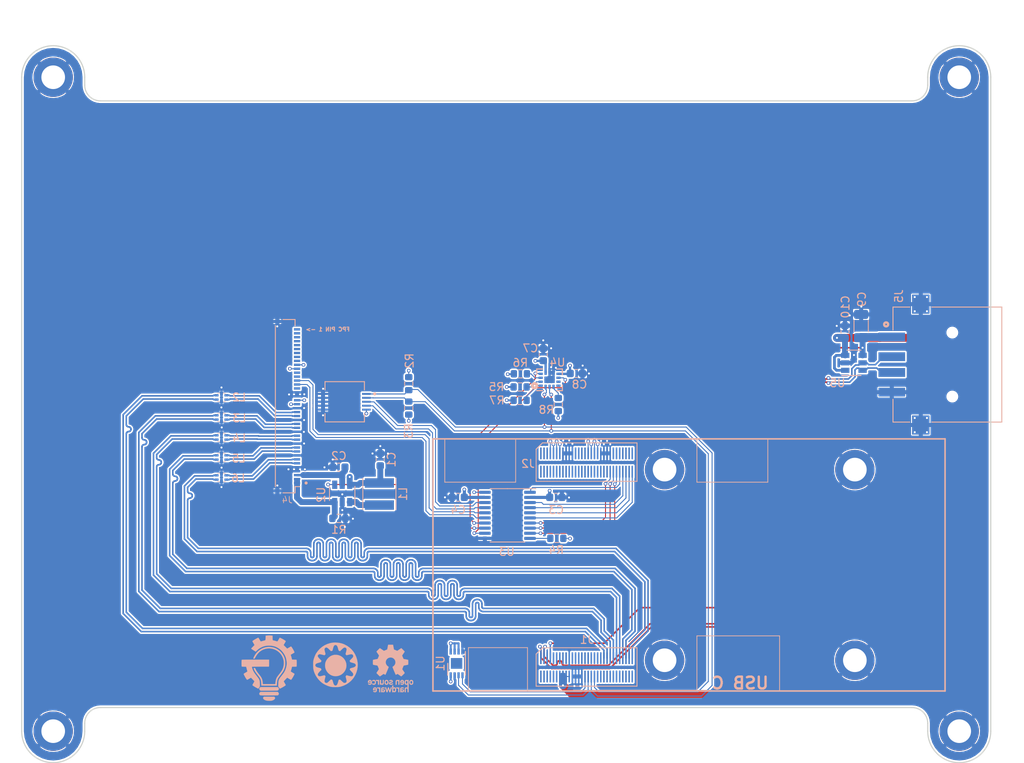
<source format=kicad_pcb>
(kicad_pcb (version 20171130) (host pcbnew 5.1.8+dfsg1-1~bpo10+1)
  (title_block (title kimchi_display_lid) (date 2021-01-12) (rev v0.1) (company GroupGets))
  (layers (0 F.Cu signal) (1 In1.Cu power) (2 In2.Cu power) (31 B.Cu signal) (34 B.Paste user) (35 F.Paste user) (36 B.SilkS user) (37 F.SilkS user) (38 B.Mask user) (39 F.Mask user) (44 Edge.Cuts user))
  (net 0 "")
  (net 1 GND)
  (net 2 VDD_5V)
  (net 3 VDD_1V8)
  (net 4 VDD_3V3)
  (net 5 I2C4_SCL)
  (net 6 I2C4_SDA)
  (net 7 /DISP_CK_P)
  (net 8 /DISP_D2_N)
  (net 9 /DISP_D2_P)
  (net 10 /DISP_D3_N)
  (net 11 /DISP_D3_P)
  (net 12 ECSPI2_MISO)
  (net 13 /CAM_D0_N)
  (net 14 ECSPI2_MOSI)
  (net 15 /CAM_D0_P)
  (net 16 ECSPI2_SS0)
  (net 17 /CAM_D1_N)
  (net 18 ECSPI2_SCLK)
  (net 19 /CAM_D1_P)
  (net 20 ECSPI1_MISO)
  (net 21 /CAM_CK_N)
  (net 22 ECSPI1_MOSI)
  (net 23 /CAM_CK_P)
  (net 24 ECSPI1_SS0)
  (net 25 /CAM_D2_N)
  (net 26 ECSPI1_SCLK)
  (net 27 /CAM_D2_P)
  (net 28 I2C1_SCL)
  (net 29 /CAM_D3_N)
  (net 30 I2C1_SDA)
  (net 31 /CAM_D3_P)
  (net 32 I2C2_SCL)
  (net 33 I2C2_SDA)
  (net 34 UIM_VPP)
  (net 35 I2C3_SCL)
  (net 36 UIM_RESET_N)
  (net 37 I2C3_SDA)
  (net 38 UIM_CLK)
  (net 39 UIM_DATA)
  (net 40 UIM_PWR)
  (net 41 USB2_DN)
  (net 42 USB2_DP)
  (net 43 /DISP_D0_N)
  (net 44 /DISP_D0_P)
  (net 45 /DISP_D1_N)
  (net 46 /DISP_D1_P)
  (net 47 /USDHC3_DATA2)
  (net 48 /DISP_CK_N)
  (net 49 /USDHC3_DATA1)
  (net 50 /USDHC3_DATA0)
  (net 51 /USDHC3_DATA3)
  (net 52 /USDHC3_CLK)
  (net 53 /USDHC3_CMD)
  (net 54 SAI3_TXFS)
  (net 55 SAI3_MCLK)
  (net 56 GPIO1[0])
  (net 57 GPIO1[1])
  (net 58 GPIO1[9])
  (net 59 GPIO1[10])
  (net 60 GPIO1[11])
  (net 61 GPIO1[12])
  (net 62 UART1_TX)
  (net 63 GPIO1[13])
  (net 64 UART1_RX)
  (net 65 GPIO1[14])
  (net 66 UART3_TX)
  (net 67 GPIO1[15])
  (net 68 UART3_RX)
  (net 69 SAI2_RXFS)
  (net 70 SAI2_MCLK)
  (net 71 SAI2_TXC)
  (net 72 SAI2_TXD0)
  (net 73 SAI2_RXC)
  (net 74 SAI2_TXFS)
  (net 75 SAI2_RXD0)
  (net 76 /ENET_TXC)
  (net 77 /ENET_TX_CTL)
  (net 78 "Net-(J2-Pad58)")
  (net 79 /ENET_TD2)
  (net 80 PCIE_USB_D_P)
  (net 81 /ENET_TD3)
  (net 82 PCIE_USB_D_N)
  (net 83 /ENET_TD0)
  (net 84 SAI3_TXC)
  (net 85 /ENET_TD1)
  (net 86 SAI3_TXD)
  (net 87 /ENET_RX_CTL)
  (net 88 SAI3_RXD)
  (net 89 /ENET_RXC)
  (net 90 SAI3_RXFS)
  (net 91 /ENET_RD0)
  (net 92 SAI3_RXC)
  (net 93 /ENET_RD2)
  (net 94 /ENET_RD1)
  (net 95 /ENET_RD3)
  (net 96 /ENET_MDC)
  (net 97 /ENET_MDIO)
  (net 98 /VLED-)
  (net 99 "Net-(L1-Pad1)")
  (net 100 /BL_PWM)
  (net 101 /VLED+)
  (net 102 /TS_RESET)
  (net 103 /TS_INT)
  (net 104 /LCD_TE)
  (net 105 /LCD_RESET)
  (net 106 "Net-(J4-Pad40)")
  (net 107 "Net-(J4-Pad39)")
  (net 108 "Net-(J4-Pad38)")
  (net 109 "Net-(J4-Pad37)")
  (net 110 "Net-(J4-Pad36)")
  (net 111 "Net-(J4-Pad35)")
  (net 112 "Net-(J4-Pad34)")
  (net 113 "Net-(J4-Pad33)")
  (net 114 "Net-(J4-Pad32)")
  (net 115 "Net-(J4-Pad29)")
  (net 116 "Net-(J4-Pad28)")
  (net 117 "Net-(J4-Pad25)")
  (net 118 "Net-(R4-Pad2)")
  (net 119 "Net-(R5-Pad2)")
  (net 120 "Net-(R6-Pad2)")
  (net 121 "Net-(R7-Pad1)")
  (net 122 "Net-(R8-Pad1)")
  (net 123 /INT_M)
  (net 124 /INT1A_G)
  (net 125 /DRDY_M)
  (net 126 VBUS)
  (net 127 /DISP1_D3_P)
  (net 128 /DISP1_D3_N)
  (net 129 /DISP1_D2_P)
  (net 130 /DISP1_D2_N)
  (net 131 /DISP1_CK_P)
  (net 132 /DISP1_CK_N)
  (net 133 /DISP1_D1_P)
  (net 134 /DISP1_D1_N)
  (net 135 /DISP1_D0_P)
  (net 136 /DISP1_D0_N)
  (net 137 "Net-(U4-Pad11)")
  (net 138 "Net-(U4-Pad10)")
  (module kimchi_ulid:hoverboard-3d-model (layer B.Cu) (at 116.24 107.19)
    (fp_text reference LOGO3 hide)
    (fp_text value Logo_Open_Hardware_Small hide)
  )
  (module "kimchi_ulid:HIROSE_DF23C-10DS-0.5V(51)" (layer B.Cu) (at 118 107.19 270)
    (fp_text reference J3 (at 0.175 4.515 90) (layer B.SilkS) (effects (font (thickness 0.015)) (justify mirror)))
    (fp_text value Conn_02x05_Odd_Even)
    (pad 10 smd rect (at 1 2.75 270) (size 0.25 1.1) (layers B.Cu B.Paste B.Mask) (net 1 GND))
    (pad 9 smd rect (at 1 -2.75 270) (size 0.25 1.1) (layers B.Cu B.Paste B.Mask) (net 4 VDD_3V3))
    (pad 8 smd rect (at 0.5 2.75 270) (size 0.25 1.1) (layers B.Cu B.Paste B.Mask) (net 1 GND))
    (pad 7 smd rect (at 0.5 -2.75 270) (size 0.25 1.1) (layers B.Cu B.Paste B.Mask) (net 103 /TS_INT))
    (pad 6 smd rect (at 0 2.75 270) (size 0.25 1.1) (layers B.Cu B.Paste B.Mask) (net 1 GND))
    (pad 5 smd rect (at 0 -2.75 270) (size 0.25 1.1) (layers B.Cu B.Paste B.Mask) (net 102 /TS_RESET))
    (pad 4 smd rect (at -0.5 2.75 270) (size 0.25 1.1) (layers B.Cu B.Paste B.Mask) (net 1 GND))
    (pad 3 smd rect (at -0.5 -2.75 270) (size 0.25 1.1) (layers B.Cu B.Paste B.Mask) (net 35 I2C3_SCL))
    (pad 2 smd rect (at -1 2.75 270) (size 0.25 1.1) (layers B.Cu B.Paste B.Mask) (net 1 GND))
    (pad 1 smd rect (at -1 -2.75 270) (size 0.25 1.1) (layers B.Cu B.Paste B.Mask) (net 37 I2C3_SDA))
  )
  (module kimchi_ulid:oshpark_logo (layer B.Cu) (at 116.8 140.6)
    (fp_text reference L8 hide)
    (fp_text value OSHPARK_LOGO hide)
  )
  (module kimchi_ulid:groupgets_logo (layer B.Cu) (at 108.4 141 180)
    (fp_text reference L7 hide)
    (fp_text value GG_LOGO hide)
  )
  (module kimchi_ulid:LSM6DSRTR (layer B.Cu) (at 144 104.4)
    (fp_text reference U4 (at 1 -2.2) (layer B.SilkS) (effects (justify mirror)))
    (fp_text value LSM6DSRTR hide)
    (pad 14 smd rect (at -0.500126 0.889) (size 0.3048 0.5334) (layers B.Cu B.Paste B.Mask) (net 37 I2C3_SDA))
    (pad 13 smd rect (at 0 0.889) (size 0.3048 0.5334) (layers B.Cu B.Paste B.Mask) (net 35 I2C3_SCL))
    (pad 12 smd rect (at 0.500126 0.889) (size 0.3048 0.5334) (layers B.Cu B.Paste B.Mask) (net 122 "Net-(R8-Pad1)"))
    (pad 11 smd rect (at 1.1303 0.750189 270) (size 0.3048 0.5334) (layers B.Cu B.Paste B.Mask) (net 137 "Net-(U4-Pad11)"))
    (pad 10 smd rect (at 1.1303 0.250063 270) (size 0.3048 0.5334) (layers B.Cu B.Paste B.Mask) (net 138 "Net-(U4-Pad10)"))
    (pad 9 smd rect (at 1.1303 -0.250063 270) (size 0.3048 0.5334) (layers B.Cu B.Paste B.Mask) (net 124 /INT1A_G))
    (pad 8 smd rect (at 1.1303 -0.750189 270) (size 0.3048 0.5334) (layers B.Cu B.Paste B.Mask) (net 4 VDD_3V3))
    (pad 7 smd rect (at 0.500126 -0.889) (size 0.3048 0.5334) (layers B.Cu B.Paste B.Mask) (net 1 GND))
    (pad 6 smd rect (at 0 -0.889) (size 0.3048 0.5334) (layers B.Cu B.Paste B.Mask) (net 1 GND))
    (pad 5 smd rect (at -0.500126 -0.889) (size 0.3048 0.5334) (layers B.Cu B.Paste B.Mask) (net 4 VDD_3V3))
    (pad 4 smd rect (at -1.1303 -0.750189 270) (size 0.3048 0.5334) (layers B.Cu B.Paste B.Mask) (net 123 /INT_M))
    (pad 3 smd rect (at -1.1303 -0.250063 270) (size 0.3048 0.5334) (layers B.Cu B.Paste B.Mask) (net 120 "Net-(R6-Pad2)"))
    (pad 2 smd rect (at -1.1303 0.250063 270) (size 0.3048 0.5334) (layers B.Cu B.Paste B.Mask) (net 119 "Net-(R5-Pad2)"))
    (pad 1 smd rect (at -1.1303 0.750189 270) (size 0.3048 0.5334) (layers B.Cu B.Paste B.Mask) (net 121 "Net-(R7-Pad1)"))
  )
  (module kimchi_ulid:LCFE121002 (layer B.Cu) (at 102.36 116.8 180)
    (fp_text reference L6 (at -2.13 -0.09) (layer B.SilkS) (effects (justify mirror)))
    (fp_text value LCFE121002)
    (pad 6 smd rect (at 0 0.49) (size 0.3 0.5) (layers B.Cu B.Paste B.Mask) (net 1 GND))
    (pad 1 smd rect (at -0.625 -0.275 90) (size 0.3 0.5) (layers B.Cu B.Paste B.Mask) (net 136 /DISP1_D0_N))
    (pad 2 smd rect (at -0.625 0.275 90) (size 0.3 0.5) (layers B.Cu B.Paste B.Mask) (net 135 /DISP1_D0_P))
    (pad 3 smd rect (at 0.625 0.275 90) (size 0.3 0.5) (layers B.Cu B.Paste B.Mask) (net 44 /DISP_D0_P))
    (pad 4 smd rect (at 0.625 -0.275 90) (size 0.3 0.5) (layers B.Cu B.Paste B.Mask) (net 43 /DISP_D0_N))
    (pad 5 smd rect (at 0 -0.49) (size 0.3 0.5) (layers B.Cu B.Paste B.Mask) (net 1 GND))
  )
  (module kimchi_ulid:LCFE121002 (layer B.Cu) (at 102.36 114.26 180)
    (fp_text reference L5 (at -2.19 -0.12) (layer B.SilkS) (effects (justify mirror)))
    (fp_text value LCFE121002)
    (pad 6 smd rect (at 0 0.49) (size 0.3 0.5) (layers B.Cu B.Paste B.Mask) (net 1 GND))
    (pad 1 smd rect (at -0.625 -0.275 90) (size 0.3 0.5) (layers B.Cu B.Paste B.Mask) (net 134 /DISP1_D1_N))
    (pad 2 smd rect (at -0.625 0.275 90) (size 0.3 0.5) (layers B.Cu B.Paste B.Mask) (net 133 /DISP1_D1_P))
    (pad 3 smd rect (at 0.625 0.275 90) (size 0.3 0.5) (layers B.Cu B.Paste B.Mask) (net 46 /DISP_D1_P))
    (pad 4 smd rect (at 0.625 -0.275 90) (size 0.3 0.5) (layers B.Cu B.Paste B.Mask) (net 45 /DISP_D1_N))
    (pad 5 smd rect (at 0 -0.49) (size 0.3 0.5) (layers B.Cu B.Paste B.Mask) (net 1 GND))
  )
  (module kimchi_ulid:LCFE121002 (layer B.Cu) (at 102.36 111.72 180)
    (fp_text reference L4 (at -2.24 -0.08) (layer B.SilkS) (effects (justify mirror)))
    (fp_text value LCFE121002)
    (pad 6 smd rect (at 0 0.49) (size 0.3 0.5) (layers B.Cu B.Paste B.Mask) (net 1 GND))
    (pad 1 smd rect (at -0.625 -0.275 90) (size 0.3 0.5) (layers B.Cu B.Paste B.Mask) (net 132 /DISP1_CK_N))
    (pad 2 smd rect (at -0.625 0.275 90) (size 0.3 0.5) (layers B.Cu B.Paste B.Mask) (net 131 /DISP1_CK_P))
    (pad 3 smd rect (at 0.625 0.275 90) (size 0.3 0.5) (layers B.Cu B.Paste B.Mask) (net 7 /DISP_CK_P))
    (pad 4 smd rect (at 0.625 -0.275 90) (size 0.3 0.5) (layers B.Cu B.Paste B.Mask) (net 48 /DISP_CK_N))
    (pad 5 smd rect (at 0 -0.49) (size 0.3 0.5) (layers B.Cu B.Paste B.Mask) (net 1 GND))
  )
  (module kimchi_ulid:LCFE121002 (layer B.Cu) (at 102.36 109.18 180)
    (fp_text reference L3 (at -2.27 -0.09) (layer B.SilkS) (effects (justify mirror)))
    (fp_text value LCFE121002)
    (pad 6 smd rect (at 0 0.49) (size 0.3 0.5) (layers B.Cu B.Paste B.Mask) (net 1 GND))
    (pad 1 smd rect (at -0.625 -0.275 90) (size 0.3 0.5) (layers B.Cu B.Paste B.Mask) (net 130 /DISP1_D2_N))
    (pad 2 smd rect (at -0.625 0.275 90) (size 0.3 0.5) (layers B.Cu B.Paste B.Mask) (net 129 /DISP1_D2_P))
    (pad 3 smd rect (at 0.625 0.275 90) (size 0.3 0.5) (layers B.Cu B.Paste B.Mask) (net 9 /DISP_D2_P))
    (pad 4 smd rect (at 0.625 -0.275 90) (size 0.3 0.5) (layers B.Cu B.Paste B.Mask) (net 8 /DISP_D2_N))
    (pad 5 smd rect (at 0 -0.49) (size 0.3 0.5) (layers B.Cu B.Paste B.Mask) (net 1 GND))
  )
  (module kimchi_ulid:LCFE121002 (layer B.Cu) (at 102.36 106.64 180)
    (fp_text reference L2 (at -2.24 0.01) (layer B.SilkS) (effects (justify mirror)))
    (fp_text value LCFE121002)
    (pad 6 smd rect (at 0 0.49) (size 0.3 0.5) (layers B.Cu B.Paste B.Mask) (net 1 GND))
    (pad 1 smd rect (at -0.625 -0.275 90) (size 0.3 0.5) (layers B.Cu B.Paste B.Mask) (net 128 /DISP1_D3_N))
    (pad 2 smd rect (at -0.625 0.275 90) (size 0.3 0.5) (layers B.Cu B.Paste B.Mask) (net 127 /DISP1_D3_P))
    (pad 3 smd rect (at 0.625 0.275 90) (size 0.3 0.5) (layers B.Cu B.Paste B.Mask) (net 11 /DISP_D3_P))
    (pad 4 smd rect (at 0.625 -0.275 90) (size 0.3 0.5) (layers B.Cu B.Paste B.Mask) (net 10 /DISP_D3_N))
    (pad 5 smd rect (at 0 -0.49) (size 0.3 0.5) (layers B.Cu B.Paste B.Mask) (net 1 GND))
  )
  (module Capacitor_SMD:C_0603_1608Metric (layer B.Cu) (at 181.5 98.31 270)
    (fp_text reference C10 (at -3.16 -0.05 90) (layer B.SilkS) (effects (justify mirror)))
    (fp_text value .1uF)
    (pad 2 smd roundrect (at 0.775 0 270) (size 0.9 0.95) (layers B.Cu B.Paste B.Mask) (net 2 VDD_5V))
    (pad 1 smd roundrect (at -0.775 0 270) (size 0.9 0.95) (layers B.Cu B.Paste B.Mask) (net 1 GND))
  )
  (module Package_TO_SOT_SMD:SOT-23-6 (layer B.Cu) (at 182.63 102.25)
    (fp_text reference U5 (at -2.09 2.57) (layer B.SilkS) (effects (justify mirror)))
    (fp_text value TPD3S014)
    (pad 5 smd rect (at 1.1 0) (size 1.06 0.65) (layers B.Cu B.Paste B.Mask) (net 41 USB2_DN))
    (pad 6 smd rect (at 1.1 0.95) (size 1.06 0.65) (layers B.Cu B.Paste B.Mask) (net 42 USB2_DP))
    (pad 4 smd rect (at 1.1 -0.95) (size 1.06 0.65) (layers B.Cu B.Paste B.Mask) (net 126 VBUS))
    (pad 3 smd rect (at -1.1 -0.95) (size 1.06 0.65) (layers B.Cu B.Paste B.Mask) (net 2 VDD_5V))
    (pad 2 smd rect (at -1.1 0) (size 1.06 0.65) (layers B.Cu B.Paste B.Mask) (net 1 GND))
    (pad 1 smd rect (at -1.1 0.95) (size 1.06 0.65) (layers B.Cu B.Paste B.Mask) (net 2 VDD_5V))
  )
  (module Capacitor_SMD:C_1206_3216Metric (layer B.Cu) (at 183.55 97.58 90)
    (fp_text reference C9 (at 3.39 0.09 90) (layer B.SilkS) (effects (justify mirror)))
    (fp_text value 100uF)
    (pad 2 smd roundrect (at 1.475 0 90) (size 1.15 1.8) (layers B.Cu B.Paste B.Mask) (roundrect_rratio 0.217391) (net 1 GND))
    (pad 1 smd roundrect (at -1.475 0 90) (size 1.15 1.8) (layers B.Cu B.Paste B.Mask) (roundrect_rratio 0.217391) (net 126 VBUS))
  )
  (module Resistor_SMD:R_0603_1608Metric (layer B.Cu) (at 145.11 107.54 270)
    (fp_text reference R8 (at 0.66 1.51 180) (layer B.SilkS) (effects (justify mirror)))
    (fp_text value 4.7K)
    (pad 2 smd roundrect (at 0.825 0 270) (size 0.8 0.95) (layers B.Cu B.Paste B.Mask) (net 4 VDD_3V3))
    (pad 1 smd roundrect (at -0.825 0 270) (size 0.8 0.95) (layers B.Cu B.Paste B.Mask) (net 122 "Net-(R8-Pad1)"))
  )
  (module Resistor_SMD:R_0603_1608Metric (layer B.Cu) (at 140.26 107.01 180)
    (fp_text reference R7 (at 2.95 0) (layer B.SilkS) (effects (justify mirror)))
    (fp_text value 4.7K)
    (pad 2 smd roundrect (at 0.825 0 180) (size 0.8 0.95) (layers B.Cu B.Paste B.Mask) (net 4 VDD_3V3))
    (pad 1 smd roundrect (at -0.825 0 180) (size 0.8 0.95) (layers B.Cu B.Paste B.Mask) (net 121 "Net-(R7-Pad1)"))
  )
  (module Resistor_SMD:R_0603_1608Metric (layer B.Cu) (at 140.3 103.64)
    (fp_text reference R6 (at -0.01 -1.4) (layer B.SilkS) (effects (justify mirror)))
    (fp_text value 4.7K)
    (pad 2 smd roundrect (at 0.825 0) (size 0.8 0.95) (layers B.Cu B.Paste B.Mask) (net 120 "Net-(R6-Pad2)"))
    (pad 1 smd roundrect (at -0.825 0) (size 0.8 0.95) (layers B.Cu B.Paste B.Mask) (net 4 VDD_3V3))
  )
  (module Resistor_SMD:R_0603_1608Metric (layer B.Cu) (at 140.26 105.31)
    (fp_text reference R5 (at -3 0) (layer B.SilkS) (effects (justify mirror)))
    (fp_text value 4.7K)
    (pad 2 smd roundrect (at 0.825 0) (size 0.8 0.95) (layers B.Cu B.Paste B.Mask) (net 119 "Net-(R5-Pad2)"))
    (pad 1 smd roundrect (at -0.825 0) (size 0.8 0.95) (layers B.Cu B.Paste B.Mask) (net 4 VDD_3V3))
  )
  (module Capacitor_SMD:C_0603_1608Metric (layer B.Cu) (at 147.4 103.6)
    (fp_text reference C8 (at 0.4 1.4) (layer B.SilkS) (effects (justify mirror)))
    (fp_text value 10uF)
    (pad 2 smd roundrect (at 0.775 0) (size 0.9 0.95) (layers B.Cu B.Paste B.Mask) (net 1 GND))
    (pad 1 smd roundrect (at -0.775 0) (size 0.9 0.95) (layers B.Cu B.Paste B.Mask) (net 4 VDD_3V3))
  )
  (module Capacitor_SMD:C_0603_1608Metric (layer B.Cu) (at 143.2 101.2 90)
    (fp_text reference C7 (at 0.8 -1.63 180) (layer B.SilkS) (effects (justify mirror)))
    (fp_text value .1uF)
    (pad 2 smd roundrect (at 0.775 0 90) (size 0.9 0.95) (layers B.Cu B.Paste B.Mask) (net 1 GND))
    (pad 1 smd roundrect (at -0.775 0 90) (size 0.9 0.95) (layers B.Cu B.Paste B.Mask) (net 4 VDD_3V3))
  )
  (module kimchi_ulid:TE_1-292303-6 (layer B.Cu) (at 195.12 102.47 270)
    (fp_text reference J5 (at -8.68 6.78 270) (layer B.SilkS) (effects (justify mirror)))
    (fp_text value USB_A)
    (pad None np_thru_hole circle (at 4.06 0 270) (size 1.1 1.1) (drill 1.1) (layers *.Cu *.Mask))
    (pad None np_thru_hole circle (at -4.06 0 270) (size 1.1 1.1) (drill 1.1) (layers *.Cu *.Mask))
    (pad 5 smd rect (at 7.67 4 270) (size 2.44 2.22) (layers B.Cu B.Paste B.Mask) (net 1 GND))
    (pad 5 smd rect (at -7.67 4 270) (size 2.44 2.22) (layers B.Cu B.Paste B.Mask) (net 1 GND))
    (pad 4 smd rect (at 3.5 7.68 270) (size 1.12 3.39) (layers B.Cu B.Paste B.Mask) (net 1 GND))
    (pad 1 smd rect (at -3.5 7.68 270) (size 1.12 3.39) (layers B.Cu B.Paste B.Mask) (net 126 VBUS))
    (pad 3 smd rect (at 1 7.68 270) (size 1.12 3.39) (layers B.Cu B.Paste B.Mask) (net 42 USB2_DP))
    (pad 2 smd rect (at -1 7.68 270) (size 1.12 3.39) (layers B.Cu B.Paste B.Mask) (net 41 USB2_DN))
  )
  (module Package_SO:TSSOP-20_4.4x6.5mm_P0.65mm (layer B.Cu) (at 138.6514 121.6064 180)
    (fp_text reference U3 (at 0.0792 -4.6222) (layer B.SilkS) (effects (justify mirror)))
    (fp_text value TXS0108EPW)
    (pad 20 smd roundrect (at 2.8625 2.925 180) (size 1.475 0.4) (layers B.Cu B.Paste B.Mask) (net 125 /DRDY_M))
    (pad 19 smd roundrect (at 2.8625 2.275 180) (size 1.475 0.4) (layers B.Cu B.Paste B.Mask) (net 4 VDD_3V3))
    (pad 18 smd roundrect (at 2.8625 1.625 180) (size 1.475 0.4) (layers B.Cu B.Paste B.Mask) (net 102 /TS_RESET))
    (pad 17 smd roundrect (at 2.8625 0.975 180) (size 1.475 0.4) (layers B.Cu B.Paste B.Mask) (net 103 /TS_INT))
    (pad 16 smd roundrect (at 2.8625 0.325 180) (size 1.475 0.4) (layers B.Cu B.Paste B.Mask) (net 105 /LCD_RESET))
    (pad 15 smd roundrect (at 2.8625 -0.325 180) (size 1.475 0.4) (layers B.Cu B.Paste B.Mask) (net 104 /LCD_TE))
    (pad 14 smd roundrect (at 2.8625 -0.975 180) (size 1.475 0.4) (layers B.Cu B.Paste B.Mask) (net 123 /INT_M))
    (pad 13 smd roundrect (at 2.8625 -1.625 180) (size 1.475 0.4) (layers B.Cu B.Paste B.Mask) (net 100 /BL_PWM))
    (pad 12 smd roundrect (at 2.8625 -2.275 180) (size 1.475 0.4) (layers B.Cu B.Paste B.Mask) (net 124 /INT1A_G))
    (pad 11 smd roundrect (at 2.8625 -2.925 180) (size 1.475 0.4) (layers B.Cu B.Paste B.Mask) (net 1 GND))
    (pad 10 smd roundrect (at -2.8625 -2.925 180) (size 1.475 0.4) (layers B.Cu B.Paste B.Mask) (net 118 "Net-(R4-Pad2)"))
    (pad 9 smd roundrect (at -2.8625 -2.275 180) (size 1.475 0.4) (layers B.Cu B.Paste B.Mask) (net 61 GPIO1[12]))
    (pad 8 smd roundrect (at -2.8625 -1.625 180) (size 1.475 0.4) (layers B.Cu B.Paste B.Mask) (net 63 GPIO1[13]))
    (pad 7 smd roundrect (at -2.8625 -0.975 180) (size 1.475 0.4) (layers B.Cu B.Paste B.Mask) (net 65 GPIO1[14]))
    (pad 6 smd roundrect (at -2.8625 -0.325 180) (size 1.475 0.4) (layers B.Cu B.Paste B.Mask) (net 56 GPIO1[0]))
    (pad 5 smd roundrect (at -2.8625 0.325 180) (size 1.475 0.4) (layers B.Cu B.Paste B.Mask) (net 57 GPIO1[1]))
    (pad 4 smd roundrect (at -2.8625 0.975 180) (size 1.475 0.4) (layers B.Cu B.Paste B.Mask) (net 58 GPIO1[9]))
    (pad 3 smd roundrect (at -2.8625 1.625 180) (size 1.475 0.4) (layers B.Cu B.Paste B.Mask) (net 59 GPIO1[10]))
    (pad 2 smd roundrect (at -2.8625 2.275 180) (size 1.475 0.4) (layers B.Cu B.Paste B.Mask) (net 3 VDD_1V8))
    (pad 1 smd roundrect (at -2.8625 2.925 180) (size 1.475 0.4) (layers B.Cu B.Paste B.Mask) (net 60 GPIO1[11]))
  )
  (module Resistor_SMD:R_0603_1608Metric (layer B.Cu) (at 144.9222 124.5268 180)
    (fp_text reference R4 (at 0.0762 -1.4732) (layer B.SilkS) (effects (justify mirror)))
    (fp_text value 4.7K)
    (pad 2 smd roundrect (at 0.825 0 180) (size 0.8 0.95) (layers B.Cu B.Paste B.Mask) (net 118 "Net-(R4-Pad2)"))
    (pad 1 smd roundrect (at -0.825 0 180) (size 0.8 0.95) (layers B.Cu B.Paste B.Mask) (net 3 VDD_1V8))
  )
  (module Capacitor_SMD:C_0603_1608Metric (layer B.Cu) (at 132.4 119.3198)
    (fp_text reference C4 (at 0 1.6002) (layer B.SilkS) (effects (justify mirror)))
    (fp_text value .1uF)
    (pad 2 smd roundrect (at 0.775 0) (size 0.9 0.95) (layers B.Cu B.Paste B.Mask) (net 4 VDD_3V3))
    (pad 1 smd roundrect (at -0.775 0) (size 0.9 0.95) (layers B.Cu B.Paste B.Mask) (net 1 GND))
  )
  (module Capacitor_SMD:C_0603_1608Metric (layer B.Cu) (at 144.7952 119.3198)
    (fp_text reference C3 (at 0.0508 1.6002) (layer B.SilkS) (effects (justify mirror)))
    (fp_text value .1uF)
    (pad 2 smd roundrect (at 0.775 0) (size 0.9 0.95) (layers B.Cu B.Paste B.Mask) (net 1 GND))
    (pad 1 smd roundrect (at -0.775 0) (size 0.9 0.95) (layers B.Cu B.Paste B.Mask) (net 3 VDD_1V8))
  )
  (module kimchi_ulid:kimchi-micro-3d-model (layer B.Cu) (at 161.7 127.9)
    (fp_text reference LOGO2 hide)
    (fp_text value Logo_Open_Hardware_Small)
  )
  (module Resistor_SMD:R_0603_1608Metric (layer B.Cu) (at 126.1262 107.9914 90)
    (fp_text reference R3 (at -2.9 0 270) (layer B.SilkS) (effects (justify mirror)))
    (fp_text value 4.7K)
    (pad 2 smd roundrect (at 0.825 0 90) (size 0.8 0.95) (layers B.Cu B.Paste B.Mask) (net 35 I2C3_SCL))
    (pad 1 smd roundrect (at -0.825 0 90) (size 0.8 0.95) (layers B.Cu B.Paste B.Mask) (net 4 VDD_3V3))
  )
  (module Resistor_SMD:R_0603_1608Metric (layer B.Cu) (at 126.1262 104.8926 270)
    (fp_text reference R2 (at -2.9 -0.1 270) (layer B.SilkS) (effects (justify mirror)))
    (fp_text value 4.7K)
    (pad 2 smd roundrect (at 0.825 0 270) (size 0.8 0.95) (layers B.Cu B.Paste B.Mask) (net 37 I2C3_SDA))
    (pad 1 smd roundrect (at -0.825 0 270) (size 0.8 0.95) (layers B.Cu B.Paste B.Mask) (net 4 VDD_3V3))
  )
  (module kimchi_ulid:HRS_FH19C-40S-0.5SH_1x40-1MP_P0.50mm (layer B.Cu) (at 110.7 107.75 90)
    (fp_text reference J4 (at -11.9 0 180) (layer B.SilkS) (effects (font (size 0.8 0.8) (thickness 0.1)) (justify mirror)))
    (fp_text value "FH19C-40S-0.5SH(10)")
    (pad 40 smd rect (at 9.75 1.25 90) (size 0.3 0.8) (layers B.Cu B.Mask) (net 106 "Net-(J4-Pad40)"))
    (pad 39 smd rect (at 9.25 1.25 90) (size 0.3 0.8) (layers B.Cu B.Mask) (net 107 "Net-(J4-Pad39)"))
    (pad 38 smd rect (at 8.75 1.25 90) (size 0.3 0.8) (layers B.Cu B.Mask) (net 108 "Net-(J4-Pad38)"))
    (pad 37 smd rect (at 8.25 1.25 90) (size 0.3 0.8) (layers B.Cu B.Mask) (net 109 "Net-(J4-Pad37)"))
    (pad 36 smd rect (at 7.75 1.25 90) (size 0.3 0.8) (layers B.Cu B.Mask) (net 110 "Net-(J4-Pad36)"))
    (pad 35 smd rect (at 7.25 1.25 90) (size 0.3 0.8) (layers B.Cu B.Mask) (net 111 "Net-(J4-Pad35)"))
    (pad 34 smd rect (at 6.75 1.25 90) (size 0.3 0.8) (layers B.Cu B.Mask) (net 112 "Net-(J4-Pad34)"))
    (pad 33 smd rect (at 6.25 1.25 90) (size 0.3 0.8) (layers B.Cu B.Mask) (net 113 "Net-(J4-Pad33)"))
    (pad 32 smd rect (at 5.75 1.25 90) (size 0.3 0.8) (layers B.Cu B.Mask) (net 114 "Net-(J4-Pad32)"))
    (pad 31 smd rect (at 5.25 1.25 90) (size 0.3 0.8) (layers B.Cu B.Mask) (net 4 VDD_3V3))
    (pad 30 smd rect (at 4.75 1.25 90) (size 0.3 0.8) (layers B.Cu B.Mask) (net 4 VDD_3V3))
    (pad 29 smd rect (at 4.25 1.25 90) (size 0.3 0.8) (layers B.Cu B.Mask) (net 115 "Net-(J4-Pad29)"))
    (pad 28 smd rect (at 3.75 1.25 90) (size 0.3 0.8) (layers B.Cu B.Mask) (net 116 "Net-(J4-Pad28)"))
    (pad 27 smd rect (at 3.25 1.25 90) (size 0.3 0.8) (layers B.Cu B.Mask) (net 105 /LCD_RESET))
    (pad 26 smd rect (at 2.75 1.25 90) (size 0.3 0.8) (layers B.Cu B.Mask) (net 104 /LCD_TE))
    (pad 25 smd rect (at 2.25 1.25 90) (size 0.3 0.8) (layers B.Cu B.Mask) (net 117 "Net-(J4-Pad25)"))
    (pad 24 smd rect (at 1.75 1.25 90) (size 0.3 0.8) (layers B.Cu B.Mask) (net 1 GND))
    (pad 23 smd rect (at 1.25 1.25 90) (size 0.3 0.8) (layers B.Cu B.Mask) (net 1 GND))
    (pad 22 smd rect (at 0.75 1.25 90) (size 0.3 0.8) (layers B.Cu B.Mask) (net 4 VDD_3V3))
    (pad 21 smd rect (at 0.25 1.25 90) (size 0.3 0.8) (layers B.Cu B.Mask) (net 4 VDD_3V3))
    (pad 20 smd rect (at -0.25 1.25 90) (size 0.3 0.8) (layers B.Cu B.Mask) (net 1 GND))
    (pad 19 smd rect (at -0.75 1.25 90) (size 0.3 0.8) (layers B.Cu B.Mask) (net 127 /DISP1_D3_P))
    (pad 18 smd rect (at -1.25 1.25 90) (size 0.3 0.8) (layers B.Cu B.Mask) (net 128 /DISP1_D3_N))
    (pad 17 smd rect (at -1.75 1.25 90) (size 0.3 0.8) (layers B.Cu B.Mask) (net 1 GND))
    (pad 16 smd rect (at -2.25 1.25 90) (size 0.3 0.8) (layers B.Cu B.Mask) (net 129 /DISP1_D2_P))
    (pad 15 smd rect (at -2.75 1.25 90) (size 0.3 0.8) (layers B.Cu B.Mask) (net 130 /DISP1_D2_N))
    (pad 14 smd rect (at -3.25 1.25 90) (size 0.3 0.8) (layers B.Cu B.Mask) (net 1 GND))
    (pad 13 smd rect (at -3.75 1.25 90) (size 0.3 0.8) (layers B.Cu B.Mask) (net 131 /DISP1_CK_P))
    (pad 12 smd rect (at -4.25 1.25 90) (size 0.3 0.8) (layers B.Cu B.Mask) (net 132 /DISP1_CK_N))
    (pad 11 smd rect (at -4.75 1.25 90) (size 0.3 0.8) (layers B.Cu B.Mask) (net 1 GND))
    (pad 10 smd rect (at -5.25 1.25 90) (size 0.3 0.8) (layers B.Cu B.Mask) (net 133 /DISP1_D1_P))
    (pad 9 smd rect (at -5.75 1.25 90) (size 0.3 0.8) (layers B.Cu B.Mask) (net 134 /DISP1_D1_N))
    (pad 8 smd rect (at -6.25 1.25 90) (size 0.3 0.8) (layers B.Cu B.Mask) (net 1 GND))
    (pad 7 smd rect (at -6.75 1.25 90) (size 0.3 0.8) (layers B.Cu B.Mask) (net 135 /DISP1_D0_P))
    (pad 6 smd rect (at -7.25 1.25 90) (size 0.3 0.8) (layers B.Cu B.Mask) (net 136 /DISP1_D0_N))
    (pad 5 smd rect (at -7.75 1.25 90) (size 0.3 0.8) (layers B.Cu B.Mask) (net 1 GND))
    (pad 4 smd rect (at -8.25 1.25 90) (size 0.3 0.8) (layers B.Cu B.Mask) (net 1 GND))
    (pad 3 smd rect (at -8.75 1.25 90) (size 0.3 0.8) (layers B.Cu B.Mask) (net 101 /VLED+))
    (pad 2 smd rect (at -9.25 1.25 90) (size 0.3 0.8) (layers B.Cu B.Mask) (net 98 /VLED-))
    (pad MP smd rect (at 10.75 -1.25 90) (size 0.4 0.8) (layers B.Cu B.Paste B.Mask) (net 1 GND))
    (pad MP smd rect (at -10.75 -1.25 90) (size 0.4 0.8) (layers B.Cu B.Paste B.Mask) (net 1 GND))
    (pad 1 smd rect (at -9.75 1.25 90) (size 0.3 0.8) (layers B.Cu B.Mask) (net 98 /VLED-))
  )
  (module Inductor_SMD:L_Taiyo-Yuden_MD-4040 (layer B.Cu) (at 122.4 118.9 90)
    (fp_text reference L1 (at 0 3 90) (layer B.SilkS) (effects (justify mirror)))
    (fp_text value 22uH)
    (pad 2 smd rect (at 1.4 0 90) (size 1.2 3.7) (layers B.Cu B.Paste B.Mask) (net 4 VDD_3V3))
    (pad 1 smd rect (at -1.4 0 90) (size 1.2 3.7) (layers B.Cu B.Paste B.Mask) (net 99 "Net-(L1-Pad1)"))
  )
  (module Capacitor_SMD:C_0603_1608Metric (layer B.Cu) (at 122.507275 114.534655 90)
    (fp_text reference C1 (at 0 1.43 90) (layer B.SilkS) (effects (justify mirror)))
    (fp_text value 1uF)
    (pad 2 smd roundrect (at 0.775 0 90) (size 0.9 0.95) (layers B.Cu B.Paste B.Mask) (net 1 GND))
    (pad 1 smd roundrect (at -0.775 0 90) (size 0.9 0.95) (layers B.Cu B.Paste B.Mask) (net 4 VDD_3V3))
  )
  (module Capacitor_SMD:C_0603_1608Metric (layer B.Cu) (at 117.257276 115.497155 180)
    (fp_text reference C2 (at 0 1.43 180) (layer B.SilkS) (effects (justify mirror)))
    (fp_text value "0.22uF 50V")
    (pad 2 smd roundrect (at 0.775 0 180) (size 0.9 0.95) (layers B.Cu B.Paste B.Mask) (net 1 GND))
    (pad 1 smd roundrect (at -0.775 0 180) (size 0.9 0.95) (layers B.Cu B.Paste B.Mask) (net 101 /VLED+))
  )
  (module Package_TO_SOT_SMD:SOT-23-6 (layer B.Cu) (at 117.682274 118.822154 90)
    (fp_text reference U2 (at -0.177846 -2.682274 90) (layer B.SilkS) (effects (justify mirror)))
    (fp_text value AP3019AKTR-G1)
    (pad 5 smd rect (at 1.1 0 90) (size 1.06 0.65) (layers B.Cu B.Paste B.Mask) (net 101 /VLED+))
    (pad 6 smd rect (at 1.1 0.95 90) (size 1.06 0.65) (layers B.Cu B.Paste B.Mask) (net 4 VDD_3V3))
    (pad 4 smd rect (at 1.1 -0.95 90) (size 1.06 0.65) (layers B.Cu B.Paste B.Mask) (net 100 /BL_PWM))
    (pad 3 smd rect (at -1.1 -0.95 90) (size 1.06 0.65) (layers B.Cu B.Paste B.Mask) (net 98 /VLED-))
    (pad 2 smd rect (at -1.1 0 90) (size 1.06 0.65) (layers B.Cu B.Paste B.Mask) (net 1 GND))
    (pad 1 smd rect (at -1.1 0.95 90) (size 1.06 0.65) (layers B.Cu B.Paste B.Mask) (net 99 "Net-(L1-Pad1)"))
  )
  (module Resistor_SMD:R_0603_1608Metric (layer B.Cu) (at 117.257276 121.997155)
    (fp_text reference R1 (at 0 1.43) (layer B.SilkS) (effects (justify mirror)))
    (fp_text value "10 1%")
    (pad 2 smd roundrect (at 0.825 0) (size 0.8 0.95) (layers B.Cu B.Paste B.Mask) (net 1 GND))
    (pad 1 smd roundrect (at -0.825 0) (size 0.8 0.95) (layers B.Cu B.Paste B.Mask) (net 98 /VLED-))
  )
  (module kimchi_ulid:MountingHole_3mm_Pad (layer F.Cu) (at 196 149)
    (fp_text reference H8 hide)
    (fp_text value MountingHole_Pad hide)
    (pad 1 thru_hole circle (at 0 0) (size 5 5) (drill 3) (layers *.Cu *.Mask) (net 1 GND))
  )
  (module kimchi_ulid:MountingHole_3mm_Pad (layer F.Cu) (at 196 66)
    (fp_text reference H7 hide)
    (fp_text value MountingHole_Pad hide)
    (pad 1 thru_hole circle (at 0 0) (size 5 5) (drill 3) (layers *.Cu *.Mask) (net 1 GND))
  )
  (module kimchi_ulid:MountingHole_3mm_Pad (layer F.Cu) (at 81 66)
    (fp_text reference H6 hide)
    (fp_text value MountingHole_Pad hide)
    (pad 1 thru_hole circle (at 0 0) (size 5 5) (drill 3) (layers *.Cu *.Mask) (net 1 GND))
  )
  (module kimchi_ulid:MountingHole_3mm_Pad (layer F.Cu) (at 81 149)
    (fp_text reference H5 hide)
    (fp_text value MountingHole_Pad hide)
    (pad 1 thru_hole circle (at 0 0) (size 5 5) (drill 3) (layers *.Cu *.Mask) (net 1 GND))
  )
  (module kimchi_ulid:MountingHole_3mm_Pad (layer F.Cu) (at 158.599999 115.8 180)
    (fp_text reference H4 hide)
    (fp_text value MountingHole_Pad hide)
    (pad 1 thru_hole circle (at 0 0 180) (size 5 5) (drill 3) (layers *.Cu *.Mask) (net 1 GND))
  )
  (module kimchi_ulid:MountingHole_3mm_Pad (layer F.Cu) (at 158.599999 140 180)
    (fp_text reference H3 hide)
    (fp_text value MountingHole_Pad hide)
    (pad 1 thru_hole circle (at 0 0 180) (size 5 5) (drill 3) (layers *.Cu *.Mask) (net 1 GND))
  )
  (module kimchi_ulid:MountingHole_3mm_Pad (layer F.Cu) (at 182.75 115.8 180)
    (fp_text reference H2 hide)
    (fp_text value MountingHole_Pad hide)
    (pad 1 thru_hole circle (at 0 0 180) (size 5 5) (drill 3) (layers *.Cu *.Mask) (net 1 GND))
  )
  (module kimchi_ulid:MountingHole_3mm_Pad (layer F.Cu) (at 182.75 140 180)
    (fp_text reference H1 hide)
    (fp_text value MountingHole_Pad hide)
    (pad 1 thru_hole circle (at 0 0 180) (size 5 5) (drill 3) (layers *.Cu *.Mask) (net 1 GND))
  )
  (module "kimchi_ulid:DF40HC(3.5)-60DS" (layer B.Cu) (at 148.7 114.9)
    (fp_text reference J2 (at -7.4354 0.1526) (layer B.SilkS) (effects (justify mirror)))
    (fp_text value "DF40HC(3.5)-60DS" hide)
    (pad 36 smd rect (at 3.8 -1.16) (size 0.2 1.5) (layers B.Cu B.Paste B.Mask) (net 54 SAI3_TXFS))
    (pad 37 smd rect (at 3.4 -1.16) (size 0.2 1.5) (layers B.Cu B.Paste B.Mask) (net 55 SAI3_MCLK))
    (pad 38 smd rect (at 3 -1.16) (size 0.2 1.5) (layers B.Cu B.Paste B.Mask) (net 1 GND))
    (pad 39 smd rect (at 2.6 -1.16) (size 0.2 1.5) (layers B.Cu B.Paste B.Mask) (net 1 GND))
    (pad 40 smd rect (at 2.2 -1.16) (size 0.2 1.5) (layers B.Cu B.Paste B.Mask) (net 1 GND))
    (pad 30 smd rect (at 5.8 1.16) (size 0.2 1.5) (layers B.Cu B.Paste B.Mask) (net 56 GPIO1[0]))
    (pad 41 smd rect (at 1.8 -1.16) (size 0.2 1.5) (layers B.Cu B.Paste B.Mask) (net 1 GND))
    (pad 29 smd rect (at 5.4 1.16) (size 0.2 1.5) (layers B.Cu B.Paste B.Mask) (net 57 GPIO1[1]))
    (pad 42 smd rect (at 1.4 -1.16) (size 0.2 1.5) (layers B.Cu B.Paste B.Mask) (net 3 VDD_1V8))
    (pad 28 smd rect (at 5 1.16) (size 0.2 1.5) (layers B.Cu B.Paste B.Mask) (net 58 GPIO1[9]))
    (pad 43 smd rect (at 1 -1.16) (size 0.2 1.5) (layers B.Cu B.Paste B.Mask) (net 3 VDD_1V8))
    (pad 27 smd rect (at 4.6 1.16) (size 0.2 1.5) (layers B.Cu B.Paste B.Mask) (net 59 GPIO1[10]))
    (pad 44 smd rect (at 0.6 -1.16) (size 0.2 1.5) (layers B.Cu B.Paste B.Mask) (net 3 VDD_1V8))
    (pad 26 smd rect (at 4.2 1.16) (size 0.2 1.5) (layers B.Cu B.Paste B.Mask) (net 60 GPIO1[11]))
    (pad 45 smd rect (at 0.2 -1.16) (size 0.2 1.5) (layers B.Cu B.Paste B.Mask) (net 3 VDD_1V8))
    (pad 25 smd rect (at 3.8 1.16) (size 0.2 1.5) (layers B.Cu B.Paste B.Mask) (net 61 GPIO1[12]))
    (pad 46 smd rect (at -0.2 -1.16) (size 0.2 1.5) (layers B.Cu B.Paste B.Mask) (net 62 UART1_TX))
    (pad 24 smd rect (at 3.4 1.16) (size 0.2 1.5) (layers B.Cu B.Paste B.Mask) (net 63 GPIO1[13]))
    (pad 47 smd rect (at -0.6 -1.16) (size 0.2 1.5) (layers B.Cu B.Paste B.Mask) (net 64 UART1_RX))
    (pad 23 smd rect (at 3 1.16) (size 0.2 1.5) (layers B.Cu B.Paste B.Mask) (net 65 GPIO1[14]))
    (pad 48 smd rect (at -1 -1.16) (size 0.2 1.5) (layers B.Cu B.Paste B.Mask) (net 66 UART3_TX))
    (pad 22 smd rect (at 2.6 1.16) (size 0.2 1.5) (layers B.Cu B.Paste B.Mask) (net 67 GPIO1[15]))
    (pad 49 smd rect (at -1.4 -1.16) (size 0.2 1.5) (layers B.Cu B.Paste B.Mask) (net 68 UART3_RX))
    (pad 21 smd rect (at 2.2 1.16) (size 0.2 1.5) (layers B.Cu B.Paste B.Mask) (net 69 SAI2_RXFS))
    (pad 50 smd rect (at -1.8 -1.16) (size 0.2 1.5) (layers B.Cu B.Paste B.Mask) (net 1 GND))
    (pad 20 smd rect (at 1.8 1.16) (size 0.2 1.5) (layers B.Cu B.Paste B.Mask) (net 70 SAI2_MCLK))
    (pad 51 smd rect (at -2.2 -1.16) (size 0.2 1.5) (layers B.Cu B.Paste B.Mask) (net 1 GND))
    (pad 19 smd rect (at 1.4 1.16) (size 0.2 1.5) (layers B.Cu B.Paste B.Mask) (net 71 SAI2_TXC))
    (pad 52 smd rect (at -2.6 -1.16) (size 0.2 1.5) (layers B.Cu B.Paste B.Mask) (net 1 GND))
    (pad 18 smd rect (at 1 1.16) (size 0.2 1.5) (layers B.Cu B.Paste B.Mask) (net 72 SAI2_TXD0))
    (pad 53 smd rect (at -3 -1.16) (size 0.2 1.5) (layers B.Cu B.Paste B.Mask) (net 1 GND))
    (pad 17 smd rect (at 0.6 1.16) (size 0.2 1.5) (layers B.Cu B.Paste B.Mask) (net 73 SAI2_RXC))
    (pad 54 smd rect (at -3.4 -1.16) (size 0.2 1.5) (layers B.Cu B.Paste B.Mask) (net 4 VDD_3V3))
    (pad 16 smd rect (at 0.2 1.16) (size 0.2 1.5) (layers B.Cu B.Paste B.Mask) (net 74 SAI2_TXFS))
    (pad 55 smd rect (at -3.8 -1.16) (size 0.2 1.5) (layers B.Cu B.Paste B.Mask) (net 4 VDD_3V3))
    (pad 15 smd rect (at -0.2 1.16) (size 0.2 1.5) (layers B.Cu B.Paste B.Mask) (net 75 SAI2_RXD0))
    (pad 56 smd rect (at -4.2 -1.16) (size 0.2 1.5) (layers B.Cu B.Paste B.Mask) (net 4 VDD_3V3))
    (pad 14 smd rect (at -0.6 1.16) (size 0.2 1.5) (layers B.Cu B.Paste B.Mask) (net 76 /ENET_TXC))
    (pad 57 smd rect (at -4.6 -1.16) (size 0.2 1.5) (layers B.Cu B.Paste B.Mask) (net 4 VDD_3V3))
    (pad 13 smd rect (at -1 1.16) (size 0.2 1.5) (layers B.Cu B.Paste B.Mask) (net 77 /ENET_TX_CTL))
    (pad 58 smd rect (at -5 -1.16) (size 0.2 1.5) (layers B.Cu B.Paste B.Mask) (net 78 "Net-(J2-Pad58)"))
    (pad 12 smd rect (at -1.4 1.16) (size 0.2 1.5) (layers B.Cu B.Paste B.Mask) (net 79 /ENET_TD2))
    (pad 59 smd rect (at -5.4 -1.16) (size 0.2 1.5) (layers B.Cu B.Paste B.Mask) (net 80 PCIE_USB_D_P))
    (pad 11 smd rect (at -1.8 1.16) (size 0.2 1.5) (layers B.Cu B.Paste B.Mask) (net 81 /ENET_TD3))
    (pad 60 smd rect (at -5.8 -1.16) (size 0.2 1.5) (layers B.Cu B.Paste B.Mask) (net 82 PCIE_USB_D_N))
    (pad 10 smd rect (at -2.2 1.16) (size 0.2 1.5) (layers B.Cu B.Paste B.Mask) (net 83 /ENET_TD0))
    (pad 31 smd rect (at 5.8 -1.16) (size 0.2 1.5) (layers B.Cu B.Paste B.Mask) (net 84 SAI3_TXC))
    (pad 9 smd rect (at -2.6 1.16) (size 0.2 1.5) (layers B.Cu B.Paste B.Mask) (net 85 /ENET_TD1))
    (pad 32 smd rect (at 5.4 -1.16) (size 0.2 1.5) (layers B.Cu B.Paste B.Mask) (net 86 SAI3_TXD))
    (pad 8 smd rect (at -3 1.16) (size 0.2 1.5) (layers B.Cu B.Paste B.Mask) (net 87 /ENET_RX_CTL))
    (pad 33 smd rect (at 5 -1.16) (size 0.2 1.5) (layers B.Cu B.Paste B.Mask) (net 88 SAI3_RXD))
    (pad 7 smd rect (at -3.4 1.16) (size 0.2 1.5) (layers B.Cu B.Paste B.Mask) (net 89 /ENET_RXC))
    (pad 34 smd rect (at 4.6 -1.16) (size 0.2 1.5) (layers B.Cu B.Paste B.Mask) (net 90 SAI3_RXFS))
    (pad 6 smd rect (at -3.8 1.16) (size 0.2 1.5) (layers B.Cu B.Paste B.Mask) (net 91 /ENET_RD0))
    (pad 35 smd rect (at 4.2 -1.16) (size 0.2 1.5) (layers B.Cu B.Paste B.Mask) (net 92 SAI3_RXC))
    (pad 5 smd rect (at -4.2 1.16) (size 0.2 1.5) (layers B.Cu B.Paste B.Mask) (net 93 /ENET_RD2))
    (pad 4 smd rect (at -4.6 1.16) (size 0.2 1.5) (layers B.Cu B.Paste B.Mask) (net 94 /ENET_RD1))
    (pad 3 smd rect (at -5 1.16) (size 0.2 1.5) (layers B.Cu B.Paste B.Mask) (net 95 /ENET_RD3))
    (pad 2 smd rect (at -5.4 1.16) (size 0.2 1.5) (layers B.Cu B.Paste B.Mask) (net 96 /ENET_MDC))
    (pad 1 smd rect (at -5.8 1.16) (size 0.2 1.5) (layers B.Cu B.Paste B.Mask) (net 97 /ENET_MDIO))
  )
  (module "kimchi_ulid:DF40HC(3.5)-60DS" (layer B.Cu) (at 148.7 140.9)
    (fp_text reference J1 (at 0 -3.5 -180) (layer B.SilkS) (effects (justify mirror)))
    (fp_text value "DF40HC(3.5)-60DS" hide)
    (pad 36 smd rect (at 3.8 -1.16) (size 0.2 1.5) (layers B.Cu B.Paste B.Mask) (net 7 /DISP_CK_P))
    (pad 37 smd rect (at 3.4 -1.16) (size 0.2 1.5) (layers B.Cu B.Paste B.Mask) (net 8 /DISP_D2_N))
    (pad 38 smd rect (at 3 -1.16) (size 0.2 1.5) (layers B.Cu B.Paste B.Mask) (net 9 /DISP_D2_P))
    (pad 39 smd rect (at 2.6 -1.16) (size 0.2 1.5) (layers B.Cu B.Paste B.Mask) (net 10 /DISP_D3_N))
    (pad 40 smd rect (at 2.2 -1.16) (size 0.2 1.5) (layers B.Cu B.Paste B.Mask) (net 11 /DISP_D3_P))
    (pad 30 smd rect (at 5.8 1.16) (size 0.2 1.5) (layers B.Cu B.Paste B.Mask) (net 12 ECSPI2_MISO))
    (pad 41 smd rect (at 1.8 -1.16) (size 0.2 1.5) (layers B.Cu B.Paste B.Mask) (net 13 /CAM_D0_N))
    (pad 29 smd rect (at 5.4 1.16) (size 0.2 1.5) (layers B.Cu B.Paste B.Mask) (net 14 ECSPI2_MOSI))
    (pad 42 smd rect (at 1.4 -1.16) (size 0.2 1.5) (layers B.Cu B.Paste B.Mask) (net 15 /CAM_D0_P))
    (pad 28 smd rect (at 5 1.16) (size 0.2 1.5) (layers B.Cu B.Paste B.Mask) (net 16 ECSPI2_SS0))
    (pad 43 smd rect (at 1 -1.16) (size 0.2 1.5) (layers B.Cu B.Paste B.Mask) (net 17 /CAM_D1_N))
    (pad 27 smd rect (at 4.6 1.16) (size 0.2 1.5) (layers B.Cu B.Paste B.Mask) (net 18 ECSPI2_SCLK))
    (pad 44 smd rect (at 0.6 -1.16) (size 0.2 1.5) (layers B.Cu B.Paste B.Mask) (net 19 /CAM_D1_P))
    (pad 26 smd rect (at 4.2 1.16) (size 0.2 1.5) (layers B.Cu B.Paste B.Mask) (net 20 ECSPI1_MISO))
    (pad 45 smd rect (at 0.2 -1.16) (size 0.2 1.5) (layers B.Cu B.Paste B.Mask) (net 21 /CAM_CK_N))
    (pad 25 smd rect (at 3.8 1.16) (size 0.2 1.5) (layers B.Cu B.Paste B.Mask) (net 22 ECSPI1_MOSI))
    (pad 46 smd rect (at -0.2 -1.16) (size 0.2 1.5) (layers B.Cu B.Paste B.Mask) (net 23 /CAM_CK_P))
    (pad 24 smd rect (at 3.4 1.16) (size 0.2 1.5) (layers B.Cu B.Paste B.Mask) (net 24 ECSPI1_SS0))
    (pad 47 smd rect (at -0.6 -1.16) (size 0.2 1.5) (layers B.Cu B.Paste B.Mask) (net 25 /CAM_D2_N))
    (pad 23 smd rect (at 3 1.16) (size 0.2 1.5) (layers B.Cu B.Paste B.Mask) (net 26 ECSPI1_SCLK))
    (pad 48 smd rect (at -1 -1.16) (size 0.2 1.5) (layers B.Cu B.Paste B.Mask) (net 27 /CAM_D2_P))
    (pad 22 smd rect (at 2.6 1.16) (size 0.2 1.5) (layers B.Cu B.Paste B.Mask) (net 28 I2C1_SCL))
    (pad 49 smd rect (at -1.4 -1.16) (size 0.2 1.5) (layers B.Cu B.Paste B.Mask) (net 29 /CAM_D3_N))
    (pad 21 smd rect (at 2.2 1.16) (size 0.2 1.5) (layers B.Cu B.Paste B.Mask) (net 30 I2C1_SDA))
    (pad 50 smd rect (at -1.8 -1.16) (size 0.2 1.5) (layers B.Cu B.Paste B.Mask) (net 31 /CAM_D3_P))
    (pad 20 smd rect (at 1.8 1.16) (size 0.2 1.5) (layers B.Cu B.Paste B.Mask) (net 32 I2C2_SCL))
    (pad 51 smd rect (at -2.2 -1.16) (size 0.2 1.5) (layers B.Cu B.Paste B.Mask) (net 1 GND))
    (pad 19 smd rect (at 1.4 1.16) (size 0.2 1.5) (layers B.Cu B.Paste B.Mask) (net 33 I2C2_SDA))
    (pad 52 smd rect (at -2.6 -1.16) (size 0.2 1.5) (layers B.Cu B.Paste B.Mask) (net 34 UIM_VPP))
    (pad 18 smd rect (at 1 1.16) (size 0.2 1.5) (layers B.Cu B.Paste B.Mask) (net 35 I2C3_SCL))
    (pad 53 smd rect (at -3 -1.16) (size 0.2 1.5) (layers B.Cu B.Paste B.Mask) (net 36 UIM_RESET_N))
    (pad 17 smd rect (at 0.6 1.16) (size 0.2 1.5) (layers B.Cu B.Paste B.Mask) (net 37 I2C3_SDA))
    (pad 54 smd rect (at -3.4 -1.16) (size 0.2 1.5) (layers B.Cu B.Paste B.Mask) (net 38 UIM_CLK))
    (pad 16 smd rect (at 0.2 1.16) (size 0.2 1.5) (layers B.Cu B.Paste B.Mask) (net 5 I2C4_SCL))
    (pad 55 smd rect (at -3.8 -1.16) (size 0.2 1.5) (layers B.Cu B.Paste B.Mask) (net 39 UIM_DATA))
    (pad 15 smd rect (at -0.2 1.16) (size 0.2 1.5) (layers B.Cu B.Paste B.Mask) (net 6 I2C4_SDA))
    (pad 56 smd rect (at -4.2 -1.16) (size 0.2 1.5) (layers B.Cu B.Paste B.Mask) (net 40 UIM_PWR))
    (pad 14 smd rect (at -0.6 1.16) (size 0.2 1.5) (layers B.Cu B.Paste B.Mask) (net 1 GND))
    (pad 57 smd rect (at -4.6 -1.16) (size 0.2 1.5) (layers B.Cu B.Paste B.Mask) (net 126 VBUS))
    (pad 13 smd rect (at -1 1.16) (size 0.2 1.5) (layers B.Cu B.Paste B.Mask) (net 1 GND))
    (pad 58 smd rect (at -5 -1.16) (size 0.2 1.5) (layers B.Cu B.Paste B.Mask) (net 1 GND))
    (pad 12 smd rect (at -1.4 1.16) (size 0.2 1.5) (layers B.Cu B.Paste B.Mask) (net 1 GND))
    (pad 59 smd rect (at -5.4 -1.16) (size 0.2 1.5) (layers B.Cu B.Paste B.Mask) (net 41 USB2_DN))
    (pad 11 smd rect (at -1.8 1.16) (size 0.2 1.5) (layers B.Cu B.Paste B.Mask) (net 1 GND))
    (pad 60 smd rect (at -5.8 -1.16) (size 0.2 1.5) (layers B.Cu B.Paste B.Mask) (net 42 USB2_DP))
    (pad 10 smd rect (at -2.2 1.16) (size 0.2 1.5) (layers B.Cu B.Paste B.Mask) (net 2 VDD_5V))
    (pad 31 smd rect (at 5.8 -1.16) (size 0.2 1.5) (layers B.Cu B.Paste B.Mask) (net 43 /DISP_D0_N))
    (pad 9 smd rect (at -2.6 1.16) (size 0.2 1.5) (layers B.Cu B.Paste B.Mask) (net 2 VDD_5V))
    (pad 32 smd rect (at 5.4 -1.16) (size 0.2 1.5) (layers B.Cu B.Paste B.Mask) (net 44 /DISP_D0_P))
    (pad 8 smd rect (at -3 1.16) (size 0.2 1.5) (layers B.Cu B.Paste B.Mask) (net 2 VDD_5V))
    (pad 33 smd rect (at 5 -1.16) (size 0.2 1.5) (layers B.Cu B.Paste B.Mask) (net 45 /DISP_D1_N))
    (pad 7 smd rect (at -3.4 1.16) (size 0.2 1.5) (layers B.Cu B.Paste B.Mask) (net 2 VDD_5V))
    (pad 34 smd rect (at 4.6 -1.16) (size 0.2 1.5) (layers B.Cu B.Paste B.Mask) (net 46 /DISP_D1_P))
    (pad 6 smd rect (at -3.8 1.16) (size 0.2 1.5) (layers B.Cu B.Paste B.Mask) (net 47 /USDHC3_DATA2))
    (pad 35 smd rect (at 4.2 -1.16) (size 0.2 1.5) (layers B.Cu B.Paste B.Mask) (net 48 /DISP_CK_N))
    (pad 5 smd rect (at -4.2 1.16) (size 0.2 1.5) (layers B.Cu B.Paste B.Mask) (net 49 /USDHC3_DATA1))
    (pad 4 smd rect (at -4.6 1.16) (size 0.2 1.5) (layers B.Cu B.Paste B.Mask) (net 50 /USDHC3_DATA0))
    (pad 3 smd rect (at -5 1.16) (size 0.2 1.5) (layers B.Cu B.Paste B.Mask) (net 51 /USDHC3_DATA3))
    (pad 2 smd rect (at -5.4 1.16) (size 0.2 1.5) (layers B.Cu B.Paste B.Mask) (net 52 /USDHC3_CLK))
    (pad 1 smd rect (at -5.8 1.16) (size 0.2 1.5) (layers B.Cu B.Paste B.Mask) (net 53 /USDHC3_CMD))
  )
  (module Package_DFN_QFN:DFN-8-1EP_3x2mm_P0.5mm_EP1.36x1.46mm (layer B.Cu) (at 132.2 140.400001 270)
    (fp_text reference U1 (at 0 2.05 90) (layer B.SilkS) (effects (justify mirror)))
    (fp_text value 24C32 hide)
    (pad 9 smd rect (at 0 0 270) (size 1.36 1.46) (layers B.Cu B.Mask))
    (pad 8 smd rect (at 1.5 0.75 270) (size 0.75 0.3) (layers B.Cu B.Paste B.Mask) (net 4 VDD_3V3))
    (pad 7 smd rect (at 1.5 0.25 270) (size 0.75 0.3) (layers B.Cu B.Paste B.Mask) (net 1 GND))
    (pad 6 smd rect (at 1.5 -0.25 270) (size 0.75 0.3) (layers B.Cu B.Paste B.Mask) (net 5 I2C4_SCL))
    (pad 5 smd rect (at 1.5 -0.75 270) (size 0.75 0.3) (layers B.Cu B.Paste B.Mask) (net 6 I2C4_SDA))
    (pad 4 smd rect (at -1.5 -0.75 270) (size 0.75 0.3) (layers B.Cu B.Paste B.Mask) (net 1 GND))
    (pad 3 smd rect (at -1.5 -0.25 270) (size 0.75 0.3) (layers B.Cu B.Paste B.Mask) (net 4 VDD_3V3))
    (pad 2 smd rect (at -1.5 0.25 270) (size 0.75 0.3) (layers B.Cu B.Paste B.Mask) (net 4 VDD_3V3))
    (pad 1 smd rect (at -1.5 0.75 270) (size 0.75 0.3) (layers B.Cu B.Paste B.Mask) (net 4 VDD_3V3))
  )
  (module Symbol:OSHW-Logo_5.7x6mm_SilkScreen (layer B.Cu) (at 123.83 141.04 180)
    (fp_text reference LOGO1 hide)
    (fp_text value Logo_Open_Hardware_Small hide)
  )
  (gr_arc (start 87 67) (end 85 67) (angle -90) (layer Edge.Cuts) (width 0.15))
  (gr_arc (start 190 67) (end 190 69) (angle -90) (layer Edge.Cuts) (width 0.15))
  (gr_arc (start 87 148) (end 87 146) (angle -90) (layer Edge.Cuts) (width 0.15))
  (gr_arc (start 190 148) (end 192 148) (angle -90) (layer Edge.Cuts) (width 0.15))
  (gr_text "FPC PIN 1 ->" (at 115.85 98) (layer B.SilkS) (effects (font (size 0.5 0.5) (thickness 0.125)) (justify mirror)))
  (gr_text "USB C" (at 168.200001 142.9) (layer B.SilkS) (effects (font (size 1.5 1.5) (thickness 0.3)) (justify mirror)))
  (gr_line (start 194.2 143.9) (end 129.2 143.9) (layer B.SilkS) (width 0.2))
  (gr_line (start 194.2 111.9) (end 194.2 143.9) (layer B.SilkS) (width 0.2))
  (gr_line (start 129.2 111.9) (end 194.2 111.9) (layer B.SilkS) (width 0.2))
  (gr_line (start 129.2 143.9) (end 129.2 111.9) (layer B.SilkS) (width 0.2))
  (gr_arc (start 196 149) (end 192 149) (angle -180) (layer Edge.Cuts) (width 0.15))
  (gr_line (start 192 148) (end 192 149) (layer Edge.Cuts) (width 0.15))
  (gr_arc (start 81 149) (end 77 149) (angle -180) (layer Edge.Cuts) (width 0.15))
  (gr_line (start 85 148) (end 85 149) (layer Edge.Cuts) (width 0.15))
  (gr_arc (start 81 66) (end 85 66) (angle -180) (layer Edge.Cuts) (width 0.15))
  (gr_line (start 85 67) (end 85 66) (layer Edge.Cuts) (width 0.15))
  (gr_arc (start 196 66) (end 200.000001 66.000001) (angle -180) (layer Edge.Cuts) (width 0.15))
  (gr_line (start 192 67) (end 191.999998 66) (layer Edge.Cuts) (width 0.15))
  (gr_line (start 200 66.000002) (end 200 149) (layer Edge.Cuts) (width 0.15))
  (gr_line (start 87 69) (end 190 69) (layer Edge.Cuts) (width 0.15))
  (gr_line (start 77 149) (end 77 66) (layer Edge.Cuts) (width 0.15))
  (gr_line (start 87 146) (end 190 146) (layer Edge.Cuts) (width 0.15))
  (gr_line (start 130.7 117.4) (end 139.7 117.400001) (layer B.SilkS) (width 0.1))
  (gr_line (start 130.699999 111.9) (end 130.7 117.4) (layer B.SilkS) (width 0.1))
  (gr_line (start 139.699999 111.9) (end 130.699999 111.9) (layer B.SilkS) (width 0.1))
  (gr_line (start 139.7 117.400001) (end 139.699999 111.9) (layer B.SilkS) (width 0.1))
  (gr_line (start 162.7 117.4) (end 171.7 117.400001) (layer B.SilkS) (width 0.1))
  (gr_line (start 162.699999 111.9) (end 162.7 117.4) (layer B.SilkS) (width 0.1))
  (gr_line (start 171.699999 111.9) (end 162.699999 111.9) (layer B.SilkS) (width 0.1))
  (gr_line (start 171.7 117.400001) (end 171.699999 111.9) (layer B.SilkS) (width 0.1))
  (gr_line (start 162.699999 143.9) (end 173.2 143.9) (layer B.SilkS) (width 0.1))
  (gr_line (start 162.7 136.9) (end 162.699999 143.9) (layer B.SilkS) (width 0.1))
  (gr_line (start 173.199999 136.9) (end 162.7 136.9) (layer B.SilkS) (width 0.1))
  (gr_line (start 173.2 143.9) (end 173.199999 136.9) (layer B.SilkS) (width 0.1))
  (gr_line (start 133.7 143.9) (end 141.2 143.9) (layer B.SilkS) (width 0.1))
  (gr_line (start 133.7 138.400001) (end 133.7 143.9) (layer B.SilkS) (width 0.1))
  (gr_line (start 141.2 138.400001) (end 133.7 138.400001) (layer B.SilkS) (width 0.1))
  (gr_line (start 141.2 143.9) (end 141.2 138.400001) (layer B.SilkS) (width 0.1))
  (via (at 143.2 99.4) (size 0.4572) (drill 0.254) (layers F.Cu B.Cu) (net 1))
  (via (at 190.35 111.05) (size 0.4572) (drill 0.254) (layers F.Cu B.Cu) (net 1))
  (via (at 191.9 109.25) (size 0.4572) (drill 0.254) (layers F.Cu B.Cu) (net 1))
  (via (at 190.35 109.25) (size 0.4572) (drill 0.254) (layers F.Cu B.Cu) (net 1))
  (via (at 191.9 111.05) (size 0.4572) (drill 0.254) (layers F.Cu B.Cu) (net 1))
  (via (at 190.35 95.7) (size 0.4572) (drill 0.254) (layers F.Cu B.Cu) (net 1))
  (via (at 191.9 95.7) (size 0.4572) (drill 0.254) (layers F.Cu B.Cu) (net 1))
  (via (at 191.9 93.9) (size 0.4572) (drill 0.254) (layers F.Cu B.Cu) (net 1))
  (via (at 190.35 93.9) (size 0.4572) (drill 0.254) (layers F.Cu B.Cu) (net 1))
  (via (at 119.0396 122.0376) (size 0.4572) (drill 0.254) (layers F.Cu B.Cu) (net 1))
  (via (at 118.0236 123.079) (size 0.4572) (drill 0.254) (layers F.Cu B.Cu) (net 1))
  (via (at 117.6934 120.9454) (size 0.4572) (drill 0.254) (layers F.Cu B.Cu) (net 1))
  (via (at 115.4328 115.5098) (size 0.4572) (drill 0.254) (layers F.Cu B.Cu) (net 1))
  (via (at 112.9436 115.7638) (size 0.4572) (drill 0.254) (layers F.Cu B.Cu) (net 1))
  (via (at 110.8608 115.7638) (size 0.4572) (drill 0.254) (layers F.Cu B.Cu) (net 1))
  (via (at 112.842 112.4872) (size 0.4572) (drill 0.254) (layers F.Cu B.Cu) (net 1))
  (via (at 112.8166 111.014) (size 0.4572) (drill 0.254) (layers F.Cu B.Cu) (net 1))
  (via (at 112.842 109.5154) (size 0.4572) (drill 0.254) (layers F.Cu B.Cu) (net 1))
  (via (at 112.842 107.9914) (size 0.4572) (drill 0.254) (layers F.Cu B.Cu) (net 1))
  (via (at 112.8674 106.2388) (size 0.4572) (drill 0.254) (layers F.Cu B.Cu) (net 1))
  (via (at 110.937 106.2642) (size 0.4572) (drill 0.254) (layers F.Cu B.Cu) (net 1))
  (via (at 147.152 143.2674) (size 0.4572) (drill 0.254) (layers F.Cu B.Cu) (net 1))
  (via (at 147.914 143.2674) (size 0.4572) (drill 0.254) (layers F.Cu B.Cu) (net 1))
  (via (at 117.6934 118.9388) (size 0.4572) (drill 0.254) (layers F.Cu B.Cu) (net 1))
  (via (at 116.4742 114.5192) (size 0.4572) (drill 0.254) (layers F.Cu B.Cu) (net 1))
  (via (at 121.5288 113.7572) (size 0.4572) (drill 0.254) (layers F.Cu B.Cu) (net 1))
  (via (at 122.5194 112.8174) (size 0.4572) (drill 0.254) (layers F.Cu B.Cu) (net 1))
  (via (at 123.4846 113.7572) (size 0.4572) (drill 0.254) (layers F.Cu B.Cu) (net 1))
  (via (at 145.735 112.1062) (size 0.4572) (drill 0.254) (layers F.Cu B.Cu) (net 1))
  (via (at 146.116 112.538) (size 0.4572) (drill 0.254) (layers F.Cu B.Cu) (net 1))
  (via (at 146.497 112.1062) (size 0.4572) (drill 0.254) (layers F.Cu B.Cu) (net 1))
  (via (at 146.9034 112.538) (size 0.4572) (drill 0.254) (layers F.Cu B.Cu) (net 1))
  (via (at 150.5356 112.157) (size 0.4572) (drill 0.254) (layers F.Cu B.Cu) (net 1))
  (via (at 150.8912 112.5888) (size 0.4572) (drill 0.254) (layers F.Cu B.Cu) (net 1))
  (via (at 151.2976 112.157) (size 0.4572) (drill 0.254) (layers F.Cu B.Cu) (net 1))
  (via (at 151.704 112.5888) (size 0.4572) (drill 0.254) (layers F.Cu B.Cu) (net 1))
  (via (at 130.7236 119.3198) (size 0.4572) (drill 0.254) (layers F.Cu B.Cu) (net 1))
  (via (at 146.4716 119.3452) (size 0.4572) (drill 0.254) (layers F.Cu B.Cu) (net 1))
  (via (at 144.2 100.4) (size 0.4572) (drill 0.254) (layers F.Cu B.Cu) (net 1))
  (via (at 148.2 102.6) (size 0.4572) (drill 0.254) (layers F.Cu B.Cu) (net 1))
  (via (at 149 103.6) (size 0.4572) (drill 0.254) (layers F.Cu B.Cu) (net 1))
  (via (at 144.8 102.88) (size 0.4572) (drill 0.254) (layers F.Cu B.Cu) (net 1))
  (via (at 115.25 108.91) (size 0.4572) (drill 0.254) (layers F.Cu B.Cu) (net 1))
  (via (at 115.26 105.54) (size 0.4572) (drill 0.254) (layers F.Cu B.Cu) (net 1))
  (via (at 109.44 97.62) (size 0.4572) (drill 0.254) (layers F.Cu B.Cu) (net 1))
  (via (at 109.45 117.82) (size 0.4572) (drill 0.254) (layers F.Cu B.Cu) (net 1))
  (segment (start 181.53 102.25) (end 182.23 102.25) (width 0.2) (layer B.Cu) (net 1))
  (via (at 182.64 101.26) (size 0.4572) (drill 0.254) (layers F.Cu B.Cu) (net 1))
  (segment (start 182.23 102.25) (end 182.64 101.84) (width 0.2) (layer B.Cu) (net 1))
  (segment (start 182.64 101.84) (end 182.64 101.26) (width 0.2) (layer B.Cu) (net 1))
  (via (at 102.37 115.55) (size 0.4572) (drill 0.254) (layers F.Cu B.Cu) (net 1))
  (via (at 102.36 118.02) (size 0.4572) (drill 0.254) (layers F.Cu B.Cu) (net 1))
  (via (at 102.36 113) (size 0.4572) (drill 0.254) (layers F.Cu B.Cu) (net 1))
  (via (at 102.39 110.45) (size 0.4572) (drill 0.254) (layers F.Cu B.Cu) (net 1))
  (via (at 102.35 107.91) (size 0.4572) (drill 0.254) (layers F.Cu B.Cu) (net 1))
  (via (at 102.36 105.38) (size 0.4572) (drill 0.254) (layers F.Cu B.Cu) (net 1))
  (via (at 182.1 96.23) (size 0.4572) (drill 0.254) (layers F.Cu B.Cu) (net 1))
  (via (at 183.57 95.11) (size 0.4572) (drill 0.254) (layers F.Cu B.Cu) (net 1))
  (via (at 180.45 97.56) (size 0.4572) (drill 0.254) (layers F.Cu B.Cu) (net 1))
  (segment (start 144.500126 103.179874) (end 144.8 102.88) (width 0.3) (layer B.Cu) (net 1))
  (segment (start 144.500126 103.511) (end 144.500126 103.179874) (width 0.3) (layer B.Cu) (net 1))
  (via (at 144.2 102.800008) (size 0.4572) (drill 0.254) (layers F.Cu B.Cu) (net 1))
  (segment (start 144 103.511) (end 144 103.000008) (width 0.3) (layer B.Cu) (net 1))
  (segment (start 144 103.000008) (end 144.2 102.800008) (width 0.3) (layer B.Cu) (net 1))
  (segment (start 145.3 142.06) (end 145.7 142.06) (width 0.127) (layer B.Cu) (net 2))
  (segment (start 145.7 142.06) (end 146.1 142.06) (width 0.127) (layer B.Cu) (net 2))
  (segment (start 146.1 142.06) (end 146.5 142.06) (width 0.127) (layer B.Cu) (net 2))
  (via (at 145.7 143.18) (size 0.4572) (drill 0.254) (layers F.Cu B.Cu) (net 2))
  (segment (start 145.7 142.06) (end 145.7 143.18) (width 1) (layer B.Cu) (net 2))
  (segment (start 181.5 101.27) (end 181.53 101.3) (width 0.75) (layer B.Cu) (net 2))
  (segment (start 181.5 99.0975) (end 181.5 101.27) (width 0.75) (layer B.Cu) (net 2))
  (segment (start 181.4825 99.08) (end 181.5 99.0975) (width 1) (layer B.Cu) (net 2))
  (segment (start 180.48 99.08) (end 181.4825 99.08) (width 1) (layer B.Cu) (net 2))
  (via (at 180.48 99.08) (size 0.4572) (drill 0.254) (layers F.Cu B.Cu) (net 2))
  (segment (start 180.43 103.2) (end 181.53 103.2) (width 0.35) (layer B.Cu) (net 2))
  (segment (start 180.16 102.93) (end 180.43 103.2) (width 0.35) (layer B.Cu) (net 2))
  (segment (start 180.16 101.54) (end 180.16 102.93) (width 0.35) (layer B.Cu) (net 2))
  (segment (start 181.53 101.3) (end 180.4 101.3) (width 0.35) (layer B.Cu) (net 2))
  (segment (start 180.4 101.3) (end 180.16 101.54) (width 0.35) (layer B.Cu) (net 2))
  (segment (start 185.92 99.08) (end 180.48 99.08) (width 1) (layer F.Cu) (net 2))
  (segment (start 146.8 144.28) (end 185.73 144.28) (width 1) (layer F.Cu) (net 2))
  (segment (start 145.7 143.18) (end 146.8 144.28) (width 1) (layer F.Cu) (net 2))
  (segment (start 185.73 144.28) (end 193.19 136.82) (width 1) (layer F.Cu) (net 2))
  (segment (start 191.54 99.08) (end 185.92 99.08) (width 1) (layer F.Cu) (net 2))
  (segment (start 193.19 136.82) (end 193.19 100.73) (width 1) (layer F.Cu) (net 2))
  (segment (start 193.19 100.73) (end 191.54 99.08) (width 1) (layer F.Cu) (net 2))
  (segment (start 149.3006 112.5984) (end 149.291 112.5888) (width 0.127) (layer B.Cu) (net 3))
  (via (at 149.6974 112.2078) (size 0.4572) (drill 0.254) (layers F.Cu B.Cu) (net 3))
  (segment (start 149.7006 113.74) (end 149.7006 112.211) (width 0.127) (layer B.Cu) (net 3))
  (segment (start 148.9006 112.2172) (end 148.91 112.2078) (width 0.127) (layer B.Cu) (net 3))
  (segment (start 148.9006 113.74) (end 148.9006 112.2172) (width 0.127) (layer B.Cu) (net 3))
  (via (at 148.91 112.2078) (size 0.4572) (drill 0.254) (layers F.Cu B.Cu) (net 3))
  (via (at 149.291 112.5888) (size 0.4572) (drill 0.254) (layers F.Cu B.Cu) (net 3))
  (via (at 150.1038 112.5888) (size 0.4572) (drill 0.254) (layers F.Cu B.Cu) (net 3))
  (segment (start 149.7006 112.211) (end 149.6974 112.2078) (width 0.127) (layer B.Cu) (net 3))
  (segment (start 149.3006 113.74) (end 149.3006 112.5984) (width 0.127) (layer B.Cu) (net 3))
  (segment (start 150.1006 112.592) (end 150.1038 112.5888) (width 0.127) (layer B.Cu) (net 3))
  (segment (start 150.1006 113.74) (end 150.1006 112.592) (width 0.127) (layer B.Cu) (net 3))
  (segment (start 143.9961 119.3314) (end 144.0077 119.3198) (width 0.4) (layer B.Cu) (net 3))
  (segment (start 141.6014 119.3314) (end 143.9961 119.3314) (width 0.4) (layer B.Cu) (net 3))
  (via (at 144.0078 118.4816) (size 0.4572) (drill 0.254) (layers F.Cu B.Cu) (net 3))
  (segment (start 144.0077 119.3198) (end 144.0077 118.4817) (width 0.4) (layer B.Cu) (net 3))
  (segment (start 144.0077 118.4817) (end 144.0078 118.4816) (width 0.4) (layer B.Cu) (net 3))
  (via (at 146.5986 124.5522) (size 0.4572) (drill 0.254) (layers F.Cu B.Cu) (net 3))
  (segment (start 145.7097 124.5268) (end 146.5732 124.5268) (width 0.127) (layer B.Cu) (net 3))
  (segment (start 146.5732 124.5268) (end 146.5986 124.5522) (width 0.127) (layer B.Cu) (net 3))
  (via (at 142.2 102) (size 0.4572) (drill 0.254) (layers F.Cu B.Cu) (net 4))
  (via (at 146.6 102.6) (size 0.4572) (drill 0.254) (layers F.Cu B.Cu) (net 4))
  (via (at 131.449999 142.699999) (size 0.4572) (drill 0.254) (layers F.Cu B.Cu) (net 4))
  (segment (start 131.45 141.9) (end 131.449999 142.699999) (width 0.254) (layer B.Cu) (net 4))
  (via (at 131.45 137.85) (size 0.4572) (drill 0.254) (layers F.Cu B.Cu) (net 4))
  (segment (start 131.45 138.900001) (end 131.45 137.85) (width 0.254) (layer B.Cu) (net 4))
  (segment (start 131.95 138.9) (end 131.95 137.85) (width 0.254) (layer B.Cu) (net 4))
  (segment (start 131.95 137.85) (end 131.45 137.85) (width 0.254) (layer B.Cu) (net 4))
  (segment (start 132.449999 137.85) (end 131.95 137.85) (width 0.254) (layer B.Cu) (net 4))
  (segment (start 132.45 138.900001) (end 132.449999 137.85) (width 0.254) (layer B.Cu) (net 4))
  (via (at 112.7658 102.505) (size 0.4572) (drill 0.254) (layers F.Cu B.Cu) (net 4))
  (segment (start 111.95 102.5) (end 112.7608 102.5) (width 0.127) (layer B.Cu) (net 4))
  (segment (start 112.7608 102.5) (end 112.7658 102.505) (width 0.127) (layer B.Cu) (net 4))
  (segment (start 111.95 107.5) (end 111.1998 107.5) (width 0.127) (layer B.Cu) (net 4))
  (via (at 111.191 107.5088) (size 0.4572) (drill 0.254) (layers F.Cu B.Cu) (net 4))
  (segment (start 111.1998 107.5) (end 111.191 107.5088) (width 0.127) (layer B.Cu) (net 4))
  (via (at 112.8674 107.0008) (size 0.4572) (drill 0.254) (layers F.Cu B.Cu) (net 4))
  (segment (start 111.95 107) (end 112.8666 107) (width 0.127) (layer B.Cu) (net 4))
  (segment (start 112.8666 107) (end 112.8674 107.0008) (width 0.127) (layer B.Cu) (net 4))
  (segment (start 118.632274 117.722154) (end 119.748246 117.722154) (width 0.75) (layer B.Cu) (net 4))
  (segment (start 119.9704 117.5) (end 122.4 117.5) (width 0.75) (layer B.Cu) (net 4))
  (segment (start 119.748246 117.722154) (end 119.9704 117.5) (width 0.75) (layer B.Cu) (net 4))
  (via (at 118.6332 116.729) (size 0.4572) (drill 0.254) (layers F.Cu B.Cu) (net 4))
  (segment (start 118.632274 117.722154) (end 118.632274 116.729926) (width 0.75) (layer B.Cu) (net 4))
  (segment (start 118.632274 116.729926) (end 118.6332 116.729) (width 0.75) (layer B.Cu) (net 4))
  (segment (start 122.5194 115.33428) (end 122.507275 115.322155) (width 0.75) (layer B.Cu) (net 4))
  (segment (start 122.4 117.5) (end 122.5194 117.3806) (width 0.75) (layer B.Cu) (net 4))
  (segment (start 122.5194 117.3806) (end 122.5194 115.33428) (width 0.75) (layer B.Cu) (net 4))
  (via (at 111.0386 102.9876) (size 0.4572) (drill 0.254) (layers F.Cu B.Cu) (net 4))
  (segment (start 111.95 103) (end 111.051 103) (width 0.127) (layer B.Cu) (net 4))
  (segment (start 111.051 103) (end 111.0386 102.9876) (width 0.127) (layer B.Cu) (net 4))
  (via (at 145.3032 112.5888) (size 0.4572) (drill 0.254) (layers F.Cu B.Cu) (net 4))
  (segment (start 145.3 113.74) (end 145.3 112.592) (width 0.127) (layer B.Cu) (net 4))
  (segment (start 145.3 112.592) (end 145.3032 112.5888) (width 0.127) (layer B.Cu) (net 4))
  (via (at 144.8968 112.2078) (size 0.4572) (drill 0.254) (layers F.Cu B.Cu) (net 4))
  (segment (start 144.9 113.74) (end 144.9 112.211) (width 0.127) (layer B.Cu) (net 4))
  (segment (start 144.9 112.211) (end 144.8968 112.2078) (width 0.127) (layer B.Cu) (net 4))
  (via (at 144.4904 112.5888) (size 0.4572) (drill 0.254) (layers F.Cu B.Cu) (net 4))
  (segment (start 144.5 113.74) (end 144.5 112.5984) (width 0.127) (layer B.Cu) (net 4))
  (segment (start 144.5 112.5984) (end 144.4904 112.5888) (width 0.127) (layer B.Cu) (net 4))
  (segment (start 144.1 113.74) (end 144.1 112.2172) (width 0.127) (layer B.Cu) (net 4))
  (via (at 144.1094 112.2078) (size 0.4572) (drill 0.254) (layers F.Cu B.Cu) (net 4))
  (segment (start 144.1 112.2172) (end 144.1094 112.2078) (width 0.127) (layer B.Cu) (net 4))
  (via (at 126.1262 109.617) (size 0.4572) (drill 0.254) (layers F.Cu B.Cu) (net 4))
  (segment (start 126.1262 108.7789) (end 126.1262 109.617) (width 0.127) (layer B.Cu) (net 4))
  (via (at 126.1262 103.2416) (size 0.4572) (drill 0.254) (layers F.Cu B.Cu) (net 4))
  (segment (start 126.1262 104.1051) (end 126.1262 103.2416) (width 0.127) (layer B.Cu) (net 4))
  (via (at 133.1874 118.3292) (size 0.4572) (drill 0.254) (layers F.Cu B.Cu) (net 4))
  (segment (start 133.1875 119.3198) (end 133.1875 118.3293) (width 0.4) (layer B.Cu) (net 4))
  (segment (start 133.1875 118.3293) (end 133.1874 118.3292) (width 0.4) (layer B.Cu) (net 4))
  (segment (start 133.1977 119.33) (end 133.1875 119.3198) (width 0.4) (layer B.Cu) (net 4))
  (segment (start 135.7014 119.3314) (end 135.7 119.33) (width 0.4) (layer B.Cu) (net 4))
  (segment (start 135.7 119.33) (end 133.1977 119.33) (width 0.4) (layer B.Cu) (net 4))
  (via (at 138.56 105.31) (size 0.4572) (drill 0.254) (layers F.Cu B.Cu) (net 4))
  (segment (start 139.4725 105.31) (end 138.56 105.31) (width 0.254) (layer B.Cu) (net 4))
  (via (at 138.56 106.99) (size 0.4572) (drill 0.254) (layers F.Cu B.Cu) (net 4))
  (segment (start 139.4725 107.01) (end 138.58 107.01) (width 0.254) (layer B.Cu) (net 4))
  (segment (start 138.58 107.01) (end 138.56 106.99) (width 0.254) (layer B.Cu) (net 4))
  (via (at 145.1 109.24) (size 0.4572) (drill 0.254) (layers F.Cu B.Cu) (net 4))
  (segment (start 145.11 108.3275) (end 145.11 109.23) (width 0.254) (layer B.Cu) (net 4))
  (segment (start 145.11 109.23) (end 145.1 109.24) (width 0.254) (layer B.Cu) (net 4))
  (via (at 138.69 103.69) (size 0.4572) (drill 0.254) (layers F.Cu B.Cu) (net 4))
  (segment (start 139.64 103.6875) (end 138.6925 103.6875) (width 0.254) (layer B.Cu) (net 4))
  (segment (start 146.562689 103.649811) (end 146.6125 103.6) (width 0.127) (layer B.Cu) (net 4))
  (segment (start 145.1303 103.649811) (end 146.562689 103.649811) (width 0.3) (layer B.Cu) (net 4))
  (segment (start 143.499874 102.287374) (end 143.2 101.9875) (width 0.127) (layer B.Cu) (net 4))
  (segment (start 143.499874 103.511) (end 143.499874 102.287374) (width 0.3) (layer B.Cu) (net 4))
  (segment (start 143.1875 102) (end 143.2 101.9875) (width 0.127) (layer B.Cu) (net 4))
  (segment (start 142.2 102) (end 143.1875 102) (width 0.3) (layer B.Cu) (net 4))
  (segment (start 146.6 103.5875) (end 146.6 102.6) (width 0.3) (layer B.Cu) (net 4))
  (segment (start 146.6125 103.6) (end 146.6 103.5875) (width 0.127) (layer B.Cu) (net 4))
  (via (at 120.75 108.68) (size 0.4572) (drill 0.254) (layers F.Cu B.Cu) (net 4))
  (segment (start 120.75 108.19) (end 120.75 108.68) (width 0.127) (layer B.Cu) (net 4))
  (segment (start 132.45 141.900001) (end 132.45 143.1696) (width 0.127) (layer B.Cu) (net 5))
  (segment (start 132.45 143.1696) (end 133.6954 144.415) (width 0.127) (layer B.Cu) (net 5))
  (segment (start 133.6954 144.415) (end 148.2496 144.415) (width 0.127) (layer B.Cu) (net 5))
  (segment (start 148.9 143.7646) (end 148.9 142.06) (width 0.127) (layer B.Cu) (net 5))
  (segment (start 148.2496 144.415) (end 148.9 143.7646) (width 0.127) (layer B.Cu) (net 5))
  (segment (start 133.9494 144.0086) (end 132.95 143.0092) (width 0.127) (layer B.Cu) (net 6))
  (segment (start 132.95 143.0092) (end 132.95 141.900001) (width 0.127) (layer B.Cu) (net 6))
  (segment (start 148.021 144.0086) (end 133.9494 144.0086) (width 0.127) (layer B.Cu) (net 6))
  (segment (start 148.5 142.06) (end 148.5 143.5296) (width 0.127) (layer B.Cu) (net 6))
  (segment (start 148.5 143.5296) (end 148.021 144.0086) (width 0.127) (layer B.Cu) (net 6))
  (segment (start 129.810205 131.953796) (end 129.851724 131.835143) (width 0.2) (layer B.Cu) (net 7))
  (segment (start 131.665799 130.288402) (end 131.674201 130.288402) (width 0.2) (layer B.Cu) (net 7))
  (segment (start 131.580844 130.307793) (end 131.622229 130.293312) (width 0.2) (layer B.Cu) (net 7))
  (segment (start 128.554954 131.29939) (end 128.592078 131.322717) (width 0.2) (layer B.Cu) (net 7))
  (segment (start 131.512717 130.362123) (end 131.54372 130.33112) (width 0.2) (layer B.Cu) (net 7))
  (segment (start 131.455925 131.835143) (end 131.47 131.710226) (width 0.2) (layer B.Cu) (net 7))
  (segment (start 130.250609 130.399247) (end 130.26509 130.440632) (width 0.2) (layer B.Cu) (net 7))
  (segment (start 131.258637 132.149124) (end 131.347526 132.060235) (width 0.2) (layer B.Cu) (net 7))
  (segment (start 131.033545 132.257523) (end 131.152198 132.216004) (width 0.2) (layer B.Cu) (net 7))
  (segment (start 130.831371 132.271598) (end 130.908628 132.271598) (width 0.2) (layer B.Cu) (net 7))
  (segment (start 130.706454 132.257523) (end 130.831371 132.271598) (width 0.2) (layer B.Cu) (net 7))
  (segment (start 151.748156 131.28) (end 152.5 132.031844) (width 0.2) (layer B.Cu) (net 7))
  (segment (start 131.674201 130.288402) (end 131.71777 130.293312) (width 0.2) (layer B.Cu) (net 7))
  (segment (start 130.27 131.710226) (end 130.284074 131.835143) (width 0.2) (layer B.Cu) (net 7))
  (segment (start 130.27 130.484201) (end 130.27 131.710226) (width 0.2) (layer B.Cu) (net 7))
  (segment (start 131.47 131.710226) (end 131.47 130.484201) (width 0.2) (layer B.Cu) (net 7))
  (segment (start 130.26509 130.440632) (end 130.27 130.484201) (width 0.2) (layer B.Cu) (net 7))
  (segment (start 130.159155 130.307793) (end 130.196279 130.33112) (width 0.2) (layer B.Cu) (net 7))
  (segment (start 131.152198 132.216004) (end 131.258637 132.149124) (width 0.2) (layer B.Cu) (net 7))
  (segment (start 130.065799 130.288402) (end 130.074201 130.288402) (width 0.2) (layer B.Cu) (net 7))
  (segment (start 129.912717 130.362123) (end 129.94372 130.33112) (width 0.2) (layer B.Cu) (net 7))
  (segment (start 130.074201 130.288402) (end 130.11777 130.293312) (width 0.2) (layer B.Cu) (net 7))
  (segment (start 133.180844 131.29939) (end 133.222229 131.284909) (width 0.2) (layer B.Cu) (net 7))
  (segment (start 128.665799 131.475799) (end 128.665799 131.710226) (width 0.2) (layer B.Cu) (net 7))
  (segment (start 130.11777 130.293312) (end 130.159155 130.307793) (width 0.2) (layer B.Cu) (net 7))
  (segment (start 130.022229 130.293312) (end 130.065799 130.288402) (width 0.2) (layer B.Cu) (net 7))
  (segment (start 129.980844 130.307793) (end 130.022229 130.293312) (width 0.2) (layer B.Cu) (net 7))
  (segment (start 128.660889 131.432229) (end 128.665799 131.475799) (width 0.2) (layer B.Cu) (net 7))
  (segment (start 129.429344 132.257523) (end 129.547997 132.216004) (width 0.2) (layer B.Cu) (net 7))
  (segment (start 128.592078 131.322717) (end 128.623081 131.35372) (width 0.2) (layer B.Cu) (net 7))
  (segment (start 133.014406 131.953796) (end 133.055925 131.835143) (width 0.2) (layer B.Cu) (net 7))
  (segment (start 131.414406 131.953796) (end 131.455925 131.835143) (width 0.2) (layer B.Cu) (net 7))
  (segment (start 131.827282 130.362123) (end 131.850609 130.399247) (width 0.2) (layer B.Cu) (net 7))
  (segment (start 131.474909 130.440632) (end 131.48939 130.399247) (width 0.2) (layer B.Cu) (net 7))
  (segment (start 95.817156 131.28) (end 128.47 131.28) (width 0.2) (layer B.Cu) (net 7))
  (segment (start 129.22717 132.271598) (end 129.304427 132.271598) (width 0.2) (layer B.Cu) (net 7))
  (segment (start 130.908628 132.271598) (end 131.033545 132.257523) (width 0.2) (layer B.Cu) (net 7))
  (segment (start 131.622229 130.293312) (end 131.665799 130.288402) (width 0.2) (layer B.Cu) (net 7))
  (segment (start 128.513569 131.284909) (end 128.554954 131.29939) (width 0.2) (layer B.Cu) (net 7))
  (segment (start 152.5 132.031844) (end 152.5 139.74) (width 0.2) (layer B.Cu) (net 7))
  (segment (start 130.481362 132.149124) (end 130.587801 132.216004) (width 0.2) (layer B.Cu) (net 7))
  (segment (start 128.788272 132.060235) (end 128.877161 132.149124) (width 0.2) (layer B.Cu) (net 7))
  (segment (start 130.587801 132.216004) (end 130.706454 132.257523) (width 0.2) (layer B.Cu) (net 7))
  (segment (start 129.547997 132.216004) (end 129.654436 132.149124) (width 0.2) (layer B.Cu) (net 7))
  (segment (start 129.102253 132.257523) (end 129.22717 132.271598) (width 0.2) (layer B.Cu) (net 7))
  (segment (start 131.54372 130.33112) (end 131.580844 130.307793) (width 0.2) (layer B.Cu) (net 7))
  (segment (start 130.392473 132.060235) (end 130.481362 132.149124) (width 0.2) (layer B.Cu) (net 7))
  (segment (start 131.347526 132.060235) (end 131.414406 131.953796) (width 0.2) (layer B.Cu) (net 7))
  (segment (start 128.47 131.28) (end 128.513569 131.284909) (width 0.2) (layer B.Cu) (net 7))
  (segment (start 129.88939 130.399247) (end 129.912717 130.362123) (width 0.2) (layer B.Cu) (net 7))
  (segment (start 128.665799 131.710226) (end 128.679873 131.835143) (width 0.2) (layer B.Cu) (net 7))
  (segment (start 131.48939 130.399247) (end 131.512717 130.362123) (width 0.2) (layer B.Cu) (net 7))
  (segment (start 128.721392 131.953796) (end 128.788272 132.060235) (width 0.2) (layer B.Cu) (net 7))
  (segment (start 101.359999 111.445) (end 101.284999 111.52) (width 0.2) (layer B.Cu) (net 7))
  (segment (start 131.47 130.484201) (end 131.474909 130.440632) (width 0.2) (layer B.Cu) (net 7))
  (segment (start 101.284999 111.52) (end 95.937156 111.52) (width 0.2) (layer B.Cu) (net 7))
  (segment (start 101.735 111.445) (end 101.359999 111.445) (width 0.2) (layer B.Cu) (net 7))
  (segment (start 130.227282 130.362123) (end 130.250609 130.399247) (width 0.2) (layer B.Cu) (net 7))
  (segment (start 129.94372 130.33112) (end 129.980844 130.307793) (width 0.2) (layer B.Cu) (net 7))
  (segment (start 131.925593 131.953796) (end 131.992473 132.060235) (width 0.2) (layer B.Cu) (net 7))
  (segment (start 128.679873 131.835143) (end 128.721392 131.953796) (width 0.2) (layer B.Cu) (net 7))
  (segment (start 129.743325 132.060235) (end 129.810205 131.953796) (width 0.2) (layer B.Cu) (net 7))
  (segment (start 130.196279 130.33112) (end 130.227282 130.362123) (width 0.2) (layer B.Cu) (net 7))
  (segment (start 132.508628 132.271598) (end 132.633545 132.257523) (width 0.2) (layer B.Cu) (net 7))
  (segment (start 128.9836 132.216004) (end 129.102253 132.257523) (width 0.2) (layer B.Cu) (net 7))
  (segment (start 129.87 131.08) (end 129.87 130.484201) (width 0.2) (layer B.Cu) (net 7))
  (segment (start 129.304427 132.271598) (end 129.429344 132.257523) (width 0.2) (layer B.Cu) (net 7))
  (segment (start 128.623081 131.35372) (end 128.646408 131.390844) (width 0.2) (layer B.Cu) (net 7))
  (segment (start 129.851724 131.835143) (end 129.865799 131.710226) (width 0.2) (layer B.Cu) (net 7))
  (segment (start 129.865799 131.08) (end 129.87 131.08) (width 0.2) (layer B.Cu) (net 7))
  (segment (start 132.081362 132.149124) (end 132.187801 132.216004) (width 0.2) (layer B.Cu) (net 7))
  (segment (start 129.87 130.484201) (end 129.874909 130.440632) (width 0.2) (layer B.Cu) (net 7))
  (segment (start 132.752198 132.216004) (end 132.858637 132.149124) (width 0.2) (layer B.Cu) (net 7))
  (segment (start 133.07 131.475799) (end 133.074909 131.432229) (width 0.2) (layer B.Cu) (net 7))
  (segment (start 130.284074 131.835143) (end 130.325593 131.953796) (width 0.2) (layer B.Cu) (net 7))
  (segment (start 132.947526 132.060235) (end 133.014406 131.953796) (width 0.2) (layer B.Cu) (net 7))
  (segment (start 129.654436 132.149124) (end 129.743325 132.060235) (width 0.2) (layer B.Cu) (net 7))
  (segment (start 128.877161 132.149124) (end 128.9836 132.216004) (width 0.2) (layer B.Cu) (net 7))
  (segment (start 131.86509 130.440632) (end 131.87 130.484201) (width 0.2) (layer B.Cu) (net 7))
  (segment (start 131.87 130.484201) (end 131.87 131.710226) (width 0.2) (layer B.Cu) (net 7))
  (segment (start 131.992473 132.060235) (end 132.081362 132.149124) (width 0.2) (layer B.Cu) (net 7))
  (segment (start 132.187801 132.216004) (end 132.306454 132.257523) (width 0.2) (layer B.Cu) (net 7))
  (segment (start 93.73 113.727156) (end 93.73 129.192844) (width 0.2) (layer B.Cu) (net 7))
  (segment (start 128.646408 131.390844) (end 128.660889 131.432229) (width 0.2) (layer B.Cu) (net 7))
  (segment (start 133.074909 131.432229) (end 133.08939 131.390844) (width 0.2) (layer B.Cu) (net 7))
  (segment (start 132.306454 132.257523) (end 132.431371 132.271598) (width 0.2) (layer B.Cu) (net 7))
  (segment (start 132.431371 132.271598) (end 132.508628 132.271598) (width 0.2) (layer B.Cu) (net 7))
  (segment (start 132.858637 132.149124) (end 132.947526 132.060235) (width 0.2) (layer B.Cu) (net 7))
  (segment (start 133.055925 131.835143) (end 133.07 131.710226) (width 0.2) (layer B.Cu) (net 7))
  (segment (start 133.07 131.710226) (end 133.07 131.475799) (width 0.2) (layer B.Cu) (net 7))
  (segment (start 129.865799 131.710226) (end 129.865799 131.08) (width 0.2) (layer B.Cu) (net 7))
  (segment (start 133.08939 131.390844) (end 133.112717 131.35372) (width 0.2) (layer B.Cu) (net 7))
  (segment (start 131.71777 130.293312) (end 131.759155 130.307793) (width 0.2) (layer B.Cu) (net 7))
  (segment (start 133.112717 131.35372) (end 133.14372 131.322717) (width 0.2) (layer B.Cu) (net 7))
  (segment (start 133.14372 131.322717) (end 133.180844 131.29939) (width 0.2) (layer B.Cu) (net 7))
  (segment (start 131.87 131.710226) (end 131.884074 131.835143) (width 0.2) (layer B.Cu) (net 7))
  (segment (start 133.222229 131.284909) (end 133.265799 131.28) (width 0.2) (layer B.Cu) (net 7))
  (segment (start 133.265799 131.28) (end 151.748156 131.28) (width 0.2) (layer B.Cu) (net 7))
  (segment (start 131.884074 131.835143) (end 131.925593 131.953796) (width 0.2) (layer B.Cu) (net 7))
  (segment (start 130.325593 131.953796) (end 130.392473 132.060235) (width 0.2) (layer B.Cu) (net 7))
  (segment (start 93.73 129.192844) (end 95.817156 131.28) (width 0.2) (layer B.Cu) (net 7))
  (segment (start 95.937156 111.52) (end 93.73 113.727156) (width 0.2) (layer B.Cu) (net 7))
  (segment (start 129.874909 130.440632) (end 129.88939 130.399247) (width 0.2) (layer B.Cu) (net 7))
  (segment (start 131.759155 130.307793) (end 131.796279 130.33112) (width 0.2) (layer B.Cu) (net 7))
  (segment (start 131.850609 130.399247) (end 131.86509 130.440632) (width 0.2) (layer B.Cu) (net 7))
  (segment (start 132.633545 132.257523) (end 132.752198 132.216004) (width 0.2) (layer B.Cu) (net 7))
  (segment (start 131.796279 130.33112) (end 131.827282 130.362123) (width 0.2) (layer B.Cu) (net 7))
  (segment (start 152.1 137.441556) (end 152.1 139.74) (width 0.2) (layer B.Cu) (net 8))
  (segment (start 149.602444 133.42) (end 150.9388 134.756356) (width 0.2) (layer B.Cu) (net 8))
  (segment (start 135.62 133.42) (end 149.602444 133.42) (width 0.2) (layer B.Cu) (net 8))
  (segment (start 135.575495 133.414986) (end 135.62 133.42) (width 0.2) (layer B.Cu) (net 8))
  (segment (start 135.533223 133.400194) (end 135.575495 133.414986) (width 0.2) (layer B.Cu) (net 8))
  (segment (start 133.254669 133.42) (end 133.380467 133.434174) (width 0.2) (layer B.Cu) (net 8))
  (segment (start 92.437253 111.996181) (end 92.499698 112.018031) (width 0.2) (layer B.Cu) (net 8))
  (segment (start 92.796424 112.514203) (end 92.749644 112.560983) (width 0.2) (layer B.Cu) (net 8))
  (segment (start 92.693627 112.054696) (end 92.749644 112.089894) (width 0.2) (layer B.Cu) (net 8))
  (segment (start 134.064504 134.554781) (end 134.106776 134.539989) (width 0.2) (layer B.Cu) (net 8))
  (segment (start 92.749644 112.089894) (end 92.796424 112.136674) (width 0.2) (layer B.Cu) (net 8))
  (segment (start 92.27 131.097156) (end 94.592844 133.42) (width 0.2) (layer B.Cu) (net 8))
  (segment (start 92.831622 112.458186) (end 92.796424 112.514203) (width 0.2) (layer B.Cu) (net 8))
  (segment (start 92.631182 112.618031) (end 92.499698 112.632846) (width 0.2) (layer B.Cu) (net 8))
  (segment (start 133.82 134.359796) (end 133.825014 134.4043) (width 0.2) (layer B.Cu) (net 8))
  (segment (start 92.860879 112.33) (end 92.853472 112.395741) (width 0.2) (layer B.Cu) (net 8))
  (segment (start 133.805825 133.859532) (end 133.82 133.98533) (width 0.2) (layer B.Cu) (net 8))
  (segment (start 135.207147 132.403542) (end 135.296662 132.493057) (width 0.2) (layer B.Cu) (net 8))
  (segment (start 92.749644 112.560983) (end 92.693627 112.596181) (width 0.2) (layer B.Cu) (net 8))
  (segment (start 101.735 109.455) (end 101.359999 109.455) (width 0.2) (layer B.Cu) (net 8))
  (segment (start 135.495302 133.376367) (end 135.533223 133.400194) (width 0.2) (layer B.Cu) (net 8))
  (segment (start 92.27 112.920878) (end 92.27 131.097156) (width 0.2) (layer B.Cu) (net 8))
  (segment (start 92.853472 112.255136) (end 92.860879 112.320878) (width 0.2) (layer B.Cu) (net 8))
  (segment (start 92.631182 112.032846) (end 92.693627 112.054696) (width 0.2) (layer B.Cu) (net 8))
  (segment (start 92.299258 111.858186) (end 92.334456 111.914203) (width 0.2) (layer B.Cu) (net 8))
  (segment (start 92.831622 112.192691) (end 92.853472 112.255136) (width 0.2) (layer B.Cu) (net 8))
  (segment (start 92.27 111.73) (end 92.277408 111.795741) (width 0.2) (layer B.Cu) (net 8))
  (segment (start 133.933223 134.539989) (end 133.975495 134.554781) (width 0.2) (layer B.Cu) (net 8))
  (segment (start 101.284999 109.38) (end 94.132844 109.38) (width 0.2) (layer B.Cu) (net 8))
  (segment (start 133.975495 134.554781) (end 134.02 134.559796) (width 0.2) (layer B.Cu) (net 8))
  (segment (start 92.277408 112.855136) (end 92.27 112.920878) (width 0.2) (layer B.Cu) (net 8))
  (segment (start 135.296662 132.493057) (end 135.364014 132.600247) (width 0.2) (layer B.Cu) (net 8))
  (segment (start 133.82 133.98533) (end 133.82 134.359796) (width 0.2) (layer B.Cu) (net 8))
  (segment (start 92.853472 112.395741) (end 92.831622 112.458186) (width 0.2) (layer B.Cu) (net 8))
  (segment (start 101.359999 109.455) (end 101.284999 109.38) (width 0.2) (layer B.Cu) (net 8))
  (segment (start 94.132844 109.38) (end 92.27 111.242844) (width 0.2) (layer B.Cu) (net 8))
  (segment (start 92.693627 112.596181) (end 92.631182 112.618031) (width 0.2) (layer B.Cu) (net 8))
  (segment (start 92.334456 112.736674) (end 92.299258 112.792691) (width 0.2) (layer B.Cu) (net 8))
  (segment (start 92.437253 112.654696) (end 92.381236 112.689894) (width 0.2) (layer B.Cu) (net 8))
  (segment (start 134.980467 132.294379) (end 135.099957 132.33619) (width 0.2) (layer B.Cu) (net 8))
  (segment (start 92.27 111.242844) (end 92.27 111.73) (width 0.2) (layer B.Cu) (net 8))
  (segment (start 133.895302 134.516162) (end 133.933223 134.539989) (width 0.2) (layer B.Cu) (net 8))
  (segment (start 92.334456 111.914203) (end 92.381236 111.960983) (width 0.2) (layer B.Cu) (net 8))
  (segment (start 92.860879 112.320878) (end 92.860879 112.33) (width 0.2) (layer B.Cu) (net 8))
  (segment (start 134.432852 132.403542) (end 134.540042 132.33619) (width 0.2) (layer B.Cu) (net 8))
  (segment (start 134.659532 132.294379) (end 134.78533 132.280204) (width 0.2) (layer B.Cu) (net 8))
  (segment (start 92.499698 112.632846) (end 92.437253 112.654696) (width 0.2) (layer B.Cu) (net 8))
  (segment (start 92.277408 111.795741) (end 92.299258 111.858186) (width 0.2) (layer B.Cu) (net 8))
  (segment (start 92.381236 111.960983) (end 92.437253 111.996181) (width 0.2) (layer B.Cu) (net 8))
  (segment (start 133.839806 134.446572) (end 133.863633 134.484493) (width 0.2) (layer B.Cu) (net 8))
  (segment (start 135.42 132.845535) (end 135.42 133.22) (width 0.2) (layer B.Cu) (net 8))
  (segment (start 92.381236 112.689894) (end 92.334456 112.736674) (width 0.2) (layer B.Cu) (net 8))
  (segment (start 133.499957 133.475985) (end 133.607147 133.543337) (width 0.2) (layer B.Cu) (net 8))
  (segment (start 134.234174 132.719737) (end 134.275985 132.600247) (width 0.2) (layer B.Cu) (net 8))
  (segment (start 92.499698 112.018031) (end 92.631182 112.032846) (width 0.2) (layer B.Cu) (net 8))
  (segment (start 92.796424 112.136674) (end 92.831622 112.192691) (width 0.2) (layer B.Cu) (net 8))
  (segment (start 135.425014 133.264505) (end 135.439806 133.306777) (width 0.2) (layer B.Cu) (net 8))
  (segment (start 133.607147 133.543337) (end 133.696662 133.632852) (width 0.2) (layer B.Cu) (net 8))
  (segment (start 135.42 133.22) (end 135.425014 133.264505) (width 0.2) (layer B.Cu) (net 8))
  (segment (start 150.9388 136.280356) (end 152.1 137.441556) (width 0.2) (layer B.Cu) (net 8))
  (segment (start 134.200193 134.446572) (end 134.214985 134.4043) (width 0.2) (layer B.Cu) (net 8))
  (segment (start 133.825014 134.4043) (end 133.839806 134.446572) (width 0.2) (layer B.Cu) (net 8))
  (segment (start 133.863633 134.484493) (end 133.895302 134.516162) (width 0.2) (layer B.Cu) (net 8))
  (segment (start 134.02 134.559796) (end 134.064504 134.554781) (width 0.2) (layer B.Cu) (net 8))
  (segment (start 134.106776 134.539989) (end 134.144697 134.516162) (width 0.2) (layer B.Cu) (net 8))
  (segment (start 134.144697 134.516162) (end 134.176366 134.484493) (width 0.2) (layer B.Cu) (net 8))
  (segment (start 150.9388 134.756356) (end 150.9388 136.280356) (width 0.2) (layer B.Cu) (net 8))
  (segment (start 134.176366 134.484493) (end 134.200193 134.446572) (width 0.2) (layer B.Cu) (net 8))
  (segment (start 133.696662 133.632852) (end 133.764014 133.740042) (width 0.2) (layer B.Cu) (net 8))
  (segment (start 133.380467 133.434174) (end 133.499957 133.475985) (width 0.2) (layer B.Cu) (net 8))
  (segment (start 134.214985 134.4043) (end 134.22 134.359796) (width 0.2) (layer B.Cu) (net 8))
  (segment (start 134.22 134.359796) (end 134.22 132.845535) (width 0.2) (layer B.Cu) (net 8))
  (segment (start 134.22 132.845535) (end 134.234174 132.719737) (width 0.2) (layer B.Cu) (net 8))
  (segment (start 134.275985 132.600247) (end 134.343337 132.493057) (width 0.2) (layer B.Cu) (net 8))
  (segment (start 133.764014 133.740042) (end 133.805825 133.859532) (width 0.2) (layer B.Cu) (net 8))
  (segment (start 134.343337 132.493057) (end 134.432852 132.403542) (width 0.2) (layer B.Cu) (net 8))
  (segment (start 134.540042 132.33619) (end 134.659532 132.294379) (width 0.2) (layer B.Cu) (net 8))
  (segment (start 134.78533 132.280204) (end 134.854669 132.280204) (width 0.2) (layer B.Cu) (net 8))
  (segment (start 134.854669 132.280204) (end 134.980467 132.294379) (width 0.2) (layer B.Cu) (net 8))
  (segment (start 135.099957 132.33619) (end 135.207147 132.403542) (width 0.2) (layer B.Cu) (net 8))
  (segment (start 135.364014 132.600247) (end 135.405825 132.719737) (width 0.2) (layer B.Cu) (net 8))
  (segment (start 92.299258 112.792691) (end 92.277408 112.855136) (width 0.2) (layer B.Cu) (net 8))
  (segment (start 135.405825 132.719737) (end 135.42 132.845535) (width 0.2) (layer B.Cu) (net 8))
  (segment (start 94.592844 133.42) (end 133.254669 133.42) (width 0.2) (layer B.Cu) (net 8))
  (segment (start 135.439806 133.306777) (end 135.463633 133.344698) (width 0.2) (layer B.Cu) (net 8))
  (segment (start 135.463633 133.344698) (end 135.495302 133.376367) (width 0.2) (layer B.Cu) (net 8))
  (segment (start 134.695302 132.723838) (end 134.733223 132.700011) (width 0.2) (layer B.Cu) (net 9))
  (segment (start 94.427156 133.82) (end 133.22 133.82) (width 0.2) (layer B.Cu) (net 9))
  (segment (start 134.663633 132.755507) (end 134.695302 132.723838) (width 0.2) (layer B.Cu) (net 9))
  (segment (start 133.306776 133.839806) (end 133.344697 133.863633) (width 0.2) (layer B.Cu) (net 9))
  (segment (start 134.605825 134.520263) (end 134.62 134.394465) (width 0.2) (layer B.Cu) (net 9))
  (segment (start 135.000193 132.793428) (end 135.014985 132.8357) (width 0.2) (layer B.Cu) (net 9))
  (segment (start 134.496662 134.746943) (end 134.564014 134.639753) (width 0.2) (layer B.Cu) (net 9))
  (segment (start 134.625014 132.8357) (end 134.639806 132.793428) (width 0.2) (layer B.Cu) (net 9))
  (segment (start 149.436756 133.82) (end 150.5388 134.922044) (width 0.2) (layer B.Cu) (net 9))
  (segment (start 134.180467 134.945621) (end 134.299957 134.90381) (width 0.2) (layer B.Cu) (net 9))
  (segment (start 133.98533 134.959796) (end 134.054669 134.959796) (width 0.2) (layer B.Cu) (net 9))
  (segment (start 134.054669 134.959796) (end 134.180467 134.945621) (width 0.2) (layer B.Cu) (net 9))
  (segment (start 133.264504 133.825014) (end 133.306776 133.839806) (width 0.2) (layer B.Cu) (net 9))
  (segment (start 133.859532 134.945621) (end 133.98533 134.959796) (width 0.2) (layer B.Cu) (net 9))
  (segment (start 133.632852 134.836458) (end 133.740042 134.90381) (width 0.2) (layer B.Cu) (net 9))
  (segment (start 133.344697 133.863633) (end 133.376366 133.895302) (width 0.2) (layer B.Cu) (net 9))
  (segment (start 133.434174 134.520263) (end 133.475985 134.639753) (width 0.2) (layer B.Cu) (net 9))
  (segment (start 134.733223 132.700011) (end 134.775495 132.685219) (width 0.2) (layer B.Cu) (net 9))
  (segment (start 134.976366 132.755507) (end 135.000193 132.793428) (width 0.2) (layer B.Cu) (net 9))
  (segment (start 134.639806 132.793428) (end 134.663633 132.755507) (width 0.2) (layer B.Cu) (net 9))
  (segment (start 134.564014 134.639753) (end 134.605825 134.520263) (width 0.2) (layer B.Cu) (net 9))
  (segment (start 91.87 131.262844) (end 94.427156 133.82) (width 0.2) (layer B.Cu) (net 9))
  (segment (start 135.340042 133.764015) (end 135.459532 133.805826) (width 0.2) (layer B.Cu) (net 9))
  (segment (start 91.87 111.077156) (end 91.87 131.262844) (width 0.2) (layer B.Cu) (net 9))
  (segment (start 133.400193 133.933223) (end 133.414985 133.975495) (width 0.2) (layer B.Cu) (net 9))
  (segment (start 133.414985 133.975495) (end 133.42 134.02) (width 0.2) (layer B.Cu) (net 9))
  (segment (start 134.407147 134.836458) (end 134.496662 134.746943) (width 0.2) (layer B.Cu) (net 9))
  (segment (start 93.967156 108.98) (end 91.87 111.077156) (width 0.2) (layer B.Cu) (net 9))
  (segment (start 133.376366 133.895302) (end 133.400193 133.933223) (width 0.2) (layer B.Cu) (net 9))
  (segment (start 134.299957 134.90381) (end 134.407147 134.836458) (width 0.2) (layer B.Cu) (net 9))
  (segment (start 134.62 132.880204) (end 134.625014 132.8357) (width 0.2) (layer B.Cu) (net 9))
  (segment (start 133.740042 134.90381) (end 133.859532 134.945621) (width 0.2) (layer B.Cu) (net 9))
  (segment (start 135.02 133.25467) (end 135.034174 133.380468) (width 0.2) (layer B.Cu) (net 9))
  (segment (start 133.543337 134.746943) (end 133.632852 134.836458) (width 0.2) (layer B.Cu) (net 9))
  (segment (start 133.42 134.02) (end 133.42 134.394465) (width 0.2) (layer B.Cu) (net 9))
  (segment (start 101.284999 108.98) (end 93.967156 108.98) (width 0.2) (layer B.Cu) (net 9))
  (segment (start 134.775495 132.685219) (end 134.82 132.680204) (width 0.2) (layer B.Cu) (net 9))
  (segment (start 101.735 108.905) (end 101.359999 108.905) (width 0.2) (layer B.Cu) (net 9))
  (segment (start 134.82 132.680204) (end 134.864504 132.685219) (width 0.2) (layer B.Cu) (net 9))
  (segment (start 133.22 133.82) (end 133.264504 133.825014) (width 0.2) (layer B.Cu) (net 9))
  (segment (start 135.459532 133.805826) (end 135.58533 133.82) (width 0.2) (layer B.Cu) (net 9))
  (segment (start 134.864504 132.685219) (end 134.906776 132.700011) (width 0.2) (layer B.Cu) (net 9))
  (segment (start 135.075985 133.499958) (end 135.143337 133.607148) (width 0.2) (layer B.Cu) (net 9))
  (segment (start 134.906776 132.700011) (end 134.944697 132.723838) (width 0.2) (layer B.Cu) (net 9))
  (segment (start 134.944697 132.723838) (end 134.976366 132.755507) (width 0.2) (layer B.Cu) (net 9))
  (segment (start 135.014985 132.8357) (end 135.02 132.880204) (width 0.2) (layer B.Cu) (net 9))
  (segment (start 133.42 134.394465) (end 133.434174 134.520263) (width 0.2) (layer B.Cu) (net 9))
  (segment (start 135.02 132.880204) (end 135.02 133.25467) (width 0.2) (layer B.Cu) (net 9))
  (segment (start 101.359999 108.905) (end 101.284999 108.98) (width 0.2) (layer B.Cu) (net 9))
  (segment (start 135.232852 133.696663) (end 135.340042 133.764015) (width 0.2) (layer B.Cu) (net 9))
  (segment (start 135.58533 133.82) (end 149.436756 133.82) (width 0.2) (layer B.Cu) (net 9))
  (segment (start 150.5388 134.922044) (end 150.5388 136.446044) (width 0.2) (layer B.Cu) (net 9))
  (segment (start 151.7 137.607244) (end 151.7 139.74) (width 0.2) (layer B.Cu) (net 9))
  (segment (start 133.475985 134.639753) (end 133.543337 134.746943) (width 0.2) (layer B.Cu) (net 9))
  (segment (start 135.143337 133.607148) (end 135.232852 133.696663) (width 0.2) (layer B.Cu) (net 9))
  (segment (start 135.034174 133.380468) (end 135.075985 133.499958) (width 0.2) (layer B.Cu) (net 9))
  (segment (start 150.5388 136.446044) (end 151.7 137.607244) (width 0.2) (layer B.Cu) (net 9))
  (segment (start 134.62 134.394465) (end 134.62 132.880204) (width 0.2) (layer B.Cu) (net 9))
  (segment (start 90.806425 110.486676) (end 90.841623 110.542693) (width 0.2) (layer B.Cu) (net 10))
  (segment (start 90.28 111.27088) (end 90.28 133.897156) (width 0.2) (layer B.Cu) (net 10))
  (segment (start 90.759644 110.439895) (end 90.806425 110.486676) (width 0.2) (layer B.Cu) (net 10))
  (segment (start 90.391237 110.310984) (end 90.447254 110.346182) (width 0.2) (layer B.Cu) (net 10))
  (segment (start 90.28 108.992844) (end 90.28 110.08) (width 0.2) (layer B.Cu) (net 10))
  (segment (start 148.692844 135.96) (end 151.3 138.567156) (width 0.2) (layer B.Cu) (net 10))
  (segment (start 90.344456 110.264203) (end 90.391237 110.310984) (width 0.2) (layer B.Cu) (net 10))
  (segment (start 90.28 110.08) (end 90.287408 110.145741) (width 0.2) (layer B.Cu) (net 10))
  (segment (start 90.309258 110.208186) (end 90.344456 110.264203) (width 0.2) (layer B.Cu) (net 10))
  (segment (start 90.447254 110.346182) (end 90.509699 110.368032) (width 0.2) (layer B.Cu) (net 10))
  (segment (start 90.641182 110.968032) (end 90.509699 110.982847) (width 0.2) (layer B.Cu) (net 10))
  (segment (start 90.703627 110.404697) (end 90.759644 110.439895) (width 0.2) (layer B.Cu) (net 10))
  (segment (start 151.3 138.567156) (end 151.3 139.74) (width 0.2) (layer B.Cu) (net 10))
  (segment (start 90.509699 110.368032) (end 90.641182 110.382847) (width 0.2) (layer B.Cu) (net 10))
  (segment (start 101.735 106.915) (end 101.359999 106.915) (width 0.2) (layer B.Cu) (net 10))
  (segment (start 92.432844 106.84) (end 90.28 108.992844) (width 0.2) (layer B.Cu) (net 10))
  (segment (start 101.359999 106.915) (end 101.284999 106.84) (width 0.2) (layer B.Cu) (net 10))
  (segment (start 90.287408 110.145741) (end 90.309258 110.208186) (width 0.2) (layer B.Cu) (net 10))
  (segment (start 90.841623 110.542693) (end 90.863473 110.605138) (width 0.2) (layer B.Cu) (net 10))
  (segment (start 101.284999 106.84) (end 92.432844 106.84) (width 0.2) (layer B.Cu) (net 10))
  (segment (start 90.287408 111.205138) (end 90.28 111.27088) (width 0.2) (layer B.Cu) (net 10))
  (segment (start 90.28 133.897156) (end 92.342844 135.96) (width 0.2) (layer B.Cu) (net 10))
  (segment (start 90.863473 110.605138) (end 90.87088 110.67088) (width 0.2) (layer B.Cu) (net 10))
  (segment (start 90.87088 110.67088) (end 90.87088 110.68) (width 0.2) (layer B.Cu) (net 10))
  (segment (start 90.391237 111.039895) (end 90.344456 111.086676) (width 0.2) (layer B.Cu) (net 10))
  (segment (start 90.841623 110.808186) (end 90.806425 110.864203) (width 0.2) (layer B.Cu) (net 10))
  (segment (start 90.87088 110.68) (end 90.863473 110.745741) (width 0.2) (layer B.Cu) (net 10))
  (segment (start 90.863473 110.745741) (end 90.841623 110.808186) (width 0.2) (layer B.Cu) (net 10))
  (segment (start 90.806425 110.864203) (end 90.759644 110.910984) (width 0.2) (layer B.Cu) (net 10))
  (segment (start 90.641182 110.382847) (end 90.703627 110.404697) (width 0.2) (layer B.Cu) (net 10))
  (segment (start 90.447254 111.004697) (end 90.391237 111.039895) (width 0.2) (layer B.Cu) (net 10))
  (segment (start 90.759644 110.910984) (end 90.703627 110.946182) (width 0.2) (layer B.Cu) (net 10))
  (segment (start 90.309258 111.142693) (end 90.287408 111.205138) (width 0.2) (layer B.Cu) (net 10))
  (segment (start 92.342844 135.96) (end 148.692844 135.96) (width 0.2) (layer B.Cu) (net 10))
  (segment (start 90.703627 110.946182) (end 90.641182 110.968032) (width 0.2) (layer B.Cu) (net 10))
  (segment (start 90.509699 110.982847) (end 90.447254 111.004697) (width 0.2) (layer B.Cu) (net 10))
  (segment (start 90.344456 111.086676) (end 90.309258 111.142693) (width 0.2) (layer B.Cu) (net 10))
  (segment (start 150.9 139.74) (end 150.9 138.732844) (width 0.2) (layer B.Cu) (net 11))
  (segment (start 150.9 138.732844) (end 148.527156 136.36) (width 0.2) (layer B.Cu) (net 11))
  (segment (start 101.284999 106.44) (end 101.359999 106.365) (width 0.2) (layer B.Cu) (net 11))
  (segment (start 101.359999 106.365) (end 101.735 106.365) (width 0.2) (layer B.Cu) (net 11))
  (segment (start 148.527156 136.36) (end 92.177156 136.36) (width 0.2) (layer B.Cu) (net 11))
  (segment (start 92.177156 136.36) (end 89.88 134.062844) (width 0.2) (layer B.Cu) (net 11))
  (segment (start 89.88 134.062844) (end 89.88 108.827156) (width 0.2) (layer B.Cu) (net 11))
  (segment (start 89.88 108.827156) (end 92.267156 106.44) (width 0.2) (layer B.Cu) (net 11))
  (segment (start 92.267156 106.44) (end 101.284999 106.44) (width 0.2) (layer B.Cu) (net 11))
  (via (at 144.22 110.89) (size 0.4572) (drill 0.254) (layers F.Cu B.Cu) (net 35))
  (segment (start 161.25 110.89) (end 164.15 113.79) (width 0.127) (layer B.Cu) (net 35))
  (segment (start 149.7 143.4524) (end 149.7 142.06) (width 0.127) (layer B.Cu) (net 35))
  (segment (start 144.22 110.89) (end 161.25 110.89) (width 0.127) (layer B.Cu) (net 35))
  (segment (start 164.15 142.6878) (end 162.8292 144.0086) (width 0.127) (layer B.Cu) (net 35))
  (segment (start 164.15 113.79) (end 164.15 142.6878) (width 0.127) (layer B.Cu) (net 35))
  (segment (start 162.8292 144.0086) (end 150.2562 144.0086) (width 0.127) (layer B.Cu) (net 35))
  (segment (start 150.2562 144.0086) (end 149.7 143.4524) (width 0.127) (layer B.Cu) (net 35))
  (segment (start 131.93 110.89) (end 144.22 110.89) (width 0.127) (layer B.Cu) (net 35))
  (segment (start 128.2186 107.1786) (end 131.93 110.89) (width 0.127) (layer B.Cu) (net 35))
  (segment (start 126.0586 107.1786) (end 128.2186 107.1786) (width 0.127) (layer B.Cu) (net 35))
  (segment (start 125.58 106.7) (end 126.0586 107.1786) (width 0.127) (layer B.Cu) (net 35))
  (via (at 144.22 106.28) (size 0.4572) (drill 0.254) (layers F.Cu B.Cu) (net 35))
  (segment (start 144.215 106.275) (end 144.22 106.28) (width 0.127) (layer B.Cu) (net 35))
  (segment (start 144.22 106.28) (end 144.22 110.89) (width 0.127) (layer F.Cu) (net 35))
  (segment (start 144 106.06) (end 144 105.289) (width 0.127) (layer B.Cu) (net 35))
  (segment (start 144.22 106.28) (end 144 106.06) (width 0.127) (layer B.Cu) (net 35))
  (segment (start 121.61 106.69) (end 120.75 106.69) (width 0.127) (layer B.Cu) (net 35))
  (segment (start 121.62 106.7) (end 121.61 106.69) (width 0.127) (layer B.Cu) (net 35))
  (segment (start 125.58 106.7) (end 121.62 106.7) (width 0.127) (layer B.Cu) (net 35))
  (via (at 143.35 106.27) (size 0.4572) (drill 0.254) (layers F.Cu B.Cu) (net 37))
  (segment (start 143.355 106.265) (end 143.35 106.27) (width 0.127) (layer B.Cu) (net 37))
  (via (at 143.36 110.4) (size 0.4572) (drill 0.254) (layers F.Cu B.Cu) (net 37))
  (segment (start 143.35 110.39) (end 143.36 110.4) (width 0.127) (layer F.Cu) (net 37))
  (segment (start 143.35 106.27) (end 143.35 110.39) (width 0.127) (layer F.Cu) (net 37))
  (segment (start 149.3 143.7636) (end 149.3 142.06) (width 0.127) (layer B.Cu) (net 37))
  (segment (start 161.34 110.4) (end 164.6326 113.6926) (width 0.127) (layer B.Cu) (net 37))
  (segment (start 143.36 110.4) (end 161.34 110.4) (width 0.127) (layer B.Cu) (net 37))
  (segment (start 164.6326 143.1958) (end 163.2864 144.542) (width 0.127) (layer B.Cu) (net 37))
  (segment (start 164.6326 113.6926) (end 164.6326 143.1958) (width 0.127) (layer B.Cu) (net 37))
  (segment (start 150.0784 144.542) (end 149.3 143.7636) (width 0.127) (layer B.Cu) (net 37))
  (segment (start 163.2864 144.542) (end 150.0784 144.542) (width 0.127) (layer B.Cu) (net 37))
  (segment (start 127.2706 105.6292) (end 132.0414 110.4) (width 0.127) (layer B.Cu) (net 37))
  (segment (start 126.1908 105.6292) (end 127.2706 105.6292) (width 0.127) (layer B.Cu) (net 37))
  (segment (start 132.0414 110.4) (end 143.36 110.4) (width 0.127) (layer B.Cu) (net 37))
  (segment (start 125.62 106.2) (end 126.1908 105.6292) (width 0.127) (layer B.Cu) (net 37))
  (segment (start 143.6 105.700126) (end 143.499874 105.6) (width 0.127) (layer B.Cu) (net 37))
  (segment (start 143.6 106.02) (end 143.6 105.700126) (width 0.127) (layer B.Cu) (net 37))
  (segment (start 143.35 106.27) (end 143.6 106.02) (width 0.127) (layer B.Cu) (net 37))
  (segment (start 143.499874 105.6) (end 143.499874 105.289) (width 0.127) (layer B.Cu) (net 37))
  (segment (start 120.76 106.2) (end 120.75 106.19) (width 0.127) (layer B.Cu) (net 37))
  (segment (start 125.62 106.2) (end 120.76 106.2) (width 0.127) (layer B.Cu) (net 37))
  (segment (start 143.3 139.74) (end 143.3 138.3986) (width 0.2) (layer B.Cu) (net 41))
  (segment (start 143.3 138.3986) (end 143.4286 138.27) (width 0.2) (layer B.Cu) (net 41))
  (via (at 143.4286 138.27) (size 0.4572) (drill 0.254) (layers F.Cu B.Cu) (net 41))
  (via (at 179.4 104.1714) (size 0.4572) (drill 0.254) (layers F.Cu B.Cu) (net 41))
  (segment (start 179.4 104.1714) (end 179.5286 104.3) (width 0.2) (layer B.Cu) (net 41))
  (segment (start 179.5286 104.3) (end 181.927156 104.3) (width 0.2) (layer B.Cu) (net 41))
  (segment (start 181.927156 104.3) (end 182.37 103.857156) (width 0.2) (layer B.Cu) (net 41))
  (segment (start 182.37 103.857156) (end 182.37 102.988735) (width 0.2) (layer B.Cu) (net 41))
  (segment (start 183.525 102.25) (end 183.73 102.25) (width 0.2) (layer B.Cu) (net 41))
  (segment (start 183.25 102.525) (end 183.525 102.25) (width 0.2) (layer B.Cu) (net 41))
  (segment (start 182.37 102.988735) (end 182.833735 102.525) (width 0.2) (layer B.Cu) (net 41))
  (segment (start 182.833735 102.525) (end 183.25 102.525) (width 0.2) (layer B.Cu) (net 41))
  (segment (start 187.06 101.85) (end 187.44 101.47) (width 0.2) (layer B.Cu) (net 41))
  (segment (start 185.36 102.48) (end 185.99 101.85) (width 0.2) (layer B.Cu) (net 41))
  (segment (start 185.99 101.85) (end 187.06 101.85) (width 0.2) (layer B.Cu) (net 41))
  (segment (start 183.73 102.25) (end 184.27 102.25) (width 0.2) (layer B.Cu) (net 41))
  (segment (start 184.5 102.48) (end 185.36 102.48) (width 0.2) (layer B.Cu) (net 41))
  (segment (start 184.27 102.25) (end 184.5 102.48) (width 0.2) (layer B.Cu) (net 41))
  (segment (start 178.07 105.027156) (end 178.797156 104.3) (width 0.2) (layer F.Cu) (net 41))
  (segment (start 172.847156 135.37) (end 178.07 130.147156) (width 0.2) (layer F.Cu) (net 41))
  (segment (start 156.757156 135.37) (end 172.847156 135.37) (width 0.2) (layer F.Cu) (net 41))
  (segment (start 178.797156 104.3) (end 179.2714 104.3) (width 0.2) (layer F.Cu) (net 41))
  (segment (start 145.696676 140.585545) (end 145.752693 140.620743) (width 0.2) (layer F.Cu) (net 41))
  (segment (start 145.649895 140.538764) (end 145.696676 140.585545) (width 0.2) (layer F.Cu) (net 41))
  (segment (start 151.477156 140.65) (end 156.757156 135.37) (width 0.2) (layer F.Cu) (net 41))
  (segment (start 145.614697 140.482747) (end 145.649895 140.538764) (width 0.2) (layer F.Cu) (net 41))
  (segment (start 144.69 140.65) (end 144.755741 140.642593) (width 0.2) (layer F.Cu) (net 41))
  (segment (start 143.4286 138.27) (end 143.3 138.3986) (width 0.2) (layer F.Cu) (net 41))
  (segment (start 144.920984 140.538764) (end 144.956182 140.482747) (width 0.2) (layer F.Cu) (net 41))
  (segment (start 145.592847 140.420302) (end 145.614697 140.482747) (width 0.2) (layer F.Cu) (net 41))
  (segment (start 145.752693 140.620743) (end 145.815138 140.642593) (width 0.2) (layer F.Cu) (net 41))
  (segment (start 144.755741 140.642593) (end 144.818186 140.620743) (width 0.2) (layer F.Cu) (net 41))
  (segment (start 145.215138 140.066528) (end 145.28088 140.05912) (width 0.2) (layer F.Cu) (net 41))
  (segment (start 145.88088 140.65) (end 151.477156 140.65) (width 0.2) (layer F.Cu) (net 41))
  (segment (start 144.432844 140.65) (end 144.69 140.65) (width 0.2) (layer F.Cu) (net 41))
  (segment (start 143.3 138.3986) (end 143.3 139.517156) (width 0.2) (layer F.Cu) (net 41))
  (segment (start 178.07 130.147156) (end 178.07 105.027156) (width 0.2) (layer F.Cu) (net 41))
  (segment (start 145.474203 140.123576) (end 145.520984 140.170357) (width 0.2) (layer F.Cu) (net 41))
  (segment (start 144.818186 140.620743) (end 144.874203 140.585545) (width 0.2) (layer F.Cu) (net 41))
  (segment (start 145.152693 140.088378) (end 145.215138 140.066528) (width 0.2) (layer F.Cu) (net 41))
  (segment (start 144.874203 140.585545) (end 144.920984 140.538764) (width 0.2) (layer F.Cu) (net 41))
  (segment (start 145.29 140.05912) (end 145.355741 140.066528) (width 0.2) (layer F.Cu) (net 41))
  (segment (start 144.956182 140.482747) (end 144.978032 140.420302) (width 0.2) (layer F.Cu) (net 41))
  (segment (start 179.2714 104.3) (end 179.4 104.1714) (width 0.2) (layer F.Cu) (net 41))
  (segment (start 144.978032 140.420302) (end 144.992847 140.288819) (width 0.2) (layer F.Cu) (net 41))
  (segment (start 144.992847 140.288819) (end 145.014697 140.226374) (width 0.2) (layer F.Cu) (net 41))
  (segment (start 145.014697 140.226374) (end 145.049895 140.170357) (width 0.2) (layer F.Cu) (net 41))
  (segment (start 145.049895 140.170357) (end 145.096676 140.123576) (width 0.2) (layer F.Cu) (net 41))
  (segment (start 145.096676 140.123576) (end 145.152693 140.088378) (width 0.2) (layer F.Cu) (net 41))
  (segment (start 145.578032 140.288819) (end 145.592847 140.420302) (width 0.2) (layer F.Cu) (net 41))
  (segment (start 145.815138 140.642593) (end 145.88088 140.65) (width 0.2) (layer F.Cu) (net 41))
  (segment (start 143.3 139.517156) (end 144.432844 140.65) (width 0.2) (layer F.Cu) (net 41))
  (segment (start 145.28088 140.05912) (end 145.29 140.05912) (width 0.2) (layer F.Cu) (net 41))
  (segment (start 145.355741 140.066528) (end 145.418186 140.088378) (width 0.2) (layer F.Cu) (net 41))
  (segment (start 145.418186 140.088378) (end 145.474203 140.123576) (width 0.2) (layer F.Cu) (net 41))
  (segment (start 145.520984 140.170357) (end 145.556182 140.226374) (width 0.2) (layer F.Cu) (net 41))
  (segment (start 145.556182 140.226374) (end 145.578032 140.288819) (width 0.2) (layer F.Cu) (net 41))
  (segment (start 142.9 138.3986) (end 142.7714 138.27) (width 0.2) (layer B.Cu) (net 42))
  (segment (start 142.9 139.74) (end 142.9 138.3986) (width 0.2) (layer B.Cu) (net 42))
  (via (at 142.7714 138.27) (size 0.4572) (drill 0.254) (layers F.Cu B.Cu) (net 42))
  (via (at 179.4 104.8286) (size 0.4572) (drill 0.254) (layers F.Cu B.Cu) (net 42))
  (segment (start 179.4 104.8286) (end 179.5286 104.7) (width 0.2) (layer B.Cu) (net 42))
  (segment (start 179.5286 104.7) (end 182.092844 104.7) (width 0.2) (layer B.Cu) (net 42))
  (segment (start 182.092844 104.7) (end 182.77 104.022844) (width 0.2) (layer B.Cu) (net 42))
  (segment (start 182.77 104.022844) (end 182.77 103.154423) (width 0.2) (layer B.Cu) (net 42))
  (segment (start 182.999423 102.925) (end 183.25 102.925) (width 0.2) (layer B.Cu) (net 42))
  (segment (start 182.77 103.154423) (end 182.999423 102.925) (width 0.2) (layer B.Cu) (net 42))
  (segment (start 183.25 102.925) (end 183.525 103.2) (width 0.2) (layer B.Cu) (net 42))
  (segment (start 183.525 103.2) (end 183.73 103.2) (width 0.2) (layer B.Cu) (net 42))
  (segment (start 184.11 103.2) (end 183.73 103.2) (width 0.2) (layer B.Cu) (net 42))
  (segment (start 184.4 102.91) (end 184.11 103.2) (width 0.2) (layer B.Cu) (net 42))
  (segment (start 185.53 102.91) (end 184.4 102.91) (width 0.2) (layer B.Cu) (net 42))
  (segment (start 187.44 103.47) (end 186.09 103.47) (width 0.2) (layer B.Cu) (net 42))
  (segment (start 186.09 103.47) (end 185.53 102.91) (width 0.2) (layer B.Cu) (net 42))
  (segment (start 151.642844 141.05) (end 156.922844 135.77) (width 0.2) (layer F.Cu) (net 42))
  (segment (start 178.47 105.192844) (end 178.962844 104.7) (width 0.2) (layer F.Cu) (net 42))
  (segment (start 178.47 130.312844) (end 178.47 105.192844) (width 0.2) (layer F.Cu) (net 42))
  (segment (start 173.012844 135.77) (end 178.47 130.312844) (width 0.2) (layer F.Cu) (net 42))
  (segment (start 179.2714 104.7) (end 179.4 104.8286) (width 0.2) (layer F.Cu) (net 42))
  (segment (start 178.962844 104.7) (end 179.2714 104.7) (width 0.2) (layer F.Cu) (net 42))
  (segment (start 142.9 138.3986) (end 142.9 139.682844) (width 0.2) (layer F.Cu) (net 42))
  (segment (start 142.9 139.682844) (end 144.267156 141.05) (width 0.2) (layer F.Cu) (net 42))
  (segment (start 156.922844 135.77) (end 173.012844 135.77) (width 0.2) (layer F.Cu) (net 42))
  (segment (start 144.267156 141.05) (end 151.642844 141.05) (width 0.2) (layer F.Cu) (net 42))
  (segment (start 142.7714 138.27) (end 142.9 138.3986) (width 0.2) (layer F.Cu) (net 42))
  (segment (start 121.04533 125.8) (end 152.421844 125.8) (width 0.2) (layer B.Cu) (net 43))
  (segment (start 120.800042 125.855985) (end 120.919532 125.814174) (width 0.2) (layer B.Cu) (net 43))
  (segment (start 120.692852 125.923337) (end 120.800042 125.855985) (width 0.2) (layer B.Cu) (net 43))
  (segment (start 120.603337 126.012852) (end 120.692852 125.923337) (width 0.2) (layer B.Cu) (net 43))
  (segment (start 120.535985 126.120042) (end 120.603337 126.012852) (width 0.2) (layer B.Cu) (net 43))
  (segment (start 120.494174 126.239532) (end 120.535985 126.120042) (width 0.2) (layer B.Cu) (net 43))
  (segment (start 154.5 138.295044) (end 154.5 139.74) (width 0.2) (layer B.Cu) (net 43))
  (segment (start 120.404697 126.908352) (end 120.436366 126.876683) (width 0.2) (layer B.Cu) (net 43))
  (segment (start 156.5014 136.293644) (end 154.5 138.295044) (width 0.2) (layer B.Cu) (net 43))
  (segment (start 120.366776 126.932179) (end 120.404697 126.908352) (width 0.2) (layer B.Cu) (net 43))
  (segment (start 120.193223 126.932179) (end 120.235495 126.946971) (width 0.2) (layer B.Cu) (net 43))
  (segment (start 120.155302 126.908352) (end 120.193223 126.932179) (width 0.2) (layer B.Cu) (net 43))
  (segment (start 120.08 126.751986) (end 120.085014 126.79649) (width 0.2) (layer B.Cu) (net 43))
  (segment (start 115.323633 126.876683) (end 115.355302 126.908352) (width 0.2) (layer B.Cu) (net 43))
  (segment (start 113.68 126.36533) (end 113.68 126.751986) (width 0.2) (layer B.Cu) (net 43))
  (segment (start 115.299806 126.838762) (end 115.323633 126.876683) (width 0.2) (layer B.Cu) (net 43))
  (segment (start 115.28 126.751986) (end 115.285014 126.79649) (width 0.2) (layer B.Cu) (net 43))
  (segment (start 113.114669 125.8) (end 113.240467 125.814174) (width 0.2) (layer B.Cu) (net 43))
  (segment (start 115.28 125.213345) (end 115.28 126.751986) (width 0.2) (layer B.Cu) (net 43))
  (segment (start 98.289699 118.808032) (end 98.421183 118.822847) (width 0.2) (layer B.Cu) (net 43))
  (segment (start 117.124504 126.946971) (end 117.166776 126.932179) (width 0.2) (layer B.Cu) (net 43))
  (segment (start 114.840467 124.662189) (end 114.959957 124.704) (width 0.2) (layer B.Cu) (net 43))
  (segment (start 98.643474 119.185741) (end 98.621624 119.248186) (width 0.2) (layer B.Cu) (net 43))
  (segment (start 118.68 126.951986) (end 118.724504 126.946971) (width 0.2) (layer B.Cu) (net 43))
  (segment (start 114.292852 124.771352) (end 114.400042 124.704) (width 0.2) (layer B.Cu) (net 43))
  (segment (start 114.135985 124.968057) (end 114.203337 124.860867) (width 0.2) (layer B.Cu) (net 43))
  (segment (start 114.094174 125.087547) (end 114.135985 124.968057) (width 0.2) (layer B.Cu) (net 43))
  (segment (start 114.64533 124.648014) (end 114.714669 124.648014) (width 0.2) (layer B.Cu) (net 43))
  (segment (start 120.48 126.751986) (end 120.48 126.36533) (width 0.2) (layer B.Cu) (net 43))
  (segment (start 114.08 126.751986) (end 114.08 125.213345) (width 0.2) (layer B.Cu) (net 43))
  (segment (start 120.065825 125.087547) (end 120.08 125.213345) (width 0.2) (layer B.Cu) (net 43))
  (segment (start 114.004697 126.908352) (end 114.036366 126.876683) (width 0.2) (layer B.Cu) (net 43))
  (segment (start 118.88 126.751986) (end 118.88 125.213345) (width 0.2) (layer B.Cu) (net 43))
  (segment (start 113.723633 126.876683) (end 113.755302 126.908352) (width 0.2) (layer B.Cu) (net 43))
  (segment (start 113.88 126.951986) (end 113.924504 126.946971) (width 0.2) (layer B.Cu) (net 43))
  (segment (start 117.204697 126.908352) (end 117.236366 126.876683) (width 0.2) (layer B.Cu) (net 43))
  (segment (start 117.236366 126.876683) (end 117.260193 126.838762) (width 0.2) (layer B.Cu) (net 43))
  (segment (start 119.003337 124.860867) (end 119.092852 124.771352) (width 0.2) (layer B.Cu) (net 43))
  (segment (start 113.556662 126.012852) (end 113.624014 126.120042) (width 0.2) (layer B.Cu) (net 43))
  (segment (start 114.400042 124.704) (end 114.519532 124.662189) (width 0.2) (layer B.Cu) (net 43))
  (segment (start 118.836366 126.876683) (end 118.860193 126.838762) (width 0.2) (layer B.Cu) (net 43))
  (segment (start 115.224014 124.968057) (end 115.265825 125.087547) (width 0.2) (layer B.Cu) (net 43))
  (segment (start 98.586426 118.926676) (end 98.621624 118.982693) (width 0.2) (layer B.Cu) (net 43))
  (segment (start 115.156662 124.860867) (end 115.224014 124.968057) (width 0.2) (layer B.Cu) (net 43))
  (segment (start 98.171237 119.479895) (end 98.124456 119.526676) (width 0.2) (layer B.Cu) (net 43))
  (segment (start 98.227254 118.786182) (end 98.289699 118.808032) (width 0.2) (layer B.Cu) (net 43))
  (segment (start 120.460193 126.838762) (end 120.474985 126.79649) (width 0.2) (layer B.Cu) (net 43))
  (segment (start 98.089258 119.582693) (end 98.067408 119.645138) (width 0.2) (layer B.Cu) (net 43))
  (segment (start 114.08 125.213345) (end 114.094174 125.087547) (width 0.2) (layer B.Cu) (net 43))
  (segment (start 98.171237 118.750984) (end 98.227254 118.786182) (width 0.2) (layer B.Cu) (net 43))
  (segment (start 98.483628 118.844697) (end 98.539645 118.879895) (width 0.2) (layer B.Cu) (net 43))
  (segment (start 113.835495 126.946971) (end 113.88 126.951986) (width 0.2) (layer B.Cu) (net 43))
  (segment (start 98.621624 119.248186) (end 98.586426 119.304203) (width 0.2) (layer B.Cu) (net 43))
  (segment (start 98.643474 119.045138) (end 98.650881 119.11088) (width 0.2) (layer B.Cu) (net 43))
  (segment (start 98.089258 118.648186) (end 98.124456 118.704203) (width 0.2) (layer B.Cu) (net 43))
  (segment (start 115.435495 126.946971) (end 115.48 126.951986) (width 0.2) (layer B.Cu) (net 43))
  (segment (start 119.759957 124.704) (end 119.867147 124.771352) (width 0.2) (layer B.Cu) (net 43))
  (segment (start 98.539645 118.879895) (end 98.586426 118.926676) (width 0.2) (layer B.Cu) (net 43))
  (segment (start 120.235495 126.946971) (end 120.28 126.951986) (width 0.2) (layer B.Cu) (net 43))
  (segment (start 113.624014 126.120042) (end 113.665825 126.239532) (width 0.2) (layer B.Cu) (net 43))
  (segment (start 116.923633 126.876683) (end 116.955302 126.908352) (width 0.2) (layer B.Cu) (net 43))
  (segment (start 98.124456 118.704203) (end 98.171237 118.750984) (width 0.2) (layer B.Cu) (net 43))
  (segment (start 120.123633 126.876683) (end 120.155302 126.908352) (width 0.2) (layer B.Cu) (net 43))
  (segment (start 98.067408 118.585741) (end 98.089258 118.648186) (width 0.2) (layer B.Cu) (net 43))
  (segment (start 115.735985 124.968057) (end 115.803337 124.860867) (width 0.2) (layer B.Cu) (net 43))
  (segment (start 113.685014 126.79649) (end 113.699806 126.838762) (width 0.2) (layer B.Cu) (net 43))
  (segment (start 120.474985 126.79649) (end 120.48 126.751986) (width 0.2) (layer B.Cu) (net 43))
  (segment (start 101.735 117.075) (end 101.359999 117.075) (width 0.2) (layer B.Cu) (net 43))
  (segment (start 99.112844 117) (end 98.06 118.052844) (width 0.2) (layer B.Cu) (net 43))
  (segment (start 115.694174 125.087547) (end 115.735985 124.968057) (width 0.2) (layer B.Cu) (net 43))
  (segment (start 116.314669 124.648014) (end 116.440467 124.662189) (width 0.2) (layer B.Cu) (net 43))
  (segment (start 120.919532 125.814174) (end 121.04533 125.8) (width 0.2) (layer B.Cu) (net 43))
  (segment (start 114.203337 124.860867) (end 114.292852 124.771352) (width 0.2) (layer B.Cu) (net 43))
  (segment (start 113.699806 126.838762) (end 113.723633 126.876683) (width 0.2) (layer B.Cu) (net 43))
  (segment (start 118.635495 126.946971) (end 118.68 126.951986) (width 0.2) (layer B.Cu) (net 43))
  (segment (start 115.285014 126.79649) (end 115.299806 126.838762) (width 0.2) (layer B.Cu) (net 43))
  (segment (start 98.650881 119.11088) (end 98.650881 119.12) (width 0.2) (layer B.Cu) (net 43))
  (segment (start 98.06 124.437156) (end 99.422844 125.8) (width 0.2) (layer B.Cu) (net 43))
  (segment (start 98.06 118.052844) (end 98.06 118.52) (width 0.2) (layer B.Cu) (net 43))
  (segment (start 98.06 118.52) (end 98.067408 118.585741) (width 0.2) (layer B.Cu) (net 43))
  (segment (start 113.467147 125.923337) (end 113.556662 126.012852) (width 0.2) (layer B.Cu) (net 43))
  (segment (start 114.959957 124.704) (end 115.067147 124.771352) (width 0.2) (layer B.Cu) (net 43))
  (segment (start 98.621624 118.982693) (end 98.643474 119.045138) (width 0.2) (layer B.Cu) (net 43))
  (segment (start 101.284999 117) (end 99.112844 117) (width 0.2) (layer B.Cu) (net 43))
  (segment (start 115.892852 124.771352) (end 116.000042 124.704) (width 0.2) (layer B.Cu) (net 43))
  (segment (start 117.335985 124.968057) (end 117.403337 124.860867) (width 0.2) (layer B.Cu) (net 43))
  (segment (start 98.650881 119.12) (end 98.643474 119.185741) (width 0.2) (layer B.Cu) (net 43))
  (segment (start 118.48 125.213345) (end 118.48 126.751986) (width 0.2) (layer B.Cu) (net 43))
  (segment (start 98.539645 119.350984) (end 98.483628 119.386182) (width 0.2) (layer B.Cu) (net 43))
  (segment (start 98.483628 119.386182) (end 98.421183 119.408032) (width 0.2) (layer B.Cu) (net 43))
  (segment (start 98.067408 119.645138) (end 98.06 119.71088) (width 0.2) (layer B.Cu) (net 43))
  (segment (start 118.485014 126.79649) (end 118.499806 126.838762) (width 0.2) (layer B.Cu) (net 43))
  (segment (start 115.067147 124.771352) (end 115.156662 124.860867) (width 0.2) (layer B.Cu) (net 43))
  (segment (start 114.074985 126.79649) (end 114.08 126.751986) (width 0.2) (layer B.Cu) (net 43))
  (segment (start 115.636366 126.876683) (end 115.660193 126.838762) (width 0.2) (layer B.Cu) (net 43))
  (segment (start 116.000042 124.704) (end 116.119532 124.662189) (width 0.2) (layer B.Cu) (net 43))
  (segment (start 98.227254 119.444697) (end 98.171237 119.479895) (width 0.2) (layer B.Cu) (net 43))
  (segment (start 113.68 126.751986) (end 113.685014 126.79649) (width 0.2) (layer B.Cu) (net 43))
  (segment (start 116.885014 126.79649) (end 116.899806 126.838762) (width 0.2) (layer B.Cu) (net 43))
  (segment (start 117.28 125.213345) (end 117.294174 125.087547) (width 0.2) (layer B.Cu) (net 43))
  (segment (start 113.793223 126.932179) (end 113.835495 126.946971) (width 0.2) (layer B.Cu) (net 43))
  (segment (start 98.421183 119.408032) (end 98.289699 119.422847) (width 0.2) (layer B.Cu) (net 43))
  (segment (start 119.319532 124.662189) (end 119.44533 124.648014) (width 0.2) (layer B.Cu) (net 43))
  (segment (start 98.124456 119.526676) (end 98.089258 119.582693) (width 0.2) (layer B.Cu) (net 43))
  (segment (start 113.240467 125.814174) (end 113.359957 125.855985) (width 0.2) (layer B.Cu) (net 43))
  (segment (start 114.060193 126.838762) (end 114.074985 126.79649) (width 0.2) (layer B.Cu) (net 43))
  (segment (start 116.865825 125.087547) (end 116.88 125.213345) (width 0.2) (layer B.Cu) (net 43))
  (segment (start 115.265825 125.087547) (end 115.28 125.213345) (width 0.2) (layer B.Cu) (net 43))
  (segment (start 152.421844 125.8) (end 156.5014 129.879556) (width 0.2) (layer B.Cu) (net 43))
  (segment (start 119.200042 124.704) (end 119.319532 124.662189) (width 0.2) (layer B.Cu) (net 43))
  (segment (start 98.06 119.71088) (end 98.06 124.437156) (width 0.2) (layer B.Cu) (net 43))
  (segment (start 99.422844 125.8) (end 113.114669 125.8) (width 0.2) (layer B.Cu) (net 43))
  (segment (start 120.324504 126.946971) (end 120.366776 126.932179) (width 0.2) (layer B.Cu) (net 43))
  (segment (start 118.48 126.751986) (end 118.485014 126.79649) (width 0.2) (layer B.Cu) (net 43))
  (segment (start 120.28 126.951986) (end 120.324504 126.946971) (width 0.2) (layer B.Cu) (net 43))
  (segment (start 113.924504 126.946971) (end 113.966776 126.932179) (width 0.2) (layer B.Cu) (net 43))
  (segment (start 115.355302 126.908352) (end 115.393223 126.932179) (width 0.2) (layer B.Cu) (net 43))
  (segment (start 117.84533 124.648014) (end 117.914669 124.648014) (width 0.2) (layer B.Cu) (net 43))
  (segment (start 115.48 126.951986) (end 115.524504 126.946971) (width 0.2) (layer B.Cu) (net 43))
  (segment (start 115.524504 126.946971) (end 115.566776 126.932179) (width 0.2) (layer B.Cu) (net 43))
  (segment (start 156.5014 129.879556) (end 156.5014 136.293644) (width 0.2) (layer B.Cu) (net 43))
  (segment (start 113.359957 125.855985) (end 113.467147 125.923337) (width 0.2) (layer B.Cu) (net 43))
  (segment (start 115.566776 126.932179) (end 115.604697 126.908352) (width 0.2) (layer B.Cu) (net 43))
  (segment (start 115.604697 126.908352) (end 115.636366 126.876683) (width 0.2) (layer B.Cu) (net 43))
  (segment (start 115.660193 126.838762) (end 115.674985 126.79649) (width 0.2) (layer B.Cu) (net 43))
  (segment (start 115.674985 126.79649) (end 115.68 126.751986) (width 0.2) (layer B.Cu) (net 43))
  (segment (start 115.68 126.751986) (end 115.68 125.213345) (width 0.2) (layer B.Cu) (net 43))
  (segment (start 114.519532 124.662189) (end 114.64533 124.648014) (width 0.2) (layer B.Cu) (net 43))
  (segment (start 116.440467 124.662189) (end 116.559957 124.704) (width 0.2) (layer B.Cu) (net 43))
  (segment (start 117.035495 126.946971) (end 117.08 126.951986) (width 0.2) (layer B.Cu) (net 43))
  (segment (start 115.68 125.213345) (end 115.694174 125.087547) (width 0.2) (layer B.Cu) (net 43))
  (segment (start 118.593223 126.932179) (end 118.635495 126.946971) (width 0.2) (layer B.Cu) (net 43))
  (segment (start 120.436366 126.876683) (end 120.460193 126.838762) (width 0.2) (layer B.Cu) (net 43))
  (segment (start 113.755302 126.908352) (end 113.793223 126.932179) (width 0.2) (layer B.Cu) (net 43))
  (segment (start 116.24533 124.648014) (end 116.314669 124.648014) (width 0.2) (layer B.Cu) (net 43))
  (segment (start 120.48 126.36533) (end 120.494174 126.239532) (width 0.2) (layer B.Cu) (net 43))
  (segment (start 98.289699 119.422847) (end 98.227254 119.444697) (width 0.2) (layer B.Cu) (net 43))
  (segment (start 116.667147 124.771352) (end 116.756662 124.860867) (width 0.2) (layer B.Cu) (net 43))
  (segment (start 116.756662 124.860867) (end 116.824014 124.968057) (width 0.2) (layer B.Cu) (net 43))
  (segment (start 116.824014 124.968057) (end 116.865825 125.087547) (width 0.2) (layer B.Cu) (net 43))
  (segment (start 116.88 125.213345) (end 116.88 126.751986) (width 0.2) (layer B.Cu) (net 43))
  (segment (start 118.267147 124.771352) (end 118.356662 124.860867) (width 0.2) (layer B.Cu) (net 43))
  (segment (start 116.88 126.751986) (end 116.885014 126.79649) (width 0.2) (layer B.Cu) (net 43))
  (segment (start 116.955302 126.908352) (end 116.993223 126.932179) (width 0.2) (layer B.Cu) (net 43))
  (segment (start 116.993223 126.932179) (end 117.035495 126.946971) (width 0.2) (layer B.Cu) (net 43))
  (segment (start 117.08 126.951986) (end 117.124504 126.946971) (width 0.2) (layer B.Cu) (net 43))
  (segment (start 117.166776 126.932179) (end 117.204697 126.908352) (width 0.2) (layer B.Cu) (net 43))
  (segment (start 120.08 125.213345) (end 120.08 126.751986) (width 0.2) (layer B.Cu) (net 43))
  (segment (start 115.393223 126.932179) (end 115.435495 126.946971) (width 0.2) (layer B.Cu) (net 43))
  (segment (start 117.260193 126.838762) (end 117.274985 126.79649) (width 0.2) (layer B.Cu) (net 43))
  (segment (start 119.640467 124.662189) (end 119.759957 124.704) (width 0.2) (layer B.Cu) (net 43))
  (segment (start 98.586426 119.304203) (end 98.539645 119.350984) (width 0.2) (layer B.Cu) (net 43))
  (segment (start 117.274985 126.79649) (end 117.28 126.751986) (width 0.2) (layer B.Cu) (net 43))
  (segment (start 120.099806 126.838762) (end 120.123633 126.876683) (width 0.2) (layer B.Cu) (net 43))
  (segment (start 117.28 126.751986) (end 117.28 125.213345) (width 0.2) (layer B.Cu) (net 43))
  (segment (start 117.294174 125.087547) (end 117.335985 124.968057) (width 0.2) (layer B.Cu) (net 43))
  (segment (start 117.403337 124.860867) (end 117.492852 124.771352) (width 0.2) (layer B.Cu) (net 43))
  (segment (start 116.899806 126.838762) (end 116.923633 126.876683) (width 0.2) (layer B.Cu) (net 43))
  (segment (start 117.492852 124.771352) (end 117.600042 124.704) (width 0.2) (layer B.Cu) (net 43))
  (segment (start 118.499806 126.838762) (end 118.523633 126.876683) (width 0.2) (layer B.Cu) (net 43))
  (segment (start 120.085014 126.79649) (end 120.099806 126.838762) (width 0.2) (layer B.Cu) (net 43))
  (segment (start 116.119532 124.662189) (end 116.24533 124.648014) (width 0.2) (layer B.Cu) (net 43))
  (segment (start 117.600042 124.704) (end 117.719532 124.662189) (width 0.2) (layer B.Cu) (net 43))
  (segment (start 118.88 125.213345) (end 118.894174 125.087547) (width 0.2) (layer B.Cu) (net 43))
  (segment (start 117.719532 124.662189) (end 117.84533 124.648014) (width 0.2) (layer B.Cu) (net 43))
  (segment (start 113.665825 126.239532) (end 113.68 126.36533) (width 0.2) (layer B.Cu) (net 43))
  (segment (start 117.914669 124.648014) (end 118.040467 124.662189) (width 0.2) (layer B.Cu) (net 43))
  (segment (start 119.956662 124.860867) (end 120.024014 124.968057) (width 0.2) (layer B.Cu) (net 43))
  (segment (start 118.874985 126.79649) (end 118.88 126.751986) (width 0.2) (layer B.Cu) (net 43))
  (segment (start 118.040467 124.662189) (end 118.159957 124.704) (width 0.2) (layer B.Cu) (net 43))
  (segment (start 118.159957 124.704) (end 118.267147 124.771352) (width 0.2) (layer B.Cu) (net 43))
  (segment (start 118.356662 124.860867) (end 118.424014 124.968057) (width 0.2) (layer B.Cu) (net 43))
  (segment (start 118.555302 126.908352) (end 118.593223 126.932179) (width 0.2) (layer B.Cu) (net 43))
  (segment (start 118.860193 126.838762) (end 118.874985 126.79649) (width 0.2) (layer B.Cu) (net 43))
  (segment (start 118.424014 124.968057) (end 118.465825 125.087547) (width 0.2) (layer B.Cu) (net 43))
  (segment (start 113.966776 126.932179) (end 114.004697 126.908352) (width 0.2) (layer B.Cu) (net 43))
  (segment (start 98.421183 118.822847) (end 98.483628 118.844697) (width 0.2) (layer B.Cu) (net 43))
  (segment (start 118.465825 125.087547) (end 118.48 125.213345) (width 0.2) (layer B.Cu) (net 43))
  (segment (start 118.523633 126.876683) (end 118.555302 126.908352) (width 0.2) (layer B.Cu) (net 43))
  (segment (start 101.359999 117.075) (end 101.284999 117) (width 0.2) (layer B.Cu) (net 43))
  (segment (start 118.724504 126.946971) (end 118.766776 126.932179) (width 0.2) (layer B.Cu) (net 43))
  (segment (start 118.935985 124.968057) (end 119.003337 124.860867) (width 0.2) (layer B.Cu) (net 43))
  (segment (start 114.714669 124.648014) (end 114.840467 124.662189) (width 0.2) (layer B.Cu) (net 43))
  (segment (start 118.766776 126.932179) (end 118.804697 126.908352) (width 0.2) (layer B.Cu) (net 43))
  (segment (start 118.804697 126.908352) (end 118.836366 126.876683) (width 0.2) (layer B.Cu) (net 43))
  (segment (start 118.894174 125.087547) (end 118.935985 124.968057) (width 0.2) (layer B.Cu) (net 43))
  (segment (start 119.092852 124.771352) (end 119.200042 124.704) (width 0.2) (layer B.Cu) (net 43))
  (segment (start 114.036366 126.876683) (end 114.060193 126.838762) (width 0.2) (layer B.Cu) (net 43))
  (segment (start 119.44533 124.648014) (end 119.514669 124.648014) (width 0.2) (layer B.Cu) (net 43))
  (segment (start 115.803337 124.860867) (end 115.892852 124.771352) (width 0.2) (layer B.Cu) (net 43))
  (segment (start 119.514669 124.648014) (end 119.640467 124.662189) (width 0.2) (layer B.Cu) (net 43))
  (segment (start 116.559957 124.704) (end 116.667147 124.771352) (width 0.2) (layer B.Cu) (net 43))
  (segment (start 119.867147 124.771352) (end 119.956662 124.860867) (width 0.2) (layer B.Cu) (net 43))
  (segment (start 120.024014 124.968057) (end 120.065825 125.087547) (width 0.2) (layer B.Cu) (net 43))
  (segment (start 154.1 138.129356) (end 154.1 139.74) (width 0.2) (layer B.Cu) (net 44))
  (segment (start 116.366776 125.067821) (end 116.404697 125.091648) (width 0.2) (layer B.Cu) (net 44))
  (segment (start 119.674985 125.20351) (end 119.68 125.248014) (width 0.2) (layer B.Cu) (net 44))
  (segment (start 120.88 126.786655) (end 120.88 126.4) (width 0.2) (layer B.Cu) (net 44))
  (segment (start 116.08 126.786655) (end 116.08 125.248014) (width 0.2) (layer B.Cu) (net 44))
  (segment (start 114.88 126.786655) (end 114.894174 126.912453) (width 0.2) (layer B.Cu) (net 44))
  (segment (start 117.68 126.786655) (end 117.68 125.248014) (width 0.2) (layer B.Cu) (net 44))
  (segment (start 116.099806 125.161238) (end 116.123633 125.123317) (width 0.2) (layer B.Cu) (net 44))
  (segment (start 116.085014 125.20351) (end 116.099806 125.161238) (width 0.2) (layer B.Cu) (net 44))
  (segment (start 115.319532 127.337811) (end 115.44533 127.351986) (width 0.2) (layer B.Cu) (net 44))
  (segment (start 116.065825 126.912453) (end 116.08 126.786655) (width 0.2) (layer B.Cu) (net 44))
  (segment (start 114.894174 126.912453) (end 114.935985 127.031943) (width 0.2) (layer B.Cu) (net 44))
  (segment (start 114.88 125.248014) (end 114.88 126.786655) (width 0.2) (layer B.Cu) (net 44))
  (segment (start 114.874985 125.20351) (end 114.88 125.248014) (width 0.2) (layer B.Cu) (net 44))
  (segment (start 119.265825 126.912453) (end 119.28 126.786655) (width 0.2) (layer B.Cu) (net 44))
  (segment (start 114.804697 125.091648) (end 114.836366 125.123317) (width 0.2) (layer B.Cu) (net 44))
  (segment (start 114.766776 125.067821) (end 114.804697 125.091648) (width 0.2) (layer B.Cu) (net 44))
  (segment (start 114.635495 125.053029) (end 114.68 125.048014) (width 0.2) (layer B.Cu) (net 44))
  (segment (start 117.723633 125.123317) (end 117.755302 125.091648) (width 0.2) (layer B.Cu) (net 44))
  (segment (start 101.735 116.525) (end 101.359999 116.525) (width 0.2) (layer B.Cu) (net 44))
  (segment (start 118.004697 125.091648) (end 118.036366 125.123317) (width 0.2) (layer B.Cu) (net 44))
  (segment (start 118.08 126.786655) (end 118.094174 126.912453) (width 0.2) (layer B.Cu) (net 44))
  (segment (start 116.193223 125.067821) (end 116.235495 125.053029) (width 0.2) (layer B.Cu) (net 44))
  (segment (start 113.28 126.786655) (end 113.294174 126.912453) (width 0.2) (layer B.Cu) (net 44))
  (segment (start 119.224014 127.031943) (end 119.265825 126.912453) (width 0.2) (layer B.Cu) (net 44))
  (segment (start 97.66 117.887156) (end 97.66 124.602844) (width 0.2) (layer B.Cu) (net 44))
  (segment (start 113.166776 126.219806) (end 113.204697 126.243633) (width 0.2) (layer B.Cu) (net 44))
  (segment (start 114.465825 126.912453) (end 114.48 126.786655) (width 0.2) (layer B.Cu) (net 44))
  (segment (start 117.467147 127.228648) (end 117.556662 127.139133) (width 0.2) (layer B.Cu) (net 44))
  (segment (start 119.566776 125.067821) (end 119.604697 125.091648) (width 0.2) (layer B.Cu) (net 44))
  (segment (start 113.204697 126.243633) (end 113.236366 126.275302) (width 0.2) (layer B.Cu) (net 44))
  (segment (start 113.124504 126.205014) (end 113.166776 126.219806) (width 0.2) (layer B.Cu) (net 44))
  (segment (start 113.260193 126.313223) (end 113.274985 126.355495) (width 0.2) (layer B.Cu) (net 44))
  (segment (start 114.68 125.048014) (end 114.724504 125.053029) (width 0.2) (layer B.Cu) (net 44))
  (segment (start 118.519532 127.337811) (end 118.64533 127.351986) (width 0.2) (layer B.Cu) (net 44))
  (segment (start 113.08 126.2) (end 113.124504 126.205014) (width 0.2) (layer B.Cu) (net 44))
  (segment (start 113.403337 127.139133) (end 113.492852 127.228648) (width 0.2) (layer B.Cu) (net 44))
  (segment (start 116.494174 126.912453) (end 116.535985 127.031943) (width 0.2) (layer B.Cu) (net 44))
  (segment (start 119.285014 125.20351) (end 119.299806 125.161238) (width 0.2) (layer B.Cu) (net 44))
  (segment (start 116.324504 125.053029) (end 116.366776 125.067821) (width 0.2) (layer B.Cu) (net 44))
  (segment (start 115.956662 127.139133) (end 116.024014 127.031943) (width 0.2) (layer B.Cu) (net 44))
  (segment (start 156.1014 136.127956) (end 154.1 138.129356) (width 0.2) (layer B.Cu) (net 44))
  (segment (start 99.257156 126.2) (end 113.08 126.2) (width 0.2) (layer B.Cu) (net 44))
  (segment (start 117.665825 126.912453) (end 117.68 126.786655) (width 0.2) (layer B.Cu) (net 44))
  (segment (start 101.284999 116.6) (end 98.947156 116.6) (width 0.2) (layer B.Cu) (net 44))
  (segment (start 119.355302 125.091648) (end 119.393223 125.067821) (width 0.2) (layer B.Cu) (net 44))
  (segment (start 115.003337 127.139133) (end 115.092852 127.228648) (width 0.2) (layer B.Cu) (net 44))
  (segment (start 101.359999 116.525) (end 101.284999 116.6) (width 0.2) (layer B.Cu) (net 44))
  (segment (start 113.28 126.4) (end 113.28 126.786655) (width 0.2) (layer B.Cu) (net 44))
  (segment (start 115.092852 127.228648) (end 115.200042 127.296) (width 0.2) (layer B.Cu) (net 44))
  (segment (start 113.274985 126.355495) (end 113.28 126.4) (width 0.2) (layer B.Cu) (net 44))
  (segment (start 114.555302 125.091648) (end 114.593223 125.067821) (width 0.2) (layer B.Cu) (net 44))
  (segment (start 119.68 126.786655) (end 119.694174 126.912453) (width 0.2) (layer B.Cu) (net 44))
  (segment (start 120.885014 126.355495) (end 120.899806 126.313223) (width 0.2) (layer B.Cu) (net 44))
  (segment (start 114.836366 125.123317) (end 114.860193 125.161238) (width 0.2) (layer B.Cu) (net 44))
  (segment (start 97.66 124.602844) (end 99.257156 126.2) (width 0.2) (layer B.Cu) (net 44))
  (segment (start 115.867147 127.228648) (end 115.956662 127.139133) (width 0.2) (layer B.Cu) (net 44))
  (segment (start 114.267147 127.228648) (end 114.356662 127.139133) (width 0.2) (layer B.Cu) (net 44))
  (segment (start 114.935985 127.031943) (end 115.003337 127.139133) (width 0.2) (layer B.Cu) (net 44))
  (segment (start 116.155302 125.091648) (end 116.193223 125.067821) (width 0.2) (layer B.Cu) (net 44))
  (segment (start 117.68 125.248014) (end 117.685014 125.20351) (width 0.2) (layer B.Cu) (net 44))
  (segment (start 115.200042 127.296) (end 115.319532 127.337811) (width 0.2) (layer B.Cu) (net 44))
  (segment (start 120.24533 127.351986) (end 120.314669 127.351986) (width 0.2) (layer B.Cu) (net 44))
  (segment (start 118.135985 127.031943) (end 118.203337 127.139133) (width 0.2) (layer B.Cu) (net 44))
  (segment (start 113.492852 127.228648) (end 113.600042 127.296) (width 0.2) (layer B.Cu) (net 44))
  (segment (start 116.474985 125.20351) (end 116.48 125.248014) (width 0.2) (layer B.Cu) (net 44))
  (segment (start 119.48 125.048014) (end 119.524504 125.053029) (width 0.2) (layer B.Cu) (net 44))
  (segment (start 113.600042 127.296) (end 113.719532 127.337811) (width 0.2) (layer B.Cu) (net 44))
  (segment (start 113.84533 127.351986) (end 113.914669 127.351986) (width 0.2) (layer B.Cu) (net 44))
  (segment (start 115.759957 127.296) (end 115.867147 127.228648) (width 0.2) (layer B.Cu) (net 44))
  (segment (start 119.694174 126.912453) (end 119.735985 127.031943) (width 0.2) (layer B.Cu) (net 44))
  (segment (start 113.914669 127.351986) (end 114.040467 127.337811) (width 0.2) (layer B.Cu) (net 44))
  (segment (start 115.640467 127.337811) (end 115.759957 127.296) (width 0.2) (layer B.Cu) (net 44))
  (segment (start 116.024014 127.031943) (end 116.065825 126.912453) (width 0.2) (layer B.Cu) (net 44))
  (segment (start 118.08 125.248014) (end 118.08 126.786655) (width 0.2) (layer B.Cu) (net 44))
  (segment (start 114.040467 127.337811) (end 114.159957 127.296) (width 0.2) (layer B.Cu) (net 44))
  (segment (start 116.460193 125.161238) (end 116.474985 125.20351) (width 0.2) (layer B.Cu) (net 44))
  (segment (start 114.48 126.786655) (end 114.48 125.248014) (width 0.2) (layer B.Cu) (net 44))
  (segment (start 114.159957 127.296) (end 114.267147 127.228648) (width 0.2) (layer B.Cu) (net 44))
  (segment (start 116.436366 125.123317) (end 116.460193 125.161238) (width 0.2) (layer B.Cu) (net 44))
  (segment (start 113.335985 127.031943) (end 113.403337 127.139133) (width 0.2) (layer B.Cu) (net 44))
  (segment (start 114.424014 127.031943) (end 114.465825 126.912453) (width 0.2) (layer B.Cu) (net 44))
  (segment (start 116.404697 125.091648) (end 116.436366 125.123317) (width 0.2) (layer B.Cu) (net 44))
  (segment (start 119.735985 127.031943) (end 119.803337 127.139133) (width 0.2) (layer B.Cu) (net 44))
  (segment (start 116.48 125.248014) (end 116.48 126.786655) (width 0.2) (layer B.Cu) (net 44))
  (segment (start 116.235495 125.053029) (end 116.28 125.048014) (width 0.2) (layer B.Cu) (net 44))
  (segment (start 120.923633 126.275302) (end 120.955302 126.243633) (width 0.2) (layer B.Cu) (net 44))
  (segment (start 113.719532 127.337811) (end 113.84533 127.351986) (width 0.2) (layer B.Cu) (net 44))
  (segment (start 114.485014 125.20351) (end 114.499806 125.161238) (width 0.2) (layer B.Cu) (net 44))
  (segment (start 114.499806 125.161238) (end 114.523633 125.123317) (width 0.2) (layer B.Cu) (net 44))
  (segment (start 113.294174 126.912453) (end 113.335985 127.031943) (width 0.2) (layer B.Cu) (net 44))
  (segment (start 117.966776 125.067821) (end 118.004697 125.091648) (width 0.2) (layer B.Cu) (net 44))
  (segment (start 119.28 125.248014) (end 119.285014 125.20351) (width 0.2) (layer B.Cu) (net 44))
  (segment (start 117.88 125.048014) (end 117.924504 125.053029) (width 0.2) (layer B.Cu) (net 44))
  (segment (start 156.1014 130.045244) (end 156.1014 136.127956) (width 0.2) (layer B.Cu) (net 44))
  (segment (start 116.535985 127.031943) (end 116.603337 127.139133) (width 0.2) (layer B.Cu) (net 44))
  (segment (start 116.603337 127.139133) (end 116.692852 127.228648) (width 0.2) (layer B.Cu) (net 44))
  (segment (start 117.755302 125.091648) (end 117.793223 125.067821) (width 0.2) (layer B.Cu) (net 44))
  (segment (start 116.692852 127.228648) (end 116.800042 127.296) (width 0.2) (layer B.Cu) (net 44))
  (segment (start 119.636366 125.123317) (end 119.660193 125.161238) (width 0.2) (layer B.Cu) (net 44))
  (segment (start 120.756662 127.139133) (end 120.824014 127.031943) (width 0.2) (layer B.Cu) (net 44))
  (segment (start 116.800042 127.296) (end 116.919532 127.337811) (width 0.2) (layer B.Cu) (net 44))
  (segment (start 119.435495 125.053029) (end 119.48 125.048014) (width 0.2) (layer B.Cu) (net 44))
  (segment (start 116.919532 127.337811) (end 117.04533 127.351986) (width 0.2) (layer B.Cu) (net 44))
  (segment (start 114.593223 125.067821) (end 114.635495 125.053029) (width 0.2) (layer B.Cu) (net 44))
  (segment (start 116.08 125.248014) (end 116.085014 125.20351) (width 0.2) (layer B.Cu) (net 44))
  (segment (start 117.04533 127.351986) (end 117.114669 127.351986) (width 0.2) (layer B.Cu) (net 44))
  (segment (start 115.514669 127.351986) (end 115.640467 127.337811) (width 0.2) (layer B.Cu) (net 44))
  (segment (start 117.114669 127.351986) (end 117.240467 127.337811) (width 0.2) (layer B.Cu) (net 44))
  (segment (start 117.240467 127.337811) (end 117.359957 127.296) (width 0.2) (layer B.Cu) (net 44))
  (segment (start 118.074985 125.20351) (end 118.08 125.248014) (width 0.2) (layer B.Cu) (net 44))
  (segment (start 120.667147 127.228648) (end 120.756662 127.139133) (width 0.2) (layer B.Cu) (net 44))
  (segment (start 114.523633 125.123317) (end 114.555302 125.091648) (width 0.2) (layer B.Cu) (net 44))
  (segment (start 120.899806 126.313223) (end 120.923633 126.275302) (width 0.2) (layer B.Cu) (net 44))
  (segment (start 117.624014 127.031943) (end 117.665825 126.912453) (width 0.2) (layer B.Cu) (net 44))
  (segment (start 116.48 126.786655) (end 116.494174 126.912453) (width 0.2) (layer B.Cu) (net 44))
  (segment (start 120.824014 127.031943) (end 120.865825 126.912453) (width 0.2) (layer B.Cu) (net 44))
  (segment (start 117.685014 125.20351) (end 117.699806 125.161238) (width 0.2) (layer B.Cu) (net 44))
  (segment (start 118.714669 127.351986) (end 118.840467 127.337811) (width 0.2) (layer B.Cu) (net 44))
  (segment (start 117.699806 125.161238) (end 117.723633 125.123317) (width 0.2) (layer B.Cu) (net 44))
  (segment (start 117.793223 125.067821) (end 117.835495 125.053029) (width 0.2) (layer B.Cu) (net 44))
  (segment (start 117.835495 125.053029) (end 117.88 125.048014) (width 0.2) (layer B.Cu) (net 44))
  (segment (start 114.724504 125.053029) (end 114.766776 125.067821) (width 0.2) (layer B.Cu) (net 44))
  (segment (start 117.359957 127.296) (end 117.467147 127.228648) (width 0.2) (layer B.Cu) (net 44))
  (segment (start 120.440467 127.337811) (end 120.559957 127.296) (width 0.2) (layer B.Cu) (net 44))
  (segment (start 117.924504 125.053029) (end 117.966776 125.067821) (width 0.2) (layer B.Cu) (net 44))
  (segment (start 121.08 126.2) (end 152.256156 126.2) (width 0.2) (layer B.Cu) (net 44))
  (segment (start 118.060193 125.161238) (end 118.074985 125.20351) (width 0.2) (layer B.Cu) (net 44))
  (segment (start 118.094174 126.912453) (end 118.135985 127.031943) (width 0.2) (layer B.Cu) (net 44))
  (segment (start 118.203337 127.139133) (end 118.292852 127.228648) (width 0.2) (layer B.Cu) (net 44))
  (segment (start 113.236366 126.275302) (end 113.260193 126.313223) (width 0.2) (layer B.Cu) (net 44))
  (segment (start 118.292852 127.228648) (end 118.400042 127.296) (width 0.2) (layer B.Cu) (net 44))
  (segment (start 118.400042 127.296) (end 118.519532 127.337811) (width 0.2) (layer B.Cu) (net 44))
  (segment (start 119.660193 125.161238) (end 119.674985 125.20351) (width 0.2) (layer B.Cu) (net 44))
  (segment (start 117.556662 127.139133) (end 117.624014 127.031943) (width 0.2) (layer B.Cu) (net 44))
  (segment (start 118.64533 127.351986) (end 118.714669 127.351986) (width 0.2) (layer B.Cu) (net 44))
  (segment (start 116.28 125.048014) (end 116.324504 125.053029) (width 0.2) (layer B.Cu) (net 44))
  (segment (start 120.119532 127.337811) (end 120.24533 127.351986) (width 0.2) (layer B.Cu) (net 44))
  (segment (start 118.840467 127.337811) (end 118.959957 127.296) (width 0.2) (layer B.Cu) (net 44))
  (segment (start 114.48 125.248014) (end 114.485014 125.20351) (width 0.2) (layer B.Cu) (net 44))
  (segment (start 119.323633 125.123317) (end 119.355302 125.091648) (width 0.2) (layer B.Cu) (net 44))
  (segment (start 118.959957 127.296) (end 119.067147 127.228648) (width 0.2) (layer B.Cu) (net 44))
  (segment (start 119.067147 127.228648) (end 119.156662 127.139133) (width 0.2) (layer B.Cu) (net 44))
  (segment (start 120.955302 126.243633) (end 120.993223 126.219806) (width 0.2) (layer B.Cu) (net 44))
  (segment (start 114.356662 127.139133) (end 114.424014 127.031943) (width 0.2) (layer B.Cu) (net 44))
  (segment (start 119.156662 127.139133) (end 119.224014 127.031943) (width 0.2) (layer B.Cu) (net 44))
  (segment (start 98.947156 116.6) (end 97.66 117.887156) (width 0.2) (layer B.Cu) (net 44))
  (segment (start 119.28 126.786655) (end 119.28 125.248014) (width 0.2) (layer B.Cu) (net 44))
  (segment (start 114.860193 125.161238) (end 114.874985 125.20351) (width 0.2) (layer B.Cu) (net 44))
  (segment (start 118.036366 125.123317) (end 118.060193 125.161238) (width 0.2) (layer B.Cu) (net 44))
  (segment (start 152.256156 126.2) (end 156.1014 130.045244) (width 0.2) (layer B.Cu) (net 44))
  (segment (start 119.393223 125.067821) (end 119.435495 125.053029) (width 0.2) (layer B.Cu) (net 44))
  (segment (start 119.524504 125.053029) (end 119.566776 125.067821) (width 0.2) (layer B.Cu) (net 44))
  (segment (start 119.604697 125.091648) (end 119.636366 125.123317) (width 0.2) (layer B.Cu) (net 44))
  (segment (start 116.123633 125.123317) (end 116.155302 125.091648) (width 0.2) (layer B.Cu) (net 44))
  (segment (start 119.299806 125.161238) (end 119.323633 125.123317) (width 0.2) (layer B.Cu) (net 44))
  (segment (start 119.68 125.248014) (end 119.68 126.786655) (width 0.2) (layer B.Cu) (net 44))
  (segment (start 120.88 126.4) (end 120.885014 126.355495) (width 0.2) (layer B.Cu) (net 44))
  (segment (start 115.44533 127.351986) (end 115.514669 127.351986) (width 0.2) (layer B.Cu) (net 44))
  (segment (start 119.803337 127.139133) (end 119.892852 127.228648) (width 0.2) (layer B.Cu) (net 44))
  (segment (start 119.892852 127.228648) (end 120.000042 127.296) (width 0.2) (layer B.Cu) (net 44))
  (segment (start 120.000042 127.296) (end 120.119532 127.337811) (width 0.2) (layer B.Cu) (net 44))
  (segment (start 120.314669 127.351986) (end 120.440467 127.337811) (width 0.2) (layer B.Cu) (net 44))
  (segment (start 120.559957 127.296) (end 120.667147 127.228648) (width 0.2) (layer B.Cu) (net 44))
  (segment (start 120.865825 126.912453) (end 120.88 126.786655) (width 0.2) (layer B.Cu) (net 44))
  (segment (start 120.993223 126.219806) (end 121.035495 126.205014) (width 0.2) (layer B.Cu) (net 44))
  (segment (start 121.035495 126.205014) (end 121.08 126.2) (width 0.2) (layer B.Cu) (net 44))
  (segment (start 153.7 137.469444) (end 153.7 139.74) (width 0.2) (layer B.Cu) (net 45))
  (segment (start 154.8504 130.870156) (end 154.8504 136.319044) (width 0.2) (layer B.Cu) (net 45))
  (segment (start 127.96533 128.34) (end 152.320244 128.34) (width 0.2) (layer B.Cu) (net 45))
  (segment (start 127.523337 128.552852) (end 127.612852 128.463337) (width 0.2) (layer B.Cu) (net 45))
  (segment (start 127.455985 128.660042) (end 127.523337 128.552852) (width 0.2) (layer B.Cu) (net 45))
  (segment (start 127.380193 129.323619) (end 127.394985 129.281347) (width 0.2) (layer B.Cu) (net 45))
  (segment (start 127.356366 129.36154) (end 127.380193 129.323619) (width 0.2) (layer B.Cu) (net 45))
  (segment (start 127.286776 129.417036) (end 127.324697 129.393209) (width 0.2) (layer B.Cu) (net 45))
  (segment (start 127.2 129.436843) (end 127.244504 129.431828) (width 0.2) (layer B.Cu) (net 45))
  (segment (start 154.8504 136.319044) (end 153.7 137.469444) (width 0.2) (layer B.Cu) (net 45))
  (segment (start 127.155495 129.431828) (end 127.2 129.436843) (width 0.2) (layer B.Cu) (net 45))
  (segment (start 127.113223 129.417036) (end 127.155495 129.431828) (width 0.2) (layer B.Cu) (net 45))
  (segment (start 127.043633 129.36154) (end 127.075302 129.393209) (width 0.2) (layer B.Cu) (net 45))
  (segment (start 127.005014 129.281347) (end 127.019806 129.323619) (width 0.2) (layer B.Cu) (net 45))
  (segment (start 127 129.236843) (end 127.005014 129.281347) (width 0.2) (layer B.Cu) (net 45))
  (segment (start 127 127.808488) (end 127 129.236843) (width 0.2) (layer B.Cu) (net 45))
  (segment (start 126.944014 127.5632) (end 126.985825 127.68269) (width 0.2) (layer B.Cu) (net 45))
  (segment (start 126.876662 127.45601) (end 126.944014 127.5632) (width 0.2) (layer B.Cu) (net 45))
  (segment (start 126.787147 127.366495) (end 126.876662 127.45601) (width 0.2) (layer B.Cu) (net 45))
  (segment (start 126.679957 127.299143) (end 126.787147 127.366495) (width 0.2) (layer B.Cu) (net 45))
  (segment (start 126.560467 127.257332) (end 126.679957 127.299143) (width 0.2) (layer B.Cu) (net 45))
  (segment (start 126.434669 127.243157) (end 126.560467 127.257332) (width 0.2) (layer B.Cu) (net 45))
  (segment (start 126.239532 127.257332) (end 126.36533 127.243157) (width 0.2) (layer B.Cu) (net 45))
  (segment (start 126.120042 127.299143) (end 126.239532 127.257332) (width 0.2) (layer B.Cu) (net 45))
  (segment (start 125.923337 127.45601) (end 126.012852 127.366495) (width 0.2) (layer B.Cu) (net 45))
  (segment (start 125.814174 127.68269) (end 125.855985 127.5632) (width 0.2) (layer B.Cu) (net 45))
  (segment (start 127.075302 129.393209) (end 127.113223 129.417036) (width 0.2) (layer B.Cu) (net 45))
  (segment (start 125.8 127.808488) (end 125.814174 127.68269) (width 0.2) (layer B.Cu) (net 45))
  (segment (start 125.8 129.236843) (end 125.8 127.808488) (width 0.2) (layer B.Cu) (net 45))
  (segment (start 152.320244 128.34) (end 154.8504 130.870156) (width 0.2) (layer B.Cu) (net 45))
  (segment (start 125.794985 129.281347) (end 125.8 129.236843) (width 0.2) (layer B.Cu) (net 45))
  (segment (start 125.780193 129.323619) (end 125.794985 129.281347) (width 0.2) (layer B.Cu) (net 45))
  (segment (start 125.756366 129.36154) (end 125.780193 129.323619) (width 0.2) (layer B.Cu) (net 45))
  (segment (start 125.724697 129.393209) (end 125.756366 129.36154) (width 0.2) (layer B.Cu) (net 45))
  (segment (start 127.414174 128.779532) (end 127.455985 128.660042) (width 0.2) (layer B.Cu) (net 45))
  (segment (start 125.686776 129.417036) (end 125.724697 129.393209) (width 0.2) (layer B.Cu) (net 45))
  (segment (start 125.6 129.436843) (end 125.644504 129.431828) (width 0.2) (layer B.Cu) (net 45))
  (segment (start 125.475302 129.393209) (end 125.513223 129.417036) (width 0.2) (layer B.Cu) (net 45))
  (segment (start 125.419806 129.323619) (end 125.443633 129.36154) (width 0.2) (layer B.Cu) (net 45))
  (segment (start 125.405014 129.281347) (end 125.419806 129.323619) (width 0.2) (layer B.Cu) (net 45))
  (segment (start 125.4 129.236843) (end 125.405014 129.281347) (width 0.2) (layer B.Cu) (net 45))
  (segment (start 125.4 127.808488) (end 125.4 129.236843) (width 0.2) (layer B.Cu) (net 45))
  (segment (start 125.385825 127.68269) (end 125.4 127.808488) (width 0.2) (layer B.Cu) (net 45))
  (segment (start 125.187147 127.366495) (end 125.276662 127.45601) (width 0.2) (layer B.Cu) (net 45))
  (segment (start 124.834669 127.243157) (end 124.960467 127.257332) (width 0.2) (layer B.Cu) (net 45))
  (segment (start 125.855985 127.5632) (end 125.923337 127.45601) (width 0.2) (layer B.Cu) (net 45))
  (segment (start 124.639532 127.257332) (end 124.76533 127.243157) (width 0.2) (layer B.Cu) (net 45))
  (segment (start 124.412852 127.366495) (end 124.520042 127.299143) (width 0.2) (layer B.Cu) (net 45))
  (segment (start 124.255985 127.5632) (end 124.323337 127.45601) (width 0.2) (layer B.Cu) (net 45))
  (segment (start 124.2 127.808488) (end 124.214174 127.68269) (width 0.2) (layer B.Cu) (net 45))
  (segment (start 124.2 129.236843) (end 124.2 127.808488) (width 0.2) (layer B.Cu) (net 45))
  (segment (start 127.324697 129.393209) (end 127.356366 129.36154) (width 0.2) (layer B.Cu) (net 45))
  (segment (start 124.180193 129.323619) (end 124.194985 129.281347) (width 0.2) (layer B.Cu) (net 45))
  (segment (start 124.156366 129.36154) (end 124.180193 129.323619) (width 0.2) (layer B.Cu) (net 45))
  (segment (start 124.044504 129.431828) (end 124.086776 129.417036) (width 0.2) (layer B.Cu) (net 45))
  (segment (start 123.955495 129.431828) (end 124 129.436843) (width 0.2) (layer B.Cu) (net 45))
  (segment (start 97.972844 128.34) (end 121.634669 128.34) (width 0.2) (layer B.Cu) (net 45))
  (segment (start 96.763474 116.875138) (end 96.770881 116.94088) (width 0.2) (layer B.Cu) (net 45))
  (segment (start 123.913223 129.417036) (end 123.955495 129.431828) (width 0.2) (layer B.Cu) (net 45))
  (segment (start 122.4 129.436843) (end 122.444504 129.431828) (width 0.2) (layer B.Cu) (net 45))
  (segment (start 122.144014 128.660042) (end 122.185825 128.779532) (width 0.2) (layer B.Cu) (net 45))
  (segment (start 127.244504 129.431828) (end 127.286776 129.417036) (width 0.2) (layer B.Cu) (net 45))
  (segment (start 96.18 117.54088) (end 96.18 126.547156) (width 0.2) (layer B.Cu) (net 45))
  (segment (start 96.18 115.912844) (end 96.18 116.35) (width 0.2) (layer B.Cu) (net 45))
  (segment (start 96.244456 117.356676) (end 96.209258 117.412693) (width 0.2) (layer B.Cu) (net 45))
  (segment (start 122.275302 129.393209) (end 122.313223 129.417036) (width 0.2) (layer B.Cu) (net 45))
  (segment (start 96.291237 117.309895) (end 96.244456 117.356676) (width 0.2) (layer B.Cu) (net 45))
  (segment (start 121.634669 128.34) (end 121.760467 128.354174) (width 0.2) (layer B.Cu) (net 45))
  (segment (start 96.409699 117.252847) (end 96.347254 117.274697) (width 0.2) (layer B.Cu) (net 45))
  (segment (start 123.039532 127.257332) (end 123.16533 127.243157) (width 0.2) (layer B.Cu) (net 45))
  (segment (start 96.541183 117.238032) (end 96.409699 117.252847) (width 0.2) (layer B.Cu) (net 45))
  (segment (start 96.603628 117.216182) (end 96.541183 117.238032) (width 0.2) (layer B.Cu) (net 45))
  (segment (start 127.720042 128.395985) (end 127.839532 128.354174) (width 0.2) (layer B.Cu) (net 45))
  (segment (start 121.987147 128.463337) (end 122.076662 128.552852) (width 0.2) (layer B.Cu) (net 45))
  (segment (start 96.659645 117.180984) (end 96.603628 117.216182) (width 0.2) (layer B.Cu) (net 45))
  (segment (start 122.723337 127.45601) (end 122.812852 127.366495) (width 0.2) (layer B.Cu) (net 45))
  (segment (start 124.194985 129.281347) (end 124.2 129.236843) (width 0.2) (layer B.Cu) (net 45))
  (segment (start 96.763474 117.015741) (end 96.741624 117.078186) (width 0.2) (layer B.Cu) (net 45))
  (segment (start 96.18 126.547156) (end 97.972844 128.34) (width 0.2) (layer B.Cu) (net 45))
  (segment (start 101.284999 114.46) (end 97.632844 114.46) (width 0.2) (layer B.Cu) (net 45))
  (segment (start 126.012852 127.366495) (end 126.120042 127.299143) (width 0.2) (layer B.Cu) (net 45))
  (segment (start 124.520042 127.299143) (end 124.639532 127.257332) (width 0.2) (layer B.Cu) (net 45))
  (segment (start 122.444504 129.431828) (end 122.486776 129.417036) (width 0.2) (layer B.Cu) (net 45))
  (segment (start 96.347254 117.274697) (end 96.291237 117.309895) (width 0.2) (layer B.Cu) (net 45))
  (segment (start 125.443633 129.36154) (end 125.475302 129.393209) (width 0.2) (layer B.Cu) (net 45))
  (segment (start 96.18 116.35) (end 96.187408 116.415741) (width 0.2) (layer B.Cu) (net 45))
  (segment (start 96.706426 116.756676) (end 96.741624 116.812693) (width 0.2) (layer B.Cu) (net 45))
  (segment (start 96.187408 116.415741) (end 96.209258 116.478186) (width 0.2) (layer B.Cu) (net 45))
  (segment (start 96.770881 116.95) (end 96.763474 117.015741) (width 0.2) (layer B.Cu) (net 45))
  (segment (start 96.291237 116.580984) (end 96.347254 116.616182) (width 0.2) (layer B.Cu) (net 45))
  (segment (start 96.244456 116.534203) (end 96.291237 116.580984) (width 0.2) (layer B.Cu) (net 45))
  (segment (start 127.612852 128.463337) (end 127.720042 128.395985) (width 0.2) (layer B.Cu) (net 45))
  (segment (start 125.344014 127.5632) (end 125.385825 127.68269) (width 0.2) (layer B.Cu) (net 45))
  (segment (start 124 129.436843) (end 124.044504 129.431828) (width 0.2) (layer B.Cu) (net 45))
  (segment (start 96.347254 116.616182) (end 96.409699 116.638032) (width 0.2) (layer B.Cu) (net 45))
  (segment (start 124.214174 127.68269) (end 124.255985 127.5632) (width 0.2) (layer B.Cu) (net 45))
  (segment (start 124.086776 129.417036) (end 124.124697 129.393209) (width 0.2) (layer B.Cu) (net 45))
  (segment (start 101.735 114.535) (end 101.359999 114.535) (width 0.2) (layer B.Cu) (net 45))
  (segment (start 96.659645 116.709895) (end 96.706426 116.756676) (width 0.2) (layer B.Cu) (net 45))
  (segment (start 101.359999 114.535) (end 101.284999 114.46) (width 0.2) (layer B.Cu) (net 45))
  (segment (start 121.760467 128.354174) (end 121.879957 128.395985) (width 0.2) (layer B.Cu) (net 45))
  (segment (start 96.741624 117.078186) (end 96.706426 117.134203) (width 0.2) (layer B.Cu) (net 45))
  (segment (start 127.4 129.236843) (end 127.4 128.90533) (width 0.2) (layer B.Cu) (net 45))
  (segment (start 96.603628 116.674697) (end 96.659645 116.709895) (width 0.2) (layer B.Cu) (net 45))
  (segment (start 96.770881 116.94088) (end 96.770881 116.95) (width 0.2) (layer B.Cu) (net 45))
  (segment (start 123.875302 129.393209) (end 123.913223 129.417036) (width 0.2) (layer B.Cu) (net 45))
  (segment (start 122.2 128.90533) (end 122.2 129.236843) (width 0.2) (layer B.Cu) (net 45))
  (segment (start 124.323337 127.45601) (end 124.412852 127.366495) (width 0.2) (layer B.Cu) (net 45))
  (segment (start 96.409699 116.638032) (end 96.541183 116.652847) (width 0.2) (layer B.Cu) (net 45))
  (segment (start 125.513223 129.417036) (end 125.555495 129.431828) (width 0.2) (layer B.Cu) (net 45))
  (segment (start 123.843633 129.36154) (end 123.875302 129.393209) (width 0.2) (layer B.Cu) (net 45))
  (segment (start 122.205014 129.281347) (end 122.219806 129.323619) (width 0.2) (layer B.Cu) (net 45))
  (segment (start 96.706426 117.134203) (end 96.659645 117.180984) (width 0.2) (layer B.Cu) (net 45))
  (segment (start 121.879957 128.395985) (end 121.987147 128.463337) (width 0.2) (layer B.Cu) (net 45))
  (segment (start 123.360467 127.257332) (end 123.479957 127.299143) (width 0.2) (layer B.Cu) (net 45))
  (segment (start 96.209258 117.412693) (end 96.187408 117.475138) (width 0.2) (layer B.Cu) (net 45))
  (segment (start 122.076662 128.552852) (end 122.144014 128.660042) (width 0.2) (layer B.Cu) (net 45))
  (segment (start 122.219806 129.323619) (end 122.243633 129.36154) (width 0.2) (layer B.Cu) (net 45))
  (segment (start 122.243633 129.36154) (end 122.275302 129.393209) (width 0.2) (layer B.Cu) (net 45))
  (segment (start 125.644504 129.431828) (end 125.686776 129.417036) (width 0.2) (layer B.Cu) (net 45))
  (segment (start 122.185825 128.779532) (end 122.2 128.90533) (width 0.2) (layer B.Cu) (net 45))
  (segment (start 122.313223 129.417036) (end 122.355495 129.431828) (width 0.2) (layer B.Cu) (net 45))
  (segment (start 125.079957 127.299143) (end 125.187147 127.366495) (width 0.2) (layer B.Cu) (net 45))
  (segment (start 122.6 127.808488) (end 122.614174 127.68269) (width 0.2) (layer B.Cu) (net 45))
  (segment (start 96.541183 116.652847) (end 96.603628 116.674697) (width 0.2) (layer B.Cu) (net 45))
  (segment (start 123.16533 127.243157) (end 123.234669 127.243157) (width 0.2) (layer B.Cu) (net 45))
  (segment (start 127.394985 129.281347) (end 127.4 129.236843) (width 0.2) (layer B.Cu) (net 45))
  (segment (start 124.76533 127.243157) (end 124.834669 127.243157) (width 0.2) (layer B.Cu) (net 45))
  (segment (start 122.355495 129.431828) (end 122.4 129.436843) (width 0.2) (layer B.Cu) (net 45))
  (segment (start 122.486776 129.417036) (end 122.524697 129.393209) (width 0.2) (layer B.Cu) (net 45))
  (segment (start 124.124697 129.393209) (end 124.156366 129.36154) (width 0.2) (layer B.Cu) (net 45))
  (segment (start 122.524697 129.393209) (end 122.556366 129.36154) (width 0.2) (layer B.Cu) (net 45))
  (segment (start 123.8 129.236843) (end 123.805014 129.281347) (width 0.2) (layer B.Cu) (net 45))
  (segment (start 127.4 128.90533) (end 127.414174 128.779532) (width 0.2) (layer B.Cu) (net 45))
  (segment (start 122.580193 129.323619) (end 122.594985 129.281347) (width 0.2) (layer B.Cu) (net 45))
  (segment (start 122.594985 129.281347) (end 122.6 129.236843) (width 0.2) (layer B.Cu) (net 45))
  (segment (start 122.6 129.236843) (end 122.6 127.808488) (width 0.2) (layer B.Cu) (net 45))
  (segment (start 96.741624 116.812693) (end 96.763474 116.875138) (width 0.2) (layer B.Cu) (net 45))
  (segment (start 122.614174 127.68269) (end 122.655985 127.5632) (width 0.2) (layer B.Cu) (net 45))
  (segment (start 125.555495 129.431828) (end 125.6 129.436843) (width 0.2) (layer B.Cu) (net 45))
  (segment (start 123.8 127.808488) (end 123.8 129.236843) (width 0.2) (layer B.Cu) (net 45))
  (segment (start 125.276662 127.45601) (end 125.344014 127.5632) (width 0.2) (layer B.Cu) (net 45))
  (segment (start 122.655985 127.5632) (end 122.723337 127.45601) (width 0.2) (layer B.Cu) (net 45))
  (segment (start 122.812852 127.366495) (end 122.920042 127.299143) (width 0.2) (layer B.Cu) (net 45))
  (segment (start 122.920042 127.299143) (end 123.039532 127.257332) (width 0.2) (layer B.Cu) (net 45))
  (segment (start 126.985825 127.68269) (end 127 127.808488) (width 0.2) (layer B.Cu) (net 45))
  (segment (start 126.36533 127.243157) (end 126.434669 127.243157) (width 0.2) (layer B.Cu) (net 45))
  (segment (start 96.187408 117.475138) (end 96.18 117.54088) (width 0.2) (layer B.Cu) (net 45))
  (segment (start 96.209258 116.478186) (end 96.244456 116.534203) (width 0.2) (layer B.Cu) (net 45))
  (segment (start 122.556366 129.36154) (end 122.580193 129.323619) (width 0.2) (layer B.Cu) (net 45))
  (segment (start 123.234669 127.243157) (end 123.360467 127.257332) (width 0.2) (layer B.Cu) (net 45))
  (segment (start 123.479957 127.299143) (end 123.587147 127.366495) (width 0.2) (layer B.Cu) (net 45))
  (segment (start 97.632844 114.46) (end 96.18 115.912844) (width 0.2) (layer B.Cu) (net 45))
  (segment (start 122.2 129.236843) (end 122.205014 129.281347) (width 0.2) (layer B.Cu) (net 45))
  (segment (start 123.587147 127.366495) (end 123.676662 127.45601) (width 0.2) (layer B.Cu) (net 45))
  (segment (start 124.960467 127.257332) (end 125.079957 127.299143) (width 0.2) (layer B.Cu) (net 45))
  (segment (start 123.676662 127.45601) (end 123.744014 127.5632) (width 0.2) (layer B.Cu) (net 45))
  (segment (start 123.744014 127.5632) (end 123.785825 127.68269) (width 0.2) (layer B.Cu) (net 45))
  (segment (start 127.019806 129.323619) (end 127.043633 129.36154) (width 0.2) (layer B.Cu) (net 45))
  (segment (start 123.785825 127.68269) (end 123.8 127.808488) (width 0.2) (layer B.Cu) (net 45))
  (segment (start 123.805014 129.281347) (end 123.819806 129.323619) (width 0.2) (layer B.Cu) (net 45))
  (segment (start 127.839532 128.354174) (end 127.96533 128.34) (width 0.2) (layer B.Cu) (net 45))
  (segment (start 123.819806 129.323619) (end 123.843633 129.36154) (width 0.2) (layer B.Cu) (net 45))
  (segment (start 124.886776 127.662964) (end 124.924697 127.686791) (width 0.2) (layer B.Cu) (net 46))
  (segment (start 122.36533 129.836843) (end 122.434669 129.836843) (width 0.2) (layer B.Cu) (net 46))
  (segment (start 124.643633 127.71846) (end 124.675302 127.686791) (width 0.2) (layer B.Cu) (net 46))
  (segment (start 124.713223 127.662964) (end 124.755495 127.648172) (width 0.2) (layer B.Cu) (net 46))
  (segment (start 124.619806 127.756381) (end 124.643633 127.71846) (width 0.2) (layer B.Cu) (net 46))
  (segment (start 124.476662 129.62399) (end 124.544014 129.5168) (width 0.2) (layer B.Cu) (net 46))
  (segment (start 122.012852 129.713505) (end 122.120042 129.780857) (width 0.2) (layer B.Cu) (net 46))
  (segment (start 124.279957 129.780857) (end 124.387147 129.713505) (width 0.2) (layer B.Cu) (net 46))
  (segment (start 123.96533 129.836843) (end 124.034669 129.836843) (width 0.2) (layer B.Cu) (net 46))
  (segment (start 123.523337 129.62399) (end 123.612852 129.713505) (width 0.2) (layer B.Cu) (net 46))
  (segment (start 124.924697 127.686791) (end 124.956366 127.71846) (width 0.2) (layer B.Cu) (net 46))
  (segment (start 127.913223 128.759806) (end 127.955495 128.745014) (width 0.2) (layer B.Cu) (net 46))
  (segment (start 123.414174 129.39731) (end 123.455985 129.5168) (width 0.2) (layer B.Cu) (net 46))
  (segment (start 123.720042 129.780857) (end 123.839532 129.822668) (width 0.2) (layer B.Cu) (net 46))
  (segment (start 123.286776 127.662964) (end 123.324697 127.686791) (width 0.2) (layer B.Cu) (net 46))
  (segment (start 125 127.843157) (end 125 129.271512) (width 0.2) (layer B.Cu) (net 46))
  (segment (start 123.244504 127.648172) (end 123.286776 127.662964) (width 0.2) (layer B.Cu) (net 46))
  (segment (start 126.444504 127.648172) (end 126.486776 127.662964) (width 0.2) (layer B.Cu) (net 46))
  (segment (start 124.160467 129.822668) (end 124.279957 129.780857) (width 0.2) (layer B.Cu) (net 46))
  (segment (start 126.2 127.843157) (end 126.205014 127.798653) (width 0.2) (layer B.Cu) (net 46))
  (segment (start 124.755495 127.648172) (end 124.8 127.643157) (width 0.2) (layer B.Cu) (net 46))
  (segment (start 121.8 129.271512) (end 121.814174 129.39731) (width 0.2) (layer B.Cu) (net 46))
  (segment (start 122.120042 129.780857) (end 122.239532 129.822668) (width 0.2) (layer B.Cu) (net 46))
  (segment (start 126.185825 129.39731) (end 126.2 129.271512) (width 0.2) (layer B.Cu) (net 46))
  (segment (start 121.724697 128.783633) (end 121.756366 128.815302) (width 0.2) (layer B.Cu) (net 46))
  (segment (start 125 129.271512) (end 125.014174 129.39731) (width 0.2) (layer B.Cu) (net 46))
  (segment (start 101.359999 113.985) (end 101.284999 114.06) (width 0.2) (layer B.Cu) (net 46))
  (segment (start 122.787147 129.713505) (end 122.876662 129.62399) (width 0.2) (layer B.Cu) (net 46))
  (segment (start 123.4 129.271512) (end 123.414174 129.39731) (width 0.2) (layer B.Cu) (net 46))
  (segment (start 121.794985 128.895495) (end 121.8 128.94) (width 0.2) (layer B.Cu) (net 46))
  (segment (start 123.455985 129.5168) (end 123.523337 129.62399) (width 0.2) (layer B.Cu) (net 46))
  (segment (start 123.155495 127.648172) (end 123.2 127.643157) (width 0.2) (layer B.Cu) (net 46))
  (segment (start 123.2 127.643157) (end 123.244504 127.648172) (width 0.2) (layer B.Cu) (net 46))
  (segment (start 121.814174 129.39731) (end 121.855985 129.5168) (width 0.2) (layer B.Cu) (net 46))
  (segment (start 124.585825 129.39731) (end 124.6 129.271512) (width 0.2) (layer B.Cu) (net 46))
  (segment (start 124.956366 127.71846) (end 124.980193 127.756381) (width 0.2) (layer B.Cu) (net 46))
  (segment (start 97.807156 128.74) (end 121.6 128.74) (width 0.2) (layer B.Cu) (net 46))
  (segment (start 122.434669 129.836843) (end 122.560467 129.822668) (width 0.2) (layer B.Cu) (net 46))
  (segment (start 124.980193 127.756381) (end 124.994985 127.798653) (width 0.2) (layer B.Cu) (net 46))
  (segment (start 127.843633 128.815302) (end 127.875302 128.783633) (width 0.2) (layer B.Cu) (net 46))
  (segment (start 122.985825 129.39731) (end 123 129.271512) (width 0.2) (layer B.Cu) (net 46))
  (segment (start 127.875302 128.783633) (end 127.913223 128.759806) (width 0.2) (layer B.Cu) (net 46))
  (segment (start 97.467156 114.06) (end 95.78 115.747156) (width 0.2) (layer B.Cu) (net 46))
  (segment (start 101.735 113.985) (end 101.359999 113.985) (width 0.2) (layer B.Cu) (net 46))
  (segment (start 123.113223 127.662964) (end 123.155495 127.648172) (width 0.2) (layer B.Cu) (net 46))
  (segment (start 95.78 126.712844) (end 97.807156 128.74) (width 0.2) (layer B.Cu) (net 46))
  (segment (start 125.879957 129.780857) (end 125.987147 129.713505) (width 0.2) (layer B.Cu) (net 46))
  (segment (start 95.78 115.747156) (end 95.78 126.712844) (width 0.2) (layer B.Cu) (net 46))
  (segment (start 126.076662 129.62399) (end 126.144014 129.5168) (width 0.2) (layer B.Cu) (net 46))
  (segment (start 124.6 129.271512) (end 124.6 127.843157) (width 0.2) (layer B.Cu) (net 46))
  (segment (start 121.855985 129.5168) (end 121.923337 129.62399) (width 0.2) (layer B.Cu) (net 46))
  (segment (start 123.4 127.843157) (end 123.4 129.271512) (width 0.2) (layer B.Cu) (net 46))
  (segment (start 123 127.843157) (end 123.005014 127.798653) (width 0.2) (layer B.Cu) (net 46))
  (segment (start 127.234669 129.836843) (end 127.360467 129.822668) (width 0.2) (layer B.Cu) (net 46))
  (segment (start 121.644504 128.745014) (end 121.686776 128.759806) (width 0.2) (layer B.Cu) (net 46))
  (segment (start 121.923337 129.62399) (end 122.012852 129.713505) (width 0.2) (layer B.Cu) (net 46))
  (segment (start 122.876662 129.62399) (end 122.944014 129.5168) (width 0.2) (layer B.Cu) (net 46))
  (segment (start 154.4504 136.153356) (end 153.3 137.303756) (width 0.2) (layer B.Cu) (net 46))
  (segment (start 122.560467 129.822668) (end 122.679957 129.780857) (width 0.2) (layer B.Cu) (net 46))
  (segment (start 126.205014 127.798653) (end 126.219806 127.756381) (width 0.2) (layer B.Cu) (net 46))
  (segment (start 123.356366 127.71846) (end 123.380193 127.756381) (width 0.2) (layer B.Cu) (net 46))
  (segment (start 126.594985 127.798653) (end 126.6 127.843157) (width 0.2) (layer B.Cu) (net 46))
  (segment (start 121.686776 128.759806) (end 121.724697 128.783633) (width 0.2) (layer B.Cu) (net 46))
  (segment (start 125.055985 129.5168) (end 125.123337 129.62399) (width 0.2) (layer B.Cu) (net 46))
  (segment (start 123.075302 127.686791) (end 123.113223 127.662964) (width 0.2) (layer B.Cu) (net 46))
  (segment (start 127.360467 129.822668) (end 127.479957 129.780857) (width 0.2) (layer B.Cu) (net 46))
  (segment (start 123.839532 129.822668) (end 123.96533 129.836843) (width 0.2) (layer B.Cu) (net 46))
  (segment (start 126.6 127.843157) (end 126.6 129.271512) (width 0.2) (layer B.Cu) (net 46))
  (segment (start 122.239532 129.822668) (end 122.36533 129.836843) (width 0.2) (layer B.Cu) (net 46))
  (segment (start 122.944014 129.5168) (end 122.985825 129.39731) (width 0.2) (layer B.Cu) (net 46))
  (segment (start 124.605014 127.798653) (end 124.619806 127.756381) (width 0.2) (layer B.Cu) (net 46))
  (segment (start 121.756366 128.815302) (end 121.780193 128.853223) (width 0.2) (layer B.Cu) (net 46))
  (segment (start 123 129.271512) (end 123 127.843157) (width 0.2) (layer B.Cu) (net 46))
  (segment (start 123.005014 127.798653) (end 123.019806 127.756381) (width 0.2) (layer B.Cu) (net 46))
  (segment (start 123.019806 127.756381) (end 123.043633 127.71846) (width 0.2) (layer B.Cu) (net 46))
  (segment (start 126.313223 127.662964) (end 126.355495 127.648172) (width 0.2) (layer B.Cu) (net 46))
  (segment (start 125.014174 129.39731) (end 125.055985 129.5168) (width 0.2) (layer B.Cu) (net 46))
  (segment (start 125.123337 129.62399) (end 125.212852 129.713505) (width 0.2) (layer B.Cu) (net 46))
  (segment (start 127.8 129.271512) (end 127.8 128.94) (width 0.2) (layer B.Cu) (net 46))
  (segment (start 125.320042 129.780857) (end 125.439532 129.822668) (width 0.2) (layer B.Cu) (net 46))
  (segment (start 124.544014 129.5168) (end 124.585825 129.39731) (width 0.2) (layer B.Cu) (net 46))
  (segment (start 125.56533 129.836843) (end 125.634669 129.836843) (width 0.2) (layer B.Cu) (net 46))
  (segment (start 123.394985 127.798653) (end 123.4 127.843157) (width 0.2) (layer B.Cu) (net 46))
  (segment (start 126.486776 127.662964) (end 126.524697 127.686791) (width 0.2) (layer B.Cu) (net 46))
  (segment (start 121.780193 128.853223) (end 121.794985 128.895495) (width 0.2) (layer B.Cu) (net 46))
  (segment (start 125.439532 129.822668) (end 125.56533 129.836843) (width 0.2) (layer B.Cu) (net 46))
  (segment (start 125.760467 129.822668) (end 125.879957 129.780857) (width 0.2) (layer B.Cu) (net 46))
  (segment (start 125.987147 129.713505) (end 126.076662 129.62399) (width 0.2) (layer B.Cu) (net 46))
  (segment (start 126.144014 129.5168) (end 126.185825 129.39731) (width 0.2) (layer B.Cu) (net 46))
  (segment (start 126.219806 127.756381) (end 126.243633 127.71846) (width 0.2) (layer B.Cu) (net 46))
  (segment (start 126.243633 127.71846) (end 126.275302 127.686791) (width 0.2) (layer B.Cu) (net 46))
  (segment (start 123.380193 127.756381) (end 123.394985 127.798653) (width 0.2) (layer B.Cu) (net 46))
  (segment (start 126.275302 127.686791) (end 126.313223 127.662964) (width 0.2) (layer B.Cu) (net 46))
  (segment (start 124.387147 129.713505) (end 124.476662 129.62399) (width 0.2) (layer B.Cu) (net 46))
  (segment (start 123.324697 127.686791) (end 123.356366 127.71846) (width 0.2) (layer B.Cu) (net 46))
  (segment (start 121.6 128.74) (end 121.644504 128.745014) (width 0.2) (layer B.Cu) (net 46))
  (segment (start 126.4 127.643157) (end 126.444504 127.648172) (width 0.2) (layer B.Cu) (net 46))
  (segment (start 126.2 129.271512) (end 126.2 127.843157) (width 0.2) (layer B.Cu) (net 46))
  (segment (start 126.524697 127.686791) (end 126.556366 127.71846) (width 0.2) (layer B.Cu) (net 46))
  (segment (start 126.556366 127.71846) (end 126.580193 127.756381) (width 0.2) (layer B.Cu) (net 46))
  (segment (start 127.8 128.94) (end 127.805014 128.895495) (width 0.2) (layer B.Cu) (net 46))
  (segment (start 126.920042 129.780857) (end 127.039532 129.822668) (width 0.2) (layer B.Cu) (net 46))
  (segment (start 101.284999 114.06) (end 97.467156 114.06) (width 0.2) (layer B.Cu) (net 46))
  (segment (start 126.580193 127.756381) (end 126.594985 127.798653) (width 0.2) (layer B.Cu) (net 46))
  (segment (start 123.612852 129.713505) (end 123.720042 129.780857) (width 0.2) (layer B.Cu) (net 46))
  (segment (start 126.6 129.271512) (end 126.614174 129.39731) (width 0.2) (layer B.Cu) (net 46))
  (segment (start 124.675302 127.686791) (end 124.713223 127.662964) (width 0.2) (layer B.Cu) (net 46))
  (segment (start 123.043633 127.71846) (end 123.075302 127.686791) (width 0.2) (layer B.Cu) (net 46))
  (segment (start 124.6 127.843157) (end 124.605014 127.798653) (width 0.2) (layer B.Cu) (net 46))
  (segment (start 127.819806 128.853223) (end 127.843633 128.815302) (width 0.2) (layer B.Cu) (net 46))
  (segment (start 124.994985 127.798653) (end 125 127.843157) (width 0.2) (layer B.Cu) (net 46))
  (segment (start 126.655985 129.5168) (end 126.723337 129.62399) (width 0.2) (layer B.Cu) (net 46))
  (segment (start 126.723337 129.62399) (end 126.812852 129.713505) (width 0.2) (layer B.Cu) (net 46))
  (segment (start 122.679957 129.780857) (end 122.787147 129.713505) (width 0.2) (layer B.Cu) (net 46))
  (segment (start 126.812852 129.713505) (end 126.920042 129.780857) (width 0.2) (layer B.Cu) (net 46))
  (segment (start 125.634669 129.836843) (end 125.760467 129.822668) (width 0.2) (layer B.Cu) (net 46))
  (segment (start 127.039532 129.822668) (end 127.16533 129.836843) (width 0.2) (layer B.Cu) (net 46))
  (segment (start 124.844504 127.648172) (end 124.886776 127.662964) (width 0.2) (layer B.Cu) (net 46))
  (segment (start 125.212852 129.713505) (end 125.320042 129.780857) (width 0.2) (layer B.Cu) (net 46))
  (segment (start 127.16533 129.836843) (end 127.234669 129.836843) (width 0.2) (layer B.Cu) (net 46))
  (segment (start 127.676662 129.62399) (end 127.744014 129.5168) (width 0.2) (layer B.Cu) (net 46))
  (segment (start 124.8 127.643157) (end 124.844504 127.648172) (width 0.2) (layer B.Cu) (net 46))
  (segment (start 127.479957 129.780857) (end 127.587147 129.713505) (width 0.2) (layer B.Cu) (net 46))
  (segment (start 127.587147 129.713505) (end 127.676662 129.62399) (width 0.2) (layer B.Cu) (net 46))
  (segment (start 127.744014 129.5168) (end 127.785825 129.39731) (width 0.2) (layer B.Cu) (net 46))
  (segment (start 127.785825 129.39731) (end 127.8 129.271512) (width 0.2) (layer B.Cu) (net 46))
  (segment (start 127.955495 128.745014) (end 128 128.74) (width 0.2) (layer B.Cu) (net 46))
  (segment (start 128 128.74) (end 152.154556 128.74) (width 0.2) (layer B.Cu) (net 46))
  (segment (start 127.805014 128.895495) (end 127.819806 128.853223) (width 0.2) (layer B.Cu) (net 46))
  (segment (start 154.4504 131.035844) (end 154.4504 136.153356) (width 0.2) (layer B.Cu) (net 46))
  (segment (start 126.614174 129.39731) (end 126.655985 129.5168) (width 0.2) (layer B.Cu) (net 46))
  (segment (start 153.3 137.303756) (end 153.3 139.74) (width 0.2) (layer B.Cu) (net 46))
  (segment (start 126.355495 127.648172) (end 126.4 127.643157) (width 0.2) (layer B.Cu) (net 46))
  (segment (start 152.154556 128.74) (end 154.4504 131.035844) (width 0.2) (layer B.Cu) (net 46))
  (segment (start 121.8 128.94) (end 121.8 129.271512) (width 0.2) (layer B.Cu) (net 46))
  (segment (start 124.034669 129.836843) (end 124.160467 129.822668) (width 0.2) (layer B.Cu) (net 46))
  (segment (start 133.106454 130.894074) (end 133.231371 130.88) (width 0.2) (layer B.Cu) (net 48))
  (segment (start 132.987801 130.935593) (end 133.106454 130.894074) (width 0.2) (layer B.Cu) (net 48))
  (segment (start 132.792473 131.091362) (end 132.881362 131.002473) (width 0.2) (layer B.Cu) (net 48))
  (segment (start 132.725593 131.197801) (end 132.792473 131.091362) (width 0.2) (layer B.Cu) (net 48))
  (segment (start 132.684074 131.316454) (end 132.725593 131.197801) (width 0.2) (layer B.Cu) (net 48))
  (segment (start 132.67 131.441371) (end 132.684074 131.316454) (width 0.2) (layer B.Cu) (net 48))
  (segment (start 132.650609 131.760753) (end 132.66509 131.719368) (width 0.2) (layer B.Cu) (net 48))
  (segment (start 132.627282 131.797877) (end 132.650609 131.760753) (width 0.2) (layer B.Cu) (net 48))
  (segment (start 132.596279 131.82888) (end 132.627282 131.797877) (width 0.2) (layer B.Cu) (net 48))
  (segment (start 132.474201 131.871598) (end 132.51777 131.866688) (width 0.2) (layer B.Cu) (net 48))
  (segment (start 132.380844 131.852207) (end 132.422229 131.866688) (width 0.2) (layer B.Cu) (net 48))
  (segment (start 132.312717 131.797877) (end 132.34372 131.82888) (width 0.2) (layer B.Cu) (net 48))
  (segment (start 151.913844 130.88) (end 152.9 131.866156) (width 0.2) (layer B.Cu) (net 48))
  (segment (start 132.27 130.449774) (end 132.27 131.675799) (width 0.2) (layer B.Cu) (net 48))
  (segment (start 132.559155 131.852207) (end 132.596279 131.82888) (width 0.2) (layer B.Cu) (net 48))
  (segment (start 131.708628 129.888402) (end 131.833545 129.902477) (width 0.2) (layer B.Cu) (net 48))
  (segment (start 131.631371 129.888402) (end 131.708628 129.888402) (width 0.2) (layer B.Cu) (net 48))
  (segment (start 131.506454 129.902477) (end 131.631371 129.888402) (width 0.2) (layer B.Cu) (net 48))
  (segment (start 131.387801 129.943996) (end 131.506454 129.902477) (width 0.2) (layer B.Cu) (net 48))
  (segment (start 131.192473 130.099765) (end 131.281362 130.010876) (width 0.2) (layer B.Cu) (net 48))
  (segment (start 131.125593 130.206204) (end 131.192473 130.099765) (width 0.2) (layer B.Cu) (net 48))
  (segment (start 131.084074 130.324857) (end 131.125593 130.206204) (width 0.2) (layer B.Cu) (net 48))
  (segment (start 131.07 130.449774) (end 131.084074 130.324857) (width 0.2) (layer B.Cu) (net 48))
  (segment (start 131.07 131.675799) (end 131.07 130.449774) (width 0.2) (layer B.Cu) (net 48))
  (segment (start 131.06509 131.719368) (end 131.07 131.675799) (width 0.2) (layer B.Cu) (net 48))
  (segment (start 131.050609 131.760753) (end 131.06509 131.719368) (width 0.2) (layer B.Cu) (net 48))
  (segment (start 131.027282 131.797877) (end 131.050609 131.760753) (width 0.2) (layer B.Cu) (net 48))
  (segment (start 130.959155 131.852207) (end 130.996279 131.82888) (width 0.2) (layer B.Cu) (net 48))
  (segment (start 130.865799 131.871598) (end 130.874201 131.871598) (width 0.2) (layer B.Cu) (net 48))
  (segment (start 130.780844 131.852207) (end 130.822229 131.866688) (width 0.2) (layer B.Cu) (net 48))
  (segment (start 130.74372 131.82888) (end 130.780844 131.852207) (width 0.2) (layer B.Cu) (net 48))
  (segment (start 130.91777 131.866688) (end 130.959155 131.852207) (width 0.2) (layer B.Cu) (net 48))
  (segment (start 130.712717 131.797877) (end 130.74372 131.82888) (width 0.2) (layer B.Cu) (net 48))
  (segment (start 130.674909 131.719368) (end 130.68939 131.760753) (width 0.2) (layer B.Cu) (net 48))
  (segment (start 95.982844 130.88) (end 128.504427 130.88) (width 0.2) (layer B.Cu) (net 48))
  (segment (start 132.465799 131.871598) (end 132.474201 131.871598) (width 0.2) (layer B.Cu) (net 48))
  (segment (start 94.13 129.027156) (end 95.982844 130.88) (width 0.2) (layer B.Cu) (net 48))
  (segment (start 129.484074 130.324857) (end 129.525593 130.206204) (width 0.2) (layer B.Cu) (net 48))
  (segment (start 128.504427 130.88) (end 128.629344 130.894074) (width 0.2) (layer B.Cu) (net 48))
  (segment (start 132.881362 131.002473) (end 132.987801 130.935593) (width 0.2) (layer B.Cu) (net 48))
  (segment (start 130.458637 130.010876) (end 130.547526 130.099765) (width 0.2) (layer B.Cu) (net 48))
  (segment (start 94.194456 115.286674) (end 94.159258 115.342691) (width 0.2) (layer B.Cu) (net 48))
  (segment (start 94.159258 115.342691) (end 94.137408 115.405136) (width 0.2) (layer B.Cu) (net 48))
  (segment (start 132.67 131.675799) (end 132.67 131.441371) (width 0.2) (layer B.Cu) (net 48))
  (segment (start 128.629344 130.894074) (end 128.747997 130.935593) (width 0.2) (layer B.Cu) (net 48))
  (segment (start 129.051724 131.316454) (end 129.065799 131.441371) (width 0.2) (layer B.Cu) (net 48))
  (segment (start 132.058637 130.010876) (end 132.147526 130.099765) (width 0.2) (layer B.Cu) (net 48))
  (segment (start 129.139519 131.82888) (end 129.176643 131.852207) (width 0.2) (layer B.Cu) (net 48))
  (segment (start 132.27 131.675799) (end 132.274909 131.719368) (width 0.2) (layer B.Cu) (net 48))
  (segment (start 94.656424 115.064203) (end 94.609644 115.110983) (width 0.2) (layer B.Cu) (net 48))
  (segment (start 132.274909 131.719368) (end 132.28939 131.760753) (width 0.2) (layer B.Cu) (net 48))
  (segment (start 94.713472 114.945741) (end 94.691622 115.008186) (width 0.2) (layer B.Cu) (net 48))
  (segment (start 129.085189 131.760753) (end 129.108516 131.797877) (width 0.2) (layer B.Cu) (net 48))
  (segment (start 94.691622 115.008186) (end 94.656424 115.064203) (width 0.2) (layer B.Cu) (net 48))
  (segment (start 94.13 113.892844) (end 94.13 114.28) (width 0.2) (layer B.Cu) (net 48))
  (segment (start 130.68939 131.760753) (end 130.712717 131.797877) (width 0.2) (layer B.Cu) (net 48))
  (segment (start 129.354954 131.852207) (end 129.392078 131.82888) (width 0.2) (layer B.Cu) (net 48))
  (segment (start 101.359999 111.995) (end 101.284999 111.92) (width 0.2) (layer B.Cu) (net 48))
  (segment (start 132.147526 130.099765) (end 132.214406 130.206204) (width 0.2) (layer B.Cu) (net 48))
  (segment (start 96.102844 111.92) (end 94.13 113.892844) (width 0.2) (layer B.Cu) (net 48))
  (segment (start 131.952198 129.943996) (end 132.058637 130.010876) (width 0.2) (layer B.Cu) (net 48))
  (segment (start 94.241236 115.239894) (end 94.194456 115.286674) (width 0.2) (layer B.Cu) (net 48))
  (segment (start 94.491182 115.168031) (end 94.359698 115.182846) (width 0.2) (layer B.Cu) (net 48))
  (segment (start 101.284999 111.92) (end 96.102844 111.92) (width 0.2) (layer B.Cu) (net 48))
  (segment (start 94.359698 114.568031) (end 94.491182 114.582846) (width 0.2) (layer B.Cu) (net 48))
  (segment (start 94.609644 115.110983) (end 94.553627 115.146181) (width 0.2) (layer B.Cu) (net 48))
  (segment (start 101.735 111.995) (end 101.359999 111.995) (width 0.2) (layer B.Cu) (net 48))
  (segment (start 94.159258 114.408186) (end 94.194456 114.464203) (width 0.2) (layer B.Cu) (net 48))
  (segment (start 94.297253 115.204696) (end 94.241236 115.239894) (width 0.2) (layer B.Cu) (net 48))
  (segment (start 94.713472 114.805136) (end 94.720879 114.870878) (width 0.2) (layer B.Cu) (net 48))
  (segment (start 129.070708 131.719368) (end 129.085189 131.760753) (width 0.2) (layer B.Cu) (net 48))
  (segment (start 94.194456 114.464203) (end 94.241236 114.510983) (width 0.2) (layer B.Cu) (net 48))
  (segment (start 132.51777 131.866688) (end 132.559155 131.852207) (width 0.2) (layer B.Cu) (net 48))
  (segment (start 94.656424 114.686674) (end 94.691622 114.742691) (width 0.2) (layer B.Cu) (net 48))
  (segment (start 132.28939 131.760753) (end 132.312717 131.797877) (width 0.2) (layer B.Cu) (net 48))
  (segment (start 94.297253 114.546181) (end 94.359698 114.568031) (width 0.2) (layer B.Cu) (net 48))
  (segment (start 129.065799 131.441371) (end 129.065799 131.675799) (width 0.2) (layer B.Cu) (net 48))
  (segment (start 94.720879 114.88) (end 94.713472 114.945741) (width 0.2) (layer B.Cu) (net 48))
  (segment (start 132.66509 131.719368) (end 132.67 131.675799) (width 0.2) (layer B.Cu) (net 48))
  (segment (start 94.137408 114.345741) (end 94.159258 114.408186) (width 0.2) (layer B.Cu) (net 48))
  (segment (start 94.241236 114.510983) (end 94.297253 114.546181) (width 0.2) (layer B.Cu) (net 48))
  (segment (start 94.553627 114.604696) (end 94.609644 114.639894) (width 0.2) (layer B.Cu) (net 48))
  (segment (start 129.47 131.08) (end 129.47 130.449774) (width 0.2) (layer B.Cu) (net 48))
  (segment (start 132.255925 130.324857) (end 132.27 130.449774) (width 0.2) (layer B.Cu) (net 48))
  (segment (start 94.13 114.28) (end 94.137408 114.345741) (width 0.2) (layer B.Cu) (net 48))
  (segment (start 94.609644 114.639894) (end 94.656424 114.686674) (width 0.2) (layer B.Cu) (net 48))
  (segment (start 129.423081 131.797877) (end 129.446408 131.760753) (width 0.2) (layer B.Cu) (net 48))
  (segment (start 94.13 115.470878) (end 94.13 129.027156) (width 0.2) (layer B.Cu) (net 48))
  (segment (start 132.422229 131.866688) (end 132.465799 131.871598) (width 0.2) (layer B.Cu) (net 48))
  (segment (start 128.747997 130.935593) (end 128.854436 131.002473) (width 0.2) (layer B.Cu) (net 48))
  (segment (start 130.996279 131.82888) (end 131.027282 131.797877) (width 0.2) (layer B.Cu) (net 48))
  (segment (start 129.261598 131.871598) (end 129.27 131.871598) (width 0.2) (layer B.Cu) (net 48))
  (segment (start 130.874201 131.871598) (end 130.91777 131.866688) (width 0.2) (layer B.Cu) (net 48))
  (segment (start 129.47 130.449774) (end 129.484074 130.324857) (width 0.2) (layer B.Cu) (net 48))
  (segment (start 128.854436 131.002473) (end 128.943325 131.091362) (width 0.2) (layer B.Cu) (net 48))
  (segment (start 94.553627 115.146181) (end 94.491182 115.168031) (width 0.2) (layer B.Cu) (net 48))
  (segment (start 94.491182 114.582846) (end 94.553627 114.604696) (width 0.2) (layer B.Cu) (net 48))
  (segment (start 128.943325 131.091362) (end 129.010205 131.197801) (width 0.2) (layer B.Cu) (net 48))
  (segment (start 129.010205 131.197801) (end 129.051724 131.316454) (width 0.2) (layer B.Cu) (net 48))
  (segment (start 129.592473 130.099765) (end 129.681362 130.010876) (width 0.2) (layer B.Cu) (net 48))
  (segment (start 152.9 131.866156) (end 152.9 139.74) (width 0.2) (layer B.Cu) (net 48))
  (segment (start 129.108516 131.797877) (end 129.139519 131.82888) (width 0.2) (layer B.Cu) (net 48))
  (segment (start 129.446408 131.760753) (end 129.460889 131.719368) (width 0.2) (layer B.Cu) (net 48))
  (segment (start 129.176643 131.852207) (end 129.218028 131.866688) (width 0.2) (layer B.Cu) (net 48))
  (segment (start 129.313569 131.866688) (end 129.354954 131.852207) (width 0.2) (layer B.Cu) (net 48))
  (segment (start 129.065799 131.675799) (end 129.070708 131.719368) (width 0.2) (layer B.Cu) (net 48))
  (segment (start 129.460889 131.719368) (end 129.465799 131.675799) (width 0.2) (layer B.Cu) (net 48))
  (segment (start 129.465799 131.675799) (end 129.465799 131.08) (width 0.2) (layer B.Cu) (net 48))
  (segment (start 94.720879 114.870878) (end 94.720879 114.88) (width 0.2) (layer B.Cu) (net 48))
  (segment (start 129.906454 129.902477) (end 130.031371 129.888402) (width 0.2) (layer B.Cu) (net 48))
  (segment (start 130.67 131.675799) (end 130.674909 131.719368) (width 0.2) (layer B.Cu) (net 48))
  (segment (start 129.392078 131.82888) (end 129.423081 131.797877) (width 0.2) (layer B.Cu) (net 48))
  (segment (start 129.465799 131.08) (end 129.47 131.08) (width 0.2) (layer B.Cu) (net 48))
  (segment (start 94.137408 115.405136) (end 94.13 115.470878) (width 0.2) (layer B.Cu) (net 48))
  (segment (start 129.27 131.871598) (end 129.313569 131.866688) (width 0.2) (layer B.Cu) (net 48))
  (segment (start 129.525593 130.206204) (end 129.592473 130.099765) (width 0.2) (layer B.Cu) (net 48))
  (segment (start 129.681362 130.010876) (end 129.787801 129.943996) (width 0.2) (layer B.Cu) (net 48))
  (segment (start 131.833545 129.902477) (end 131.952198 129.943996) (width 0.2) (layer B.Cu) (net 48))
  (segment (start 130.822229 131.866688) (end 130.865799 131.871598) (width 0.2) (layer B.Cu) (net 48))
  (segment (start 130.031371 129.888402) (end 130.108628 129.888402) (width 0.2) (layer B.Cu) (net 48))
  (segment (start 129.787801 129.943996) (end 129.906454 129.902477) (width 0.2) (layer B.Cu) (net 48))
  (segment (start 130.108628 129.888402) (end 130.233545 129.902477) (width 0.2) (layer B.Cu) (net 48))
  (segment (start 131.281362 130.010876) (end 131.387801 129.943996) (width 0.2) (layer B.Cu) (net 48))
  (segment (start 130.233545 129.902477) (end 130.352198 129.943996) (width 0.2) (layer B.Cu) (net 48))
  (segment (start 94.691622 114.742691) (end 94.713472 114.805136) (width 0.2) (layer B.Cu) (net 48))
  (segment (start 130.352198 129.943996) (end 130.458637 130.010876) (width 0.2) (layer B.Cu) (net 48))
  (segment (start 130.547526 130.099765) (end 130.614406 130.206204) (width 0.2) (layer B.Cu) (net 48))
  (segment (start 133.231371 130.88) (end 151.913844 130.88) (width 0.2) (layer B.Cu) (net 48))
  (segment (start 132.34372 131.82888) (end 132.380844 131.852207) (width 0.2) (layer B.Cu) (net 48))
  (segment (start 129.218028 131.866688) (end 129.261598 131.871598) (width 0.2) (layer B.Cu) (net 48))
  (segment (start 130.614406 130.206204) (end 130.655925 130.324857) (width 0.2) (layer B.Cu) (net 48))
  (segment (start 132.214406 130.206204) (end 132.255925 130.324857) (width 0.2) (layer B.Cu) (net 48))
  (segment (start 130.655925 130.324857) (end 130.67 130.449774) (width 0.2) (layer B.Cu) (net 48))
  (segment (start 94.359698 115.182846) (end 94.297253 115.204696) (width 0.2) (layer B.Cu) (net 48))
  (segment (start 130.67 130.449774) (end 130.67 131.675799) (width 0.2) (layer B.Cu) (net 48))
  (segment (start 152.5214 121.9314) (end 141.6014 121.9314) (width 0.127) (layer B.Cu) (net 56))
  (segment (start 154.5 116.06) (end 154.5 119.9528) (width 0.127) (layer B.Cu) (net 56))
  (segment (start 154.5 119.9528) (end 152.5214 121.9314) (width 0.127) (layer B.Cu) (net 56))
  (segment (start 152.511 121.2814) (end 141.6014 121.2814) (width 0.127) (layer B.Cu) (net 57))
  (segment (start 154.1 116.06) (end 154.1 119.6924) (width 0.127) (layer B.Cu) (net 57))
  (segment (start 154.1 119.6924) (end 152.511 121.2814) (width 0.127) (layer B.Cu) (net 57))
  (segment (start 153.7 116.06) (end 153.7 119.4066) (width 0.127) (layer B.Cu) (net 58))
  (segment (start 152.4752 120.6314) (end 141.6014 120.6314) (width 0.127) (layer B.Cu) (net 58))
  (segment (start 153.7 119.4066) (end 152.4752 120.6314) (width 0.127) (layer B.Cu) (net 58))
  (segment (start 153.3 116.937) (end 153.3 116.06) (width 0.127) (layer B.Cu) (net 59))
  (segment (start 152.212 120.2088) (end 153.3 119.1208) (width 0.127) (layer B.Cu) (net 59))
  (segment (start 153.3 119.1208) (end 153.3 116.937) (width 0.127) (layer B.Cu) (net 59))
  (segment (start 143.2204 120.2088) (end 152.212 120.2088) (width 0.127) (layer B.Cu) (net 59))
  (segment (start 141.6014 119.9814) (end 142.993 119.9814) (width 0.127) (layer B.Cu) (net 59))
  (segment (start 142.993 119.9814) (end 143.2204 120.2088) (width 0.127) (layer B.Cu) (net 59))
  (segment (start 144.208969 118.062499) (end 141.868301 118.062499) (width 0.127) (layer B.Cu) (net 60))
  (segment (start 141.868301 118.062499) (end 141.6014 118.3294) (width 0.127) (layer B.Cu) (net 60))
  (segment (start 144.215571 118.069101) (end 144.208969 118.062499) (width 0.127) (layer B.Cu) (net 60))
  (segment (start 152.471169 118.069101) (end 144.215571 118.069101) (width 0.127) (layer B.Cu) (net 60))
  (segment (start 152.9 117.64027) (end 152.471169 118.069101) (width 0.127) (layer B.Cu) (net 60))
  (segment (start 141.6014 118.3294) (end 141.6014 118.6814) (width 0.127) (layer B.Cu) (net 60))
  (segment (start 152.9 116.06) (end 152.9 117.64027) (width 0.127) (layer B.Cu) (net 60))
  (via (at 142.85 123.88) (size 0.4572) (drill 0.254) (layers F.Cu B.Cu) (net 61))
  (segment (start 141.6014 123.8814) (end 142.8486 123.8814) (width 0.127) (layer B.Cu) (net 61))
  (segment (start 142.8486 123.8814) (end 142.85 123.88) (width 0.127) (layer B.Cu) (net 61))
  (segment (start 152.5 116.06) (end 152.5 117.42) (width 0.127) (layer B.Cu) (net 61))
  (segment (start 152.5 117.42) (end 152.27 117.65) (width 0.127) (layer B.Cu) (net 61))
  (via (at 152.27 117.65) (size 0.4572) (drill 0.254) (layers F.Cu B.Cu) (net 61))
  (segment (start 152.27 122.87) (end 152.27 117.65) (width 0.127) (layer F.Cu) (net 61))
  (segment (start 142.85 123.88) (end 151.26 123.88) (width 0.127) (layer F.Cu) (net 61))
  (segment (start 151.26 123.88) (end 152.27 122.87) (width 0.127) (layer F.Cu) (net 61))
  (via (at 142.86 123.22) (size 0.4572) (drill 0.254) (layers F.Cu B.Cu) (net 63))
  (segment (start 141.6128 123.22) (end 141.6014 123.2314) (width 0.127) (layer B.Cu) (net 63))
  (segment (start 142.86 123.22) (end 141.6128 123.22) (width 0.127) (layer B.Cu) (net 63))
  (via (at 151.686325 117.624961) (size 0.4572) (drill 0.254) (layers F.Cu B.Cu) (net 63))
  (segment (start 152.1 116.06) (end 152.1 117.211286) (width 0.127) (layer B.Cu) (net 63))
  (segment (start 152.1 117.211286) (end 151.686325 117.624961) (width 0.127) (layer B.Cu) (net 63))
  (segment (start 151.686325 122.353675) (end 151.686325 117.624961) (width 0.127) (layer F.Cu) (net 63))
  (segment (start 142.86 123.22) (end 150.82 123.22) (width 0.127) (layer F.Cu) (net 63))
  (segment (start 150.82 123.22) (end 151.686325 122.353675) (width 0.127) (layer F.Cu) (net 63))
  (via (at 142.86 122.57) (size 0.4572) (drill 0.254) (layers F.Cu B.Cu) (net 65))
  (segment (start 141.6014 122.5814) (end 142.8486 122.5814) (width 0.127) (layer B.Cu) (net 65))
  (segment (start 142.8486 122.5814) (end 142.86 122.57) (width 0.127) (layer B.Cu) (net 65))
  (segment (start 151.7 117.01087) (end 151.102345 117.608525) (width 0.127) (layer B.Cu) (net 65))
  (via (at 151.102345 117.608525) (size 0.4572) (drill 0.254) (layers F.Cu B.Cu) (net 65))
  (segment (start 151.7 116.06) (end 151.7 117.01087) (width 0.127) (layer B.Cu) (net 65))
  (segment (start 151.102345 121.857655) (end 151.102345 117.608525) (width 0.127) (layer F.Cu) (net 65))
  (segment (start 142.86 122.57) (end 150.39 122.57) (width 0.127) (layer F.Cu) (net 65))
  (segment (start 150.39 122.57) (end 151.102345 121.857655) (width 0.127) (layer F.Cu) (net 65))
  (segment (start 116.732274 121.734657) (end 116.469776 121.997155) (width 0.75) (layer B.Cu) (net 98))
  (segment (start 116.732274 119.922154) (end 116.732274 121.734657) (width 0.75) (layer B.Cu) (net 98))
  (segment (start 111.953 119.0792) (end 111.953 117.237) (width 0.75) (layer B.Cu) (net 98))
  (segment (start 116.732274 119.922154) (end 112.504554 119.922154) (width 0.75) (layer B.Cu) (net 98))
  (segment (start 111.953 119.3706) (end 111.953 119.0792) (width 0.75) (layer B.Cu) (net 98))
  (segment (start 112.504554 119.922154) (end 111.953 119.3706) (width 0.75) (layer B.Cu) (net 98))
  (segment (start 118.632274 119.922154) (end 119.464154 119.922154) (width 0.75) (layer B.Cu) (net 99))
  (segment (start 119.464154 119.922154) (end 119.842 120.3) (width 0.75) (layer B.Cu) (net 99))
  (segment (start 119.842 120.3) (end 122.4 120.3) (width 0.75) (layer B.Cu) (net 99))
  (via (at 115.89 117.6942) (size 0.4572) (drill 0.254) (layers F.Cu B.Cu) (net 100))
  (segment (start 116.70432 117.6942) (end 116.732274 117.722154) (width 0.127) (layer B.Cu) (net 100))
  (segment (start 115.89 117.6942) (end 116.70432 117.6942) (width 0.127) (layer B.Cu) (net 100))
  (segment (start 135.7014 123.2314) (end 134.4414 123.2314) (width 0.127) (layer B.Cu) (net 100))
  (segment (start 134.4414 123.2314) (end 134.43 123.22) (width 0.127) (layer B.Cu) (net 100))
  (via (at 134.4414 123.2314) (size 0.4572) (drill 0.254) (layers F.Cu B.Cu) (net 100))
  (segment (start 128.2214 123.2314) (end 134.4414 123.2314) (width 0.127) (layer F.Cu) (net 100))
  (segment (start 127.56 118.12) (end 127.56 122.57) (width 0.127) (layer F.Cu) (net 100))
  (segment (start 115.89 117.6942) (end 127.1342 117.6942) (width 0.127) (layer F.Cu) (net 100))
  (segment (start 127.56 122.57) (end 128.2214 123.2314) (width 0.127) (layer F.Cu) (net 100))
  (segment (start 127.1342 117.6942) (end 127.56 118.12) (width 0.127) (layer F.Cu) (net 100))
  (segment (start 111.95 116.5) (end 112.74 116.5) (width 0.3) (layer B.Cu) (net 101))
  (segment (start 117.682274 117.722154) (end 117.682274 116.790926) (width 0.75) (layer B.Cu) (net 101))
  (segment (start 112.745599 116.494401) (end 112.74 116.5) (width 0.75) (layer B.Cu) (net 101))
  (segment (start 113.294289 116.494401) (end 112.745599 116.494401) (width 0.75) (layer B.Cu) (net 101))
  (segment (start 117.68 116.49) (end 113.29869 116.49) (width 0.75) (layer B.Cu) (net 101))
  (segment (start 117.682274 116.790926) (end 117.68 116.788652) (width 0.75) (layer B.Cu) (net 101))
  (segment (start 113.29869 116.49) (end 113.294289 116.494401) (width 0.75) (layer B.Cu) (net 101))
  (segment (start 117.68 116.788652) (end 117.68 116.49) (width 0.75) (layer B.Cu) (net 101))
  (segment (start 118.02 115.521931) (end 118.044776 115.497155) (width 0.75) (layer B.Cu) (net 101))
  (segment (start 118.02 115.98) (end 118.02 115.521931) (width 0.75) (layer B.Cu) (net 101))
  (segment (start 117.682274 116.790926) (end 117.682274 116.317726) (width 0.75) (layer B.Cu) (net 101))
  (segment (start 117.682274 116.317726) (end 118.02 115.98) (width 0.75) (layer B.Cu) (net 101))
  (segment (start 124.7038 110.2012) (end 121.7026 107.2) (width 0.127) (layer B.Cu) (net 102))
  (segment (start 128.9964 110.2012) (end 124.7038 110.2012) (width 0.127) (layer B.Cu) (net 102))
  (segment (start 134.6848 119.9814) (end 134.2542 120.412) (width 0.127) (layer B.Cu) (net 102))
  (segment (start 129.5298 119.904) (end 129.5298 110.7346) (width 0.127) (layer B.Cu) (net 102))
  (segment (start 135.7014 119.9814) (end 134.6848 119.9814) (width 0.127) (layer B.Cu) (net 102))
  (segment (start 130.0378 120.412) (end 129.5298 119.904) (width 0.127) (layer B.Cu) (net 102))
  (segment (start 134.2542 120.412) (end 130.0378 120.412) (width 0.127) (layer B.Cu) (net 102))
  (segment (start 129.5298 110.7346) (end 128.9964 110.2012) (width 0.127) (layer B.Cu) (net 102))
  (segment (start 120.76 107.2) (end 120.75 107.19) (width 0.127) (layer B.Cu) (net 102))
  (segment (start 121.7026 107.2) (end 120.76 107.2) (width 0.127) (layer B.Cu) (net 102))
  (segment (start 134.5682 120.6314) (end 135.7014 120.6314) (width 0.127) (layer B.Cu) (net 103))
  (segment (start 134.4066 120.793) (end 134.5682 120.6314) (width 0.127) (layer B.Cu) (net 103))
  (segment (start 121.5676 107.7) (end 124.5006 110.633) (width 0.127) (layer B.Cu) (net 103))
  (segment (start 129.1488 120.3104) (end 129.6314 120.793) (width 0.127) (layer B.Cu) (net 103))
  (segment (start 124.5006 110.633) (end 128.6408 110.633) (width 0.127) (layer B.Cu) (net 103))
  (segment (start 128.6408 110.633) (end 129.1488 111.141) (width 0.127) (layer B.Cu) (net 103))
  (segment (start 129.6314 120.793) (end 134.4066 120.793) (width 0.127) (layer B.Cu) (net 103))
  (segment (start 129.1488 111.141) (end 129.1488 120.3104) (width 0.127) (layer B.Cu) (net 103))
  (segment (start 120.76 107.7) (end 120.75 107.69) (width 0.127) (layer B.Cu) (net 103))
  (segment (start 121.5676 107.7) (end 120.76 107.7) (width 0.127) (layer B.Cu) (net 103))
  (segment (start 113.2034 105) (end 111.95 105) (width 0.127) (layer B.Cu) (net 104))
  (segment (start 114.3914 111.7252) (end 113.5786 110.9124) (width 0.127) (layer B.Cu) (net 104))
  (segment (start 127.828 111.7252) (end 114.3914 111.7252) (width 0.127) (layer B.Cu) (net 104))
  (segment (start 134.7068 121.9314) (end 134.305 121.5296) (width 0.127) (layer B.Cu) (net 104))
  (segment (start 135.7014 121.9314) (end 134.7068 121.9314) (width 0.127) (layer B.Cu) (net 104))
  (segment (start 128.3106 121.0216) (end 128.3106 112.2078) (width 0.127) (layer B.Cu) (net 104))
  (segment (start 113.5786 110.9124) (end 113.5786 105.3752) (width 0.127) (layer B.Cu) (net 104))
  (segment (start 134.305 121.5296) (end 128.8186 121.5296) (width 0.127) (layer B.Cu) (net 104))
  (segment (start 128.8186 121.5296) (end 128.3106 121.0216) (width 0.127) (layer B.Cu) (net 104))
  (segment (start 113.5786 105.3752) (end 113.2034 105) (width 0.127) (layer B.Cu) (net 104))
  (segment (start 128.3106 112.2078) (end 127.828 111.7252) (width 0.127) (layer B.Cu) (net 104))
  (segment (start 135.6956 121.2756) (end 135.7014 121.2814) (width 0.127) (layer B.Cu) (net 105))
  (segment (start 134.5336 121.2756) (end 135.6956 121.2756) (width 0.127) (layer B.Cu) (net 105))
  (segment (start 134.4066 121.1486) (end 134.5336 121.2756) (width 0.127) (layer B.Cu) (net 105))
  (segment (start 129.1996 121.1486) (end 134.4066 121.1486) (width 0.127) (layer B.Cu) (net 105))
  (segment (start 128.717 120.666) (end 129.1996 121.1486) (width 0.127) (layer B.Cu) (net 105))
  (segment (start 128.717 111.8776) (end 128.717 120.666) (width 0.127) (layer B.Cu) (net 105))
  (segment (start 113.4146 104.5) (end 113.9723 105.0577) (width 0.127) (layer B.Cu) (net 105))
  (segment (start 111.95 104.5) (end 113.4146 104.5) (width 0.127) (layer B.Cu) (net 105))
  (segment (start 113.9723 110.6965) (end 114.6327 111.3569) (width 0.127) (layer B.Cu) (net 105))
  (segment (start 114.6327 111.3569) (end 128.1963 111.3569) (width 0.127) (layer B.Cu) (net 105))
  (segment (start 113.9723 105.0577) (end 113.9723 110.6965) (width 0.127) (layer B.Cu) (net 105))
  (segment (start 128.1963 111.3569) (end 128.717 111.8776) (width 0.127) (layer B.Cu) (net 105))
  (segment (start 144.1301 124.5314) (end 144.1347 124.5268) (width 0.127) (layer B.Cu) (net 118))
  (segment (start 141.6014 124.5314) (end 144.1301 124.5314) (width 0.127) (layer B.Cu) (net 118))
  (segment (start 141.0475 105.2425) (end 141.0475 105.31) (width 0.127) (layer B.Cu) (net 119))
  (segment (start 142.8697 104.650063) (end 142.349937 104.650063) (width 0.127) (layer B.Cu) (net 119))
  (segment (start 141.69 105.31) (end 141.0475 105.31) (width 0.127) (layer B.Cu) (net 119))
  (segment (start 142.349937 104.650063) (end 141.69 105.31) (width 0.127) (layer B.Cu) (net 119))
  (segment (start 141.64 103.64) (end 141.0875 103.64) (width 0.127) (layer B.Cu) (net 120))
  (segment (start 142.149937 104.149937) (end 141.64 103.64) (width 0.127) (layer B.Cu) (net 120))
  (segment (start 142.8697 104.149937) (end 142.149937 104.149937) (width 0.127) (layer B.Cu) (net 120))
  (segment (start 141.0525 106.815) (end 141.0475 106.81) (width 0.127) (layer B.Cu) (net 121))
  (segment (start 142.8697 105.150189) (end 142.449811 105.150189) (width 0.127) (layer B.Cu) (net 121))
  (segment (start 141.0475 106.5525) (end 141.0475 106.81) (width 0.127) (layer B.Cu) (net 121))
  (segment (start 142.449811 105.150189) (end 141.0475 106.5525) (width 0.127) (layer B.Cu) (net 121))
  (segment (start 144.6 105.388874) (end 144.500126 105.289) (width 0.127) (layer B.Cu) (net 122))
  (segment (start 144.6 105.6) (end 144.6 105.388874) (width 0.127) (layer B.Cu) (net 122))
  (segment (start 145.11 106.11) (end 144.6 105.6) (width 0.127) (layer B.Cu) (net 122))
  (segment (start 145.11 106.7525) (end 145.11 106.11) (width 0.127) (layer B.Cu) (net 122))
  (via (at 142.2 103.6) (size 0.4572) (drill 0.254) (layers F.Cu B.Cu) (net 123))
  (via (at 134.43 122.58) (size 0.4572) (drill 0.254) (layers F.Cu B.Cu) (net 123))
  (segment (start 135.7014 122.5814) (end 134.4314 122.5814) (width 0.127) (layer B.Cu) (net 123))
  (segment (start 134.4314 122.5814) (end 134.43 122.58) (width 0.127) (layer B.Cu) (net 123))
  (segment (start 142.2 104.240776) (end 142.2 103.6) (width 0.127) (layer F.Cu) (net 123))
  (segment (start 133.92 112.520776) (end 142.2 104.240776) (width 0.127) (layer F.Cu) (net 123))
  (segment (start 133.92 122.07) (end 133.92 112.520776) (width 0.127) (layer F.Cu) (net 123))
  (segment (start 134.43 122.58) (end 133.92 122.07) (width 0.127) (layer F.Cu) (net 123))
  (segment (start 142.819889 103.6) (end 142.8697 103.649811) (width 0.127) (layer B.Cu) (net 123))
  (segment (start 142.2 103.6) (end 142.819889 103.6) (width 0.127) (layer B.Cu) (net 123))
  (via (at 134.45 123.86) (size 0.4572) (drill 0.254) (layers F.Cu B.Cu) (net 124))
  (segment (start 135.7014 123.8814) (end 134.4714 123.8814) (width 0.127) (layer B.Cu) (net 124))
  (segment (start 134.4714 123.8814) (end 134.45 123.86) (width 0.127) (layer B.Cu) (net 124))
  (segment (start 134.43 123.88) (end 134.45 123.86) (width 0.127) (layer F.Cu) (net 124))
  (via (at 146 104.4) (size 0.4572) (drill 0.254) (layers F.Cu B.Cu) (net 124))
  (segment (start 145.749937 104.149937) (end 146 104.4) (width 0.127) (layer B.Cu) (net 124))
  (segment (start 145.1303 104.149937) (end 145.749937 104.149937) (width 0.127) (layer B.Cu) (net 124))
  (segment (start 134.48 123.86) (end 134.95 123.39) (width 0.127) (layer F.Cu) (net 124))
  (segment (start 146 105) (end 146 104.4) (width 0.127) (layer F.Cu) (net 124))
  (segment (start 134.45 123.86) (end 134.48 123.86) (width 0.127) (layer F.Cu) (net 124))
  (segment (start 134.95 123.39) (end 134.95 112.59) (width 0.127) (layer F.Cu) (net 124))
  (segment (start 142.14 105.4) (end 145.6 105.4) (width 0.127) (layer F.Cu) (net 124))
  (segment (start 145.6 105.4) (end 146 105) (width 0.127) (layer F.Cu) (net 124))
  (segment (start 134.95 112.59) (end 142.14 105.4) (width 0.127) (layer F.Cu) (net 124))
  (via (at 134.43 118.68) (size 0.4572) (drill 0.254) (layers F.Cu B.Cu) (net 125))
  (segment (start 135.7014 118.6814) (end 134.4314 118.6814) (width 0.127) (layer B.Cu) (net 125))
  (segment (start 134.4314 118.6814) (end 134.43 118.68) (width 0.127) (layer B.Cu) (net 125))
  (segment (start 187.47 99) (end 187.44 98.97) (width 1) (layer B.Cu) (net 126))
  (segment (start 183.56 98.97) (end 183.55 98.98) (width 1) (layer B.Cu) (net 126))
  (segment (start 187.44 98.97) (end 183.56 98.97) (width 1) (layer B.Cu) (net 126))
  (segment (start 183.73 101.3) (end 183.73 100.33) (width 0.75) (layer B.Cu) (net 126))
  (segment (start 183.73 99.16) (end 183.55 98.98) (width 0.75) (layer B.Cu) (net 126))
  (segment (start 183.73 100.33) (end 183.73 99.16) (width 0.75) (layer B.Cu) (net 126))
  (via (at 144.1 137.84) (size 0.4572) (drill 0.254) (layers F.Cu B.Cu) (net 126))
  (segment (start 144.1 139.74) (end 144.1 137.84) (width 0.2) (layer B.Cu) (net 126))
  (via (at 183.73 100.33) (size 0.4572) (drill 0.254) (layers F.Cu B.Cu) (net 126))
  (segment (start 175.99 129.2) (end 175.99 101.18) (width 0.2) (layer F.Cu) (net 126))
  (segment (start 176.84 100.33) (end 183.73 100.33) (width 0.2) (layer F.Cu) (net 126))
  (segment (start 150.94 137.84) (end 155.46 133.32) (width 0.2) (layer F.Cu) (net 126))
  (segment (start 175.99 101.18) (end 176.84 100.33) (width 0.2) (layer F.Cu) (net 126))
  (segment (start 144.1 137.84) (end 150.94 137.84) (width 0.2) (layer F.Cu) (net 126))
  (segment (start 155.46 133.32) (end 171.87 133.32) (width 0.2) (layer F.Cu) (net 126))
  (segment (start 171.87 133.32) (end 175.99 129.2) (width 0.2) (layer F.Cu) (net 126))
  (segment (start 111.349999 108.5) (end 111.299999 108.55) (width 0.2) (layer B.Cu) (net 127))
  (segment (start 111.95 108.5) (end 111.349999 108.5) (width 0.2) (layer B.Cu) (net 127))
  (segment (start 111.299999 108.55) (end 109.272844 108.55) (width 0.2) (layer B.Cu) (net 127))
  (segment (start 107.162844 106.44) (end 103.435001 106.44) (width 0.2) (layer B.Cu) (net 127))
  (segment (start 103.435001 106.44) (end 103.360001 106.365) (width 0.2) (layer B.Cu) (net 127))
  (segment (start 103.360001 106.365) (end 102.985 106.365) (width 0.2) (layer B.Cu) (net 127))
  (segment (start 109.272844 108.55) (end 107.162844 106.44) (width 0.2) (layer B.Cu) (net 127))
  (segment (start 111.349999 109) (end 111.299999 108.95) (width 0.2) (layer B.Cu) (net 128))
  (segment (start 111.95 109) (end 111.349999 109) (width 0.2) (layer B.Cu) (net 128))
  (segment (start 111.299999 108.95) (end 109.107156 108.95) (width 0.2) (layer B.Cu) (net 128))
  (segment (start 103.360001 106.915) (end 102.985 106.915) (width 0.2) (layer B.Cu) (net 128))
  (segment (start 103.435001 106.84) (end 103.360001 106.915) (width 0.2) (layer B.Cu) (net 128))
  (segment (start 106.997156 106.84) (end 103.435001 106.84) (width 0.2) (layer B.Cu) (net 128))
  (segment (start 109.107156 108.95) (end 106.997156 106.84) (width 0.2) (layer B.Cu) (net 128))
  (segment (start 111.349999 110) (end 111.95 110) (width 0.2) (layer B.Cu) (net 129))
  (segment (start 111.299999 110.05) (end 111.349999 110) (width 0.2) (layer B.Cu) (net 129))
  (segment (start 111.299999 110.05) (end 107.942844 110.05) (width 0.2) (layer B.Cu) (net 129))
  (segment (start 106.872844 108.98) (end 103.435001 108.98) (width 0.2) (layer B.Cu) (net 129))
  (segment (start 107.942844 110.05) (end 106.872844 108.98) (width 0.2) (layer B.Cu) (net 129))
  (segment (start 103.435001 108.98) (end 103.360001 108.905) (width 0.2) (layer B.Cu) (net 129))
  (segment (start 103.360001 108.905) (end 102.985 108.905) (width 0.2) (layer B.Cu) (net 129))
  (segment (start 111.349999 110.5) (end 111.299999 110.45) (width 0.2) (layer B.Cu) (net 130))
  (segment (start 111.95 110.5) (end 111.349999 110.5) (width 0.2) (layer B.Cu) (net 130))
  (segment (start 111.299999 110.45) (end 107.777156 110.45) (width 0.2) (layer B.Cu) (net 130))
  (segment (start 103.360001 109.455) (end 102.985 109.455) (width 0.2) (layer B.Cu) (net 130))
  (segment (start 103.435001 109.38) (end 103.360001 109.455) (width 0.2) (layer B.Cu) (net 130))
  (segment (start 107.777156 110.45) (end 106.707156 109.38) (width 0.2) (layer B.Cu) (net 130))
  (segment (start 106.707156 109.38) (end 103.435001 109.38) (width 0.2) (layer B.Cu) (net 130))
  (segment (start 111.349999 111.5) (end 111.299999 111.55) (width 0.2) (layer B.Cu) (net 131))
  (segment (start 111.95 111.5) (end 111.349999 111.5) (width 0.2) (layer B.Cu) (net 131))
  (segment (start 111.299999 111.55) (end 107.092844 111.55) (width 0.2) (layer B.Cu) (net 131))
  (segment (start 107.062844 111.52) (end 103.435001 111.52) (width 0.2) (layer B.Cu) (net 131))
  (segment (start 103.435001 111.52) (end 103.360001 111.445) (width 0.2) (layer B.Cu) (net 131))
  (segment (start 107.092844 111.55) (end 107.062844 111.52) (width 0.2) (layer B.Cu) (net 131))
  (segment (start 103.360001 111.445) (end 102.985 111.445) (width 0.2) (layer B.Cu) (net 131))
  (segment (start 111.95 112) (end 111.349999 112) (width 0.2) (layer B.Cu) (net 132))
  (segment (start 111.349999 112) (end 111.299999 111.95) (width 0.2) (layer B.Cu) (net 132))
  (segment (start 111.299999 111.95) (end 106.927156 111.95) (width 0.2) (layer B.Cu) (net 132))
  (segment (start 103.360001 111.995) (end 102.985 111.995) (width 0.2) (layer B.Cu) (net 132))
  (segment (start 103.435001 111.92) (end 103.360001 111.995) (width 0.2) (layer B.Cu) (net 132))
  (segment (start 106.927156 111.95) (end 106.897156 111.92) (width 0.2) (layer B.Cu) (net 132))
  (segment (start 106.897156 111.92) (end 103.435001 111.92) (width 0.2) (layer B.Cu) (net 132))
  (segment (start 111.349999 113) (end 111.299999 113.05) (width 0.2) (layer B.Cu) (net 133))
  (segment (start 111.95 113) (end 111.349999 113) (width 0.2) (layer B.Cu) (net 133))
  (segment (start 111.299999 113.05) (end 107.367156 113.05) (width 0.2) (layer B.Cu) (net 133))
  (segment (start 103.435001 114.06) (end 103.360001 113.985) (width 0.2) (layer B.Cu) (net 133))
  (segment (start 106.357156 114.06) (end 103.435001 114.06) (width 0.2) (layer B.Cu) (net 133))
  (segment (start 103.360001 113.985) (end 102.985 113.985) (width 0.2) (layer B.Cu) (net 133))
  (segment (start 107.367156 113.05) (end 106.357156 114.06) (width 0.2) (layer B.Cu) (net 133))
  (segment (start 111.95 113.5) (end 111.349999 113.5) (width 0.2) (layer B.Cu) (net 134))
  (segment (start 111.349999 113.5) (end 111.299999 113.45) (width 0.2) (layer B.Cu) (net 134))
  (segment (start 111.299999 113.45) (end 107.532844 113.45) (width 0.2) (layer B.Cu) (net 134))
  (segment (start 103.360001 114.535) (end 102.985 114.535) (width 0.2) (layer B.Cu) (net 134))
  (segment (start 103.435001 114.46) (end 103.360001 114.535) (width 0.2) (layer B.Cu) (net 134))
  (segment (start 106.522844 114.46) (end 103.435001 114.46) (width 0.2) (layer B.Cu) (net 134))
  (segment (start 107.532844 113.45) (end 106.522844 114.46) (width 0.2) (layer B.Cu) (net 134))
  (segment (start 111.349999 114.5) (end 111.299999 114.55) (width 0.2) (layer B.Cu) (net 135))
  (segment (start 111.95 114.5) (end 111.349999 114.5) (width 0.2) (layer B.Cu) (net 135))
  (segment (start 111.299999 114.55) (end 108.317156 114.55) (width 0.2) (layer B.Cu) (net 135))
  (segment (start 106.267156 116.6) (end 103.435001 116.6) (width 0.2) (layer B.Cu) (net 135))
  (segment (start 108.317156 114.55) (end 106.267156 116.6) (width 0.2) (layer B.Cu) (net 135))
  (segment (start 103.435001 116.6) (end 103.360001 116.525) (width 0.2) (layer B.Cu) (net 135))
  (segment (start 103.360001 116.525) (end 102.985 116.525) (width 0.2) (layer B.Cu) (net 135))
  (segment (start 111.349999 115) (end 111.299999 114.95) (width 0.2) (layer B.Cu) (net 136))
  (segment (start 111.95 115) (end 111.349999 115) (width 0.2) (layer B.Cu) (net 136))
  (segment (start 111.299999 114.95) (end 108.482844 114.95) (width 0.2) (layer B.Cu) (net 136))
  (segment (start 103.360001 117.075) (end 102.985 117.075) (width 0.2) (layer B.Cu) (net 136))
  (segment (start 103.435001 117) (end 103.360001 117.075) (width 0.2) (layer B.Cu) (net 136))
  (segment (start 106.432844 117) (end 103.435001 117) (width 0.2) (layer B.Cu) (net 136))
  (segment (start 108.482844 114.95) (end 106.432844 117) (width 0.2) (layer B.Cu) (net 136))
  (zone (net 1) (net_name GND) (layer B.Cu) (connect_pads (clearance 0.2)) (min_thickness 0.127) (fill yes (arc_segments 32) (thermal_gap 0.127) (thermal_bridge_width 0.508))
    (polygon (pts (xy 202 153) (xy 202 62) (xy 75 62) (xy 75 153)))
  )
)
</source>
